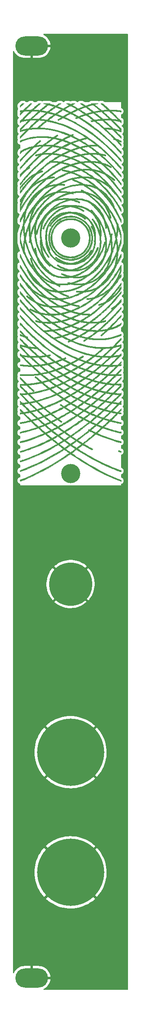
<source format=gbl>
G04 #@! TF.GenerationSoftware,KiCad,Pcbnew,6.0.7-f9a2dced07~116~ubuntu22.04.1*
G04 #@! TF.CreationDate,2022-09-02T22:13:24-04:00*
G04 #@! TF.ProjectId,mikrokosmos-ii-panel,6d696b72-6f6b-46f7-936d-6f732d69692d,rev?*
G04 #@! TF.SameCoordinates,Original*
G04 #@! TF.FileFunction,Copper,L2,Bot*
G04 #@! TF.FilePolarity,Positive*
%FSLAX46Y46*%
G04 Gerber Fmt 4.6, Leading zero omitted, Abs format (unit mm)*
G04 Created by KiCad (PCBNEW 6.0.7-f9a2dced07~116~ubuntu22.04.1) date 2022-09-02 22:13:24*
%MOMM*%
%LPD*%
G01*
G04 APERTURE LIST*
G04 #@! TA.AperFunction,EtchedComponent*
%ADD10C,0.010000*%
G04 #@! TD*
G04 #@! TA.AperFunction,ComponentPad*
%ADD11C,4.000000*%
G04 #@! TD*
G04 #@! TA.AperFunction,ComponentPad*
%ADD12C,9.000000*%
G04 #@! TD*
G04 #@! TA.AperFunction,ComponentPad*
%ADD13C,14.000000*%
G04 #@! TD*
G04 #@! TA.AperFunction,ComponentPad*
%ADD14O,6.800000X4.000000*%
G04 #@! TD*
G04 APERTURE END LIST*
G04 #@! TO.C,GRAF3*
G36*
X39068952Y-24068389D02*
G01*
X39098564Y-24086783D01*
X39110891Y-24126318D01*
X39113351Y-24201820D01*
X39112933Y-24228772D01*
X39103465Y-24302287D01*
X39081569Y-24326744D01*
X39072820Y-24326177D01*
X39019885Y-24320482D01*
X38930383Y-24309647D01*
X38814175Y-24294885D01*
X38681119Y-24277413D01*
X38590420Y-24265936D01*
X38425459Y-24247405D01*
X38245493Y-24229533D01*
X38057081Y-24212751D01*
X37866786Y-24197488D01*
X37681169Y-24184176D01*
X37506792Y-24173244D01*
X37350215Y-24165122D01*
X37218001Y-24160242D01*
X37116711Y-24159032D01*
X37052906Y-24161924D01*
X37033147Y-24169348D01*
X37033205Y-24169461D01*
X37053576Y-24191402D01*
X37106370Y-24244468D01*
X37187470Y-24324623D01*
X37292762Y-24427833D01*
X37418127Y-24550062D01*
X37559449Y-24687274D01*
X37712613Y-24835435D01*
X37827992Y-24947210D01*
X37998184Y-25113293D01*
X38165098Y-25277482D01*
X38322039Y-25433130D01*
X38462312Y-25573585D01*
X38579219Y-25692200D01*
X38666067Y-25782323D01*
X38780032Y-25899747D01*
X38856052Y-25972372D01*
X38889957Y-26004764D01*
X38974532Y-26075245D01*
X39030718Y-26108469D01*
X39113351Y-26136075D01*
X39113351Y-26626336D01*
X38963693Y-26478239D01*
X38949238Y-26463956D01*
X38881058Y-26399139D01*
X38825377Y-26356435D01*
X38766589Y-26327901D01*
X38689087Y-26305597D01*
X38577265Y-26281578D01*
X38538339Y-26273908D01*
X38430594Y-26254386D01*
X38296830Y-26231715D01*
X38146568Y-26207345D01*
X37989326Y-26182731D01*
X37834627Y-26159323D01*
X37691988Y-26138575D01*
X37570930Y-26121939D01*
X37480973Y-26110866D01*
X37431637Y-26106810D01*
X37431082Y-26106916D01*
X37442689Y-26126896D01*
X37486818Y-26179025D01*
X37560202Y-26259849D01*
X37659575Y-26365915D01*
X37781669Y-26493770D01*
X37923217Y-26639961D01*
X38080952Y-26801033D01*
X38251607Y-26973535D01*
X39113351Y-27840363D01*
X39113351Y-28171250D01*
X39113306Y-28189888D01*
X39113095Y-28277306D01*
X39111417Y-28378803D01*
X39107226Y-28442687D01*
X39099451Y-28476502D01*
X39087019Y-28487791D01*
X39068857Y-28484098D01*
X39018693Y-28466092D01*
X38924183Y-28435608D01*
X38801378Y-28397955D01*
X38661453Y-28356401D01*
X38515584Y-28314216D01*
X38374947Y-28274667D01*
X38250719Y-28241024D01*
X38154074Y-28216554D01*
X38111033Y-28206278D01*
X38009139Y-28181513D01*
X37927525Y-28161083D01*
X37880805Y-28148621D01*
X37880593Y-28148562D01*
X37886690Y-28163098D01*
X37924899Y-28209811D01*
X37991629Y-28284807D01*
X38083289Y-28384193D01*
X38196289Y-28504074D01*
X38327039Y-28640555D01*
X38471946Y-28789742D01*
X39113351Y-29445834D01*
X39113351Y-29855019D01*
X38816253Y-29538170D01*
X38795893Y-29516531D01*
X38692978Y-29408554D01*
X38563531Y-29274408D01*
X38415166Y-29121903D01*
X38255500Y-28958845D01*
X38092146Y-28793043D01*
X37932720Y-28632304D01*
X37346284Y-28043287D01*
X37066604Y-28003919D01*
X36980365Y-27992262D01*
X36794998Y-27970002D01*
X36580856Y-27947761D01*
X36330595Y-27924800D01*
X36036875Y-27900383D01*
X35897035Y-27889213D01*
X36012887Y-27995907D01*
X36153269Y-28125302D01*
X36364049Y-28320178D01*
X36551156Y-28494131D01*
X36723376Y-28655442D01*
X36889497Y-28812391D01*
X37058305Y-28973257D01*
X37238588Y-29146321D01*
X37439132Y-29339863D01*
X38065913Y-29945920D01*
X38316309Y-30033216D01*
X38380474Y-30056074D01*
X38531404Y-30112275D01*
X38690926Y-30174190D01*
X38833671Y-30232068D01*
X39100638Y-30343624D01*
X39108360Y-30491272D01*
X39109084Y-30505980D01*
X39109788Y-30584263D01*
X39101578Y-30621318D01*
X39082935Y-30625140D01*
X39050527Y-30611523D01*
X38980589Y-30582025D01*
X38884464Y-30541427D01*
X38772779Y-30494216D01*
X38665364Y-30449545D01*
X38575560Y-30413644D01*
X38513730Y-30390576D01*
X38489239Y-30383982D01*
X38502075Y-30401859D01*
X38544629Y-30451102D01*
X38611712Y-30525686D01*
X38697965Y-30619660D01*
X38798030Y-30727068D01*
X39113351Y-31063246D01*
X39112606Y-31261002D01*
X39111860Y-31458758D01*
X39032470Y-31369769D01*
X39026526Y-31363164D01*
X38981438Y-31314097D01*
X38907885Y-31234905D01*
X38811055Y-31131144D01*
X38696140Y-31008367D01*
X38568330Y-30872131D01*
X38432815Y-30727989D01*
X37912549Y-30175198D01*
X37741090Y-30124135D01*
X37738439Y-30123347D01*
X37649178Y-30097991D01*
X37578175Y-30079946D01*
X37540590Y-30073073D01*
X37517845Y-30056701D01*
X37514221Y-29998738D01*
X37535025Y-29901891D01*
X37536831Y-29895538D01*
X37541911Y-29871825D01*
X37540535Y-29848213D01*
X37528926Y-29820284D01*
X37503308Y-29783623D01*
X37459902Y-29733813D01*
X37394933Y-29666440D01*
X37304623Y-29577087D01*
X37185195Y-29461338D01*
X37032873Y-29314777D01*
X36982586Y-29266484D01*
X36537245Y-28843292D01*
X36113851Y-28449783D01*
X35702824Y-28077510D01*
X35294587Y-27718025D01*
X34879560Y-27362881D01*
X34448166Y-27003629D01*
X33990826Y-26631822D01*
X33848621Y-26518876D01*
X33711562Y-26414269D01*
X33608307Y-26341319D01*
X33536810Y-26298594D01*
X33495030Y-26284664D01*
X33460314Y-26287505D01*
X33380660Y-26298849D01*
X33274813Y-26316846D01*
X33156178Y-26339333D01*
X33074880Y-26354519D01*
X32968246Y-26370530D01*
X32893757Y-26376377D01*
X32860046Y-26371135D01*
X32855007Y-26363742D01*
X32837036Y-26314548D01*
X32821481Y-26243388D01*
X32819808Y-26233083D01*
X33927571Y-26233083D01*
X33951263Y-26260517D01*
X34005840Y-26306263D01*
X34095987Y-26376698D01*
X34159743Y-26427146D01*
X34261760Y-26509616D01*
X34388218Y-26613056D01*
X34531475Y-26731183D01*
X34683886Y-26857715D01*
X34837807Y-26986370D01*
X34984709Y-27109570D01*
X35125561Y-27227626D01*
X35252937Y-27334317D01*
X35360469Y-27424313D01*
X35441790Y-27492282D01*
X35490529Y-27532889D01*
X35600678Y-27624238D01*
X36003111Y-27640142D01*
X36053459Y-27642261D01*
X36217442Y-27650660D01*
X36379873Y-27660939D01*
X36524325Y-27671990D01*
X36634372Y-27682706D01*
X36675757Y-27687589D01*
X36785920Y-27701145D01*
X36878992Y-27713350D01*
X36938252Y-27722041D01*
X37013303Y-27734715D01*
X36938252Y-27655289D01*
X36908667Y-27625256D01*
X36836483Y-27555210D01*
X36735904Y-27459758D01*
X36612549Y-27344088D01*
X36472038Y-27213390D01*
X36319990Y-27072851D01*
X36162024Y-26927661D01*
X36003759Y-26783009D01*
X35850814Y-26644083D01*
X35708809Y-26516073D01*
X35583362Y-26404166D01*
X35218839Y-26081281D01*
X35087566Y-26081296D01*
X35063606Y-26081847D01*
X34977015Y-26087175D01*
X34857197Y-26097236D01*
X34714635Y-26110880D01*
X34559817Y-26126962D01*
X34403227Y-26144332D01*
X34255350Y-26161844D01*
X34126674Y-26178349D01*
X34027682Y-26192700D01*
X33968860Y-26203749D01*
X33954089Y-26207646D01*
X33930075Y-26217585D01*
X33927571Y-26233083D01*
X32819808Y-26233083D01*
X32804457Y-26138529D01*
X32977773Y-26106259D01*
X33069270Y-26088209D01*
X33148761Y-26070630D01*
X33178003Y-26062740D01*
X35611467Y-26062740D01*
X35843240Y-26268331D01*
X35928492Y-26344267D01*
X36187096Y-26577765D01*
X36471824Y-26839003D01*
X36775771Y-27121617D01*
X37092030Y-27419242D01*
X37425312Y-27734715D01*
X37498837Y-27804312D01*
X37714953Y-27847290D01*
X37834443Y-27872634D01*
X37987371Y-27907708D01*
X38157652Y-27948699D01*
X38334121Y-27992769D01*
X38505619Y-28037081D01*
X38660980Y-28078797D01*
X38789044Y-28115080D01*
X38878648Y-28143093D01*
X38940987Y-28163650D01*
X39009461Y-28183798D01*
X39046909Y-28191591D01*
X39048452Y-28189888D01*
X39031892Y-28163100D01*
X38986783Y-28108804D01*
X38918725Y-28033502D01*
X38833320Y-27943693D01*
X38626545Y-27731458D01*
X38397272Y-27497396D01*
X38174568Y-27271316D01*
X37962524Y-27057319D01*
X37765232Y-26859506D01*
X37586783Y-26681978D01*
X37431268Y-26528836D01*
X37302781Y-26404181D01*
X37205412Y-26312113D01*
X36937413Y-26064234D01*
X36466742Y-26047232D01*
X36339336Y-26043411D01*
X36174169Y-26040559D01*
X36021297Y-26040112D01*
X35893553Y-26042082D01*
X35803769Y-26046485D01*
X35611467Y-26062740D01*
X33178003Y-26062740D01*
X33195670Y-26057973D01*
X33200601Y-26055808D01*
X33207660Y-26046940D01*
X33202516Y-26031814D01*
X33181908Y-26007867D01*
X33142576Y-25972537D01*
X33081261Y-25923259D01*
X32994703Y-25857471D01*
X32879641Y-25772609D01*
X32732817Y-25666110D01*
X32550970Y-25535411D01*
X32330840Y-25377948D01*
X31790271Y-24991795D01*
X31428237Y-25113161D01*
X31422177Y-25115193D01*
X31221500Y-25183415D01*
X31037041Y-25247851D01*
X30874153Y-25306499D01*
X30738188Y-25357358D01*
X30634500Y-25398428D01*
X30568442Y-25427707D01*
X30545368Y-25443195D01*
X30548653Y-25447352D01*
X30584180Y-25474128D01*
X30652540Y-25520016D01*
X30746001Y-25579913D01*
X30856829Y-25648717D01*
X31147019Y-25829690D01*
X31605609Y-26127707D01*
X32085770Y-26452917D01*
X32579427Y-26799527D01*
X33078510Y-27161739D01*
X33574945Y-27533759D01*
X34060660Y-27909792D01*
X34527583Y-28284041D01*
X34792325Y-28502825D01*
X35280545Y-28918590D01*
X35782513Y-29360688D01*
X36290115Y-29821492D01*
X36795236Y-30293372D01*
X37289762Y-30768703D01*
X37765579Y-31239855D01*
X38214572Y-31699203D01*
X38628627Y-32139116D01*
X38653142Y-32165668D01*
X38779131Y-32299703D01*
X38883645Y-32406631D01*
X38963745Y-32483604D01*
X39016492Y-32527779D01*
X39038947Y-32536309D01*
X39055048Y-32516220D01*
X39079884Y-32517277D01*
X39098073Y-32566275D01*
X39109153Y-32661553D01*
X39112663Y-32801450D01*
X39111975Y-33060560D01*
X39019667Y-32958858D01*
X38802154Y-32720628D01*
X37921411Y-31785258D01*
X37041294Y-30897967D01*
X36159322Y-30056641D01*
X35273017Y-29259165D01*
X34379899Y-28503424D01*
X33477488Y-27787305D01*
X32563305Y-27108692D01*
X31634869Y-26465471D01*
X30689702Y-25855528D01*
X30548814Y-25767518D01*
X30427517Y-25692514D01*
X30335607Y-25639245D01*
X30265472Y-25605617D01*
X30209497Y-25589533D01*
X30160070Y-25588896D01*
X30109578Y-25601610D01*
X30050409Y-25625578D01*
X29974949Y-25658705D01*
X29927028Y-25679251D01*
X29833060Y-25719294D01*
X29760320Y-25749964D01*
X29721538Y-25765875D01*
X29706960Y-25766907D01*
X29672405Y-25737052D01*
X29631713Y-25660464D01*
X29624939Y-25645141D01*
X29594558Y-25574774D01*
X29582072Y-25538096D01*
X29585054Y-25524136D01*
X29601078Y-25521921D01*
X29628996Y-25514199D01*
X29691074Y-25490518D01*
X29771398Y-25456443D01*
X29919456Y-25390965D01*
X29549034Y-25183120D01*
X29501835Y-25156725D01*
X29342247Y-25068480D01*
X29175320Y-24977431D01*
X29018229Y-24892903D01*
X28888147Y-24824222D01*
X28597682Y-24673170D01*
X28186997Y-24893132D01*
X28121437Y-24928291D01*
X27874598Y-25061657D01*
X27673035Y-25172347D01*
X27516600Y-25260447D01*
X27405142Y-25326042D01*
X27338512Y-25369217D01*
X27316560Y-25390058D01*
X27318833Y-25393022D01*
X27353970Y-25413839D01*
X27425006Y-25448681D01*
X27523431Y-25493500D01*
X27640734Y-25544248D01*
X27769427Y-25600317D01*
X27955788Y-25685071D01*
X28170872Y-25785746D01*
X28405910Y-25898042D01*
X28652133Y-26017662D01*
X28900771Y-26140306D01*
X29143054Y-26261678D01*
X29370213Y-26377478D01*
X29573479Y-26483408D01*
X29744082Y-26575171D01*
X29946413Y-26687550D01*
X30945139Y-27274375D01*
X31936335Y-27910155D01*
X32918347Y-28593563D01*
X33889523Y-29323275D01*
X34848212Y-30097963D01*
X35792760Y-30916303D01*
X36721515Y-31776969D01*
X37632825Y-32678636D01*
X38525038Y-33619976D01*
X38664386Y-33771599D01*
X38795094Y-33914142D01*
X38897900Y-34027834D01*
X38976073Y-34117453D01*
X39032882Y-34187774D01*
X39071595Y-34243573D01*
X39095483Y-34289627D01*
X39107814Y-34330711D01*
X39111858Y-34371603D01*
X39110882Y-34417077D01*
X39108158Y-34471910D01*
X39100638Y-34654990D01*
X38580072Y-34073891D01*
X38546341Y-34036396D01*
X38373249Y-33847691D01*
X38171350Y-33632592D01*
X37946395Y-33396898D01*
X37704137Y-33146406D01*
X37450329Y-32886914D01*
X37190723Y-32624221D01*
X36931071Y-32364125D01*
X36677127Y-32112423D01*
X36434642Y-31874915D01*
X36209370Y-31657397D01*
X36007062Y-31465668D01*
X35833471Y-31305527D01*
X35265733Y-30801209D01*
X34316589Y-30000986D01*
X33363591Y-29251031D01*
X32406302Y-28551042D01*
X31444284Y-27900717D01*
X30477100Y-27299753D01*
X29504314Y-26747848D01*
X28525489Y-26244698D01*
X28370409Y-26169739D01*
X28150497Y-26065588D01*
X27935104Y-25965898D01*
X27729380Y-25872893D01*
X27538476Y-25788800D01*
X27367541Y-25715841D01*
X27221726Y-25656243D01*
X27106180Y-25612230D01*
X27026054Y-25586027D01*
X26986499Y-25579858D01*
X26956043Y-25594895D01*
X26889812Y-25632182D01*
X26795725Y-25687023D01*
X26681532Y-25754765D01*
X26554982Y-25830755D01*
X26423822Y-25910339D01*
X26295801Y-25988864D01*
X26178668Y-26061678D01*
X26080171Y-26124126D01*
X26061596Y-26135118D01*
X26031670Y-26140578D01*
X26001976Y-26116938D01*
X25959400Y-26056896D01*
X25937510Y-26023185D01*
X25904943Y-25969810D01*
X25892130Y-25943678D01*
X25911714Y-25927865D01*
X25967939Y-25889550D01*
X26054057Y-25833236D01*
X26163306Y-25763340D01*
X26288928Y-25684283D01*
X26685726Y-25436454D01*
X26498688Y-25363863D01*
X26472491Y-25353896D01*
X26390877Y-25323894D01*
X26281698Y-25284621D01*
X26153339Y-25239005D01*
X26014186Y-25189973D01*
X25872621Y-25140453D01*
X25737032Y-25093372D01*
X25615801Y-25051657D01*
X25517314Y-25018237D01*
X25449955Y-24996038D01*
X25422110Y-24987988D01*
X25420798Y-24988597D01*
X25391234Y-25008260D01*
X25327710Y-25052444D01*
X25236284Y-25116820D01*
X25123018Y-25197061D01*
X24993972Y-25288839D01*
X24855206Y-25387826D01*
X24712781Y-25489694D01*
X24572758Y-25590116D01*
X24441197Y-25684763D01*
X24324158Y-25769308D01*
X24227702Y-25839423D01*
X24157889Y-25890780D01*
X24129665Y-25911989D01*
X24056780Y-25968944D01*
X24005763Y-26012116D01*
X23986268Y-26033478D01*
X24002658Y-26043143D01*
X24005522Y-26044832D01*
X24062490Y-26061674D01*
X24144132Y-26079526D01*
X24145206Y-26079732D01*
X24269304Y-26105442D01*
X24431278Y-26141978D01*
X24620117Y-26186612D01*
X24754527Y-26219446D01*
X24824810Y-26236615D01*
X25034347Y-26289259D01*
X25237718Y-26341817D01*
X25423912Y-26391561D01*
X25581918Y-26435761D01*
X26128723Y-26602929D01*
X26997322Y-26905244D01*
X27872254Y-27253954D01*
X28749683Y-27647304D01*
X29625774Y-28083540D01*
X30496690Y-28560908D01*
X31358596Y-29077654D01*
X31434171Y-29125124D01*
X32293491Y-29691387D01*
X32405053Y-29764903D01*
X33364703Y-30452917D01*
X34282507Y-31165235D01*
X34311212Y-31187514D01*
X34463965Y-31315351D01*
X35242671Y-31967042D01*
X36157171Y-32789847D01*
X37052801Y-33654277D01*
X37927653Y-34558679D01*
X38779818Y-35501401D01*
X39113138Y-35882782D01*
X39112441Y-36086186D01*
X39111744Y-36289589D01*
X39046000Y-36213313D01*
X38932085Y-36081340D01*
X38660160Y-35768239D01*
X38411689Y-35485457D01*
X38180548Y-35226363D01*
X37960609Y-34984325D01*
X37745746Y-34752713D01*
X37529833Y-34524896D01*
X37306744Y-34294241D01*
X37070353Y-34054119D01*
X36814534Y-33797897D01*
X36755566Y-33739279D01*
X36148975Y-33149396D01*
X35558392Y-32599693D01*
X34978211Y-32085063D01*
X34402827Y-31600399D01*
X34205317Y-31438438D01*
X33525650Y-31452748D01*
X33350971Y-31457132D01*
X33180615Y-31462856D01*
X33031609Y-31469351D01*
X32911328Y-31476246D01*
X32827145Y-31483172D01*
X32786434Y-31489761D01*
X32757313Y-31502484D01*
X32749321Y-31517873D01*
X32774352Y-31542426D01*
X32837285Y-31585308D01*
X32853386Y-31596012D01*
X32974365Y-31679775D01*
X33126134Y-31789229D01*
X33301326Y-31918751D01*
X33492576Y-32062719D01*
X33692518Y-32215510D01*
X33893785Y-32371502D01*
X34089011Y-32525071D01*
X34270830Y-32670597D01*
X34431876Y-32802455D01*
X34564012Y-32912253D01*
X34587353Y-32931648D01*
X34644795Y-32979380D01*
X34990169Y-33039781D01*
X35055187Y-33051589D01*
X35186428Y-33077280D01*
X35330055Y-33107228D01*
X35477179Y-33139386D01*
X35618909Y-33171708D01*
X35746356Y-33202147D01*
X35850629Y-33228656D01*
X35922839Y-33249188D01*
X35954094Y-33261697D01*
X35955285Y-33271692D01*
X35948590Y-33319097D01*
X35932726Y-33390275D01*
X35927610Y-33410094D01*
X35906710Y-33472627D01*
X35883326Y-33498276D01*
X35848948Y-33497978D01*
X35842874Y-33496594D01*
X35789230Y-33484119D01*
X35699528Y-33463073D01*
X35584686Y-33436023D01*
X35455623Y-33405534D01*
X35419635Y-33397093D01*
X35297966Y-33369685D01*
X35196493Y-33348530D01*
X35124945Y-33335581D01*
X35093055Y-33332791D01*
X35093699Y-33338403D01*
X35121099Y-33371335D01*
X35178047Y-33428376D01*
X35258519Y-33503617D01*
X35356489Y-33591148D01*
X35823053Y-34011198D01*
X36315262Y-34476738D01*
X36817224Y-34972765D01*
X37321850Y-35491985D01*
X37822054Y-36027102D01*
X38310748Y-36570820D01*
X38780843Y-37115845D01*
X39113351Y-37509868D01*
X39113351Y-37932808D01*
X38867059Y-37632420D01*
X38705003Y-37436353D01*
X37997661Y-36614761D01*
X37258266Y-35808548D01*
X36495394Y-35026569D01*
X35717620Y-34277681D01*
X34933521Y-33570738D01*
X34883499Y-33527219D01*
X34764960Y-33424948D01*
X34675128Y-33350017D01*
X34607038Y-33297768D01*
X34553728Y-33263540D01*
X34508231Y-33242675D01*
X34463586Y-33230514D01*
X34412827Y-33222399D01*
X34403288Y-33221128D01*
X34283880Y-33208097D01*
X34130156Y-33195063D01*
X33954252Y-33182690D01*
X33768304Y-33171644D01*
X33584448Y-33162592D01*
X33414821Y-33156198D01*
X33271559Y-33153130D01*
X33166798Y-33154051D01*
X32953678Y-33162262D01*
X33344374Y-33453375D01*
X33615801Y-33658781D01*
X34017658Y-33973115D01*
X34418903Y-34298213D01*
X34799419Y-34617973D01*
X34942431Y-34740633D01*
X34996199Y-34786749D01*
X35125627Y-34897759D01*
X35422342Y-34992230D01*
X35514297Y-35022170D01*
X35678926Y-35078038D01*
X35844426Y-35136468D01*
X35986024Y-35188820D01*
X35998634Y-35193683D01*
X36112942Y-35240347D01*
X36246956Y-35298668D01*
X36393321Y-35365061D01*
X36544683Y-35435938D01*
X36693688Y-35507713D01*
X36832982Y-35576799D01*
X36955211Y-35639610D01*
X37053020Y-35692559D01*
X37119056Y-35732059D01*
X37145965Y-35754524D01*
X37143531Y-35782643D01*
X37122884Y-35838187D01*
X37091650Y-35900312D01*
X37059122Y-35950884D01*
X37034597Y-35971771D01*
X37019358Y-35965910D01*
X36966697Y-35940389D01*
X36886623Y-35899274D01*
X36789210Y-35847661D01*
X36650478Y-35776570D01*
X36477879Y-35693489D01*
X36288846Y-35606462D01*
X36098728Y-35522411D01*
X35922876Y-35448261D01*
X35776638Y-35390934D01*
X35630817Y-35337130D01*
X36388229Y-36093039D01*
X36687525Y-36395398D01*
X37186230Y-36915721D01*
X37667714Y-37438818D01*
X38125433Y-37957368D01*
X38552844Y-38464050D01*
X38943404Y-38951545D01*
X39115451Y-39172659D01*
X39108045Y-39379328D01*
X39100638Y-39585996D01*
X38796423Y-39196351D01*
X38107227Y-38346433D01*
X37315619Y-37442136D01*
X36481820Y-36560368D01*
X36413196Y-36490815D01*
X36265711Y-36343059D01*
X36108316Y-36187329D01*
X35945607Y-36028010D01*
X35782179Y-35869488D01*
X35622627Y-35716145D01*
X35471546Y-35572367D01*
X35333532Y-35442538D01*
X35213180Y-35331042D01*
X35115084Y-35242264D01*
X35043841Y-35180588D01*
X35004046Y-35150399D01*
X35002309Y-35149426D01*
X34942352Y-35126731D01*
X34840020Y-35099048D01*
X34702998Y-35067763D01*
X34538972Y-35034263D01*
X34355625Y-34999932D01*
X34160643Y-34966158D01*
X33961710Y-34934327D01*
X33766511Y-34905823D01*
X33582732Y-34882035D01*
X33418056Y-34864346D01*
X33227365Y-34846627D01*
X33586941Y-35123163D01*
X33676873Y-35192718D01*
X34073037Y-35507734D01*
X34475138Y-35840556D01*
X34870639Y-36180454D01*
X35246999Y-36516699D01*
X35507506Y-36759960D01*
X35591681Y-36838563D01*
X35596833Y-36843490D01*
X35753732Y-36984756D01*
X35899216Y-37099100D01*
X36024162Y-37179333D01*
X36072233Y-37205705D01*
X36605114Y-37525462D01*
X37111976Y-37880283D01*
X37582655Y-38263101D01*
X37846409Y-38494714D01*
X37762980Y-38580790D01*
X37736126Y-38607340D01*
X37686544Y-38650024D01*
X37656656Y-38666866D01*
X37647758Y-38663214D01*
X37606166Y-38633428D01*
X37541881Y-38580158D01*
X37464597Y-38511257D01*
X37441369Y-38490086D01*
X37288000Y-38357117D01*
X37110601Y-38212507D01*
X36925440Y-38069233D01*
X36748787Y-37940273D01*
X36723221Y-37922328D01*
X36678580Y-37892038D01*
X36657335Y-37881273D01*
X36661695Y-37893611D01*
X36693868Y-37932629D01*
X36756063Y-38001905D01*
X36850488Y-38105017D01*
X36939493Y-38202505D01*
X37217325Y-38513031D01*
X37501650Y-38839458D01*
X37786382Y-39174399D01*
X38065438Y-39510467D01*
X38332730Y-39840275D01*
X38582175Y-40156435D01*
X38807686Y-40451561D01*
X39003179Y-40718264D01*
X39115381Y-40875467D01*
X39108009Y-41089018D01*
X39100638Y-41302569D01*
X38764168Y-40842826D01*
X38407820Y-40366861D01*
X37686858Y-39464228D01*
X36918020Y-38577083D01*
X36100867Y-37704908D01*
X36088757Y-37692475D01*
X35948702Y-37551292D01*
X35835444Y-37443097D01*
X35743077Y-37362726D01*
X35665692Y-37305017D01*
X35597384Y-37264804D01*
X35545403Y-37239371D01*
X35395923Y-37171580D01*
X35218608Y-37096659D01*
X35027883Y-37020440D01*
X34838172Y-36948754D01*
X34663902Y-36887433D01*
X34632494Y-36877106D01*
X34514731Y-36840683D01*
X34377466Y-36800841D01*
X34230453Y-36760132D01*
X34083442Y-36721105D01*
X33946185Y-36686311D01*
X33828432Y-36658301D01*
X33739936Y-36639625D01*
X33690448Y-36632832D01*
X33686481Y-36637066D01*
X33707526Y-36666717D01*
X33762420Y-36721293D01*
X33846976Y-36796765D01*
X33957003Y-36889106D01*
X34457945Y-37311067D01*
X35272968Y-38049156D01*
X36059544Y-38827135D01*
X36579119Y-39387615D01*
X36814826Y-39641880D01*
X37535969Y-40490269D01*
X38220126Y-41369176D01*
X38864451Y-42275478D01*
X39113351Y-42642348D01*
X39113351Y-43120885D01*
X38775546Y-42616448D01*
X38756643Y-42588273D01*
X38637857Y-42413084D01*
X38509863Y-42227000D01*
X38381947Y-42043366D01*
X38263396Y-41875529D01*
X38163495Y-41736834D01*
X38158947Y-41730613D01*
X38062867Y-41599808D01*
X37991495Y-41505082D01*
X37940028Y-41441450D01*
X37903660Y-41403928D01*
X37877590Y-41387530D01*
X37857012Y-41387272D01*
X37837122Y-41398168D01*
X37818967Y-41408530D01*
X37798309Y-41409689D01*
X37772485Y-41394977D01*
X37736502Y-41359375D01*
X37685370Y-41297865D01*
X37614094Y-41205428D01*
X37517682Y-41077045D01*
X37482198Y-41030242D01*
X37310262Y-40817316D01*
X37112590Y-40590760D01*
X36899875Y-40361825D01*
X36682812Y-40141760D01*
X36472095Y-39941818D01*
X36278416Y-39773248D01*
X36016761Y-39567686D01*
X35510230Y-39218234D01*
X34979943Y-38912664D01*
X34429177Y-38652962D01*
X34218957Y-38564315D01*
X34334101Y-38672798D01*
X34350701Y-38688366D01*
X34416155Y-38749248D01*
X34508942Y-38835124D01*
X34621769Y-38939259D01*
X34747344Y-39054921D01*
X34878375Y-39175375D01*
X35015459Y-39302752D01*
X35538611Y-39815458D01*
X36062987Y-40370438D01*
X36583198Y-40961411D01*
X37093850Y-41582098D01*
X37589553Y-42226217D01*
X38064915Y-42887487D01*
X38139891Y-42997045D01*
X38252422Y-43165461D01*
X38375392Y-43353085D01*
X38503237Y-43551159D01*
X38630391Y-43750923D01*
X38751288Y-43943621D01*
X38860363Y-44120492D01*
X38952050Y-44272780D01*
X39020784Y-44391725D01*
X39036944Y-44420802D01*
X39074621Y-44492795D01*
X39097233Y-44551754D01*
X39108107Y-44613643D01*
X39110568Y-44694424D01*
X39107942Y-44810063D01*
X39100638Y-45058998D01*
X38911972Y-44729649D01*
X38513112Y-44059151D01*
X37940760Y-43176279D01*
X37332413Y-42323105D01*
X36690233Y-41502236D01*
X36016379Y-40716279D01*
X35313010Y-39967838D01*
X34582287Y-39259520D01*
X33826370Y-38593930D01*
X33744508Y-38525486D01*
X33649035Y-38448178D01*
X33569240Y-38390585D01*
X33494224Y-38347641D01*
X33413087Y-38314283D01*
X33314931Y-38285445D01*
X33188856Y-38256063D01*
X33023962Y-38221072D01*
X32890489Y-38194666D01*
X32546632Y-38138883D01*
X32185149Y-38095583D01*
X31828967Y-38067709D01*
X31523862Y-38050790D01*
X31898713Y-38288908D01*
X32323969Y-38567925D01*
X32921594Y-38992049D01*
X33511836Y-39449980D01*
X33952176Y-39820789D01*
X34104893Y-39949392D01*
X34218066Y-40046274D01*
X34343864Y-40149580D01*
X34459961Y-40240620D01*
X34557030Y-40312100D01*
X34625746Y-40356726D01*
X34626327Y-40357052D01*
X34707727Y-40405725D01*
X34816196Y-40474845D01*
X34937647Y-40555252D01*
X35057996Y-40637788D01*
X35159477Y-40710097D01*
X35626658Y-41079387D01*
X36061710Y-41486367D01*
X36465825Y-41932329D01*
X36840196Y-42418567D01*
X37158968Y-42905093D01*
X37186015Y-42946374D01*
X37224223Y-43011789D01*
X37283801Y-43119000D01*
X37351522Y-43245048D01*
X37423352Y-43381984D01*
X37495252Y-43521860D01*
X37563187Y-43656727D01*
X37623120Y-43778637D01*
X37671015Y-43879641D01*
X37702834Y-43951790D01*
X37714543Y-43987137D01*
X37710451Y-43995887D01*
X37676815Y-44006206D01*
X37659286Y-44008948D01*
X37638676Y-44030562D01*
X37639334Y-44033671D01*
X37657664Y-44071320D01*
X37697383Y-44141065D01*
X37753405Y-44234201D01*
X37820645Y-44342024D01*
X37920077Y-44501561D01*
X38104556Y-44809331D01*
X38296188Y-45142364D01*
X38487219Y-45486820D01*
X38669895Y-45828863D01*
X38836460Y-46154654D01*
X39115065Y-46714014D01*
X39107852Y-47027593D01*
X39100638Y-47341172D01*
X38950035Y-47002167D01*
X38945464Y-46991911D01*
X38884189Y-46858283D01*
X38806559Y-46694261D01*
X38719087Y-46513326D01*
X38628286Y-46328963D01*
X38540668Y-46154654D01*
X38319098Y-45730514D01*
X37817773Y-44846178D01*
X37281010Y-43997403D01*
X36707463Y-43182330D01*
X36095786Y-42399098D01*
X35444633Y-41645848D01*
X35296520Y-41490639D01*
X35684554Y-41490639D01*
X35685258Y-41496607D01*
X35708948Y-41527880D01*
X35757634Y-41587130D01*
X35833324Y-41677029D01*
X35938027Y-41800248D01*
X36073751Y-41959459D01*
X36082702Y-41969968D01*
X36202495Y-42112796D01*
X36336092Y-42275275D01*
X36467822Y-42438205D01*
X36582020Y-42582382D01*
X36657654Y-42679060D01*
X36748789Y-42794420D01*
X36810241Y-42870188D01*
X36842674Y-42906901D01*
X36846752Y-42905093D01*
X36823140Y-42865302D01*
X36772502Y-42788063D01*
X36695504Y-42673912D01*
X36581899Y-42513846D01*
X36432551Y-42317703D01*
X36270322Y-42116587D01*
X36105193Y-41922508D01*
X35947142Y-41747477D01*
X35806148Y-41603503D01*
X35800283Y-41597852D01*
X35744076Y-41543933D01*
X35704830Y-41507305D01*
X35684554Y-41490639D01*
X35296520Y-41490639D01*
X34752657Y-40920720D01*
X34623662Y-40792386D01*
X34508926Y-40680110D01*
X34416893Y-40593506D01*
X34340786Y-40526993D01*
X34273830Y-40474989D01*
X34209250Y-40431914D01*
X34140270Y-40392184D01*
X34060113Y-40350219D01*
X33939612Y-40290744D01*
X33608596Y-40144501D01*
X33258145Y-40011391D01*
X32910770Y-39900228D01*
X32907281Y-39899227D01*
X32769581Y-39861614D01*
X32618302Y-39823385D01*
X32462412Y-39786466D01*
X32310879Y-39752784D01*
X32172671Y-39724267D01*
X32056754Y-39702841D01*
X31972096Y-39690434D01*
X31927666Y-39688972D01*
X31925541Y-39691087D01*
X31944114Y-39714111D01*
X31996903Y-39757764D01*
X32077292Y-39816847D01*
X32178662Y-39886160D01*
X32773593Y-40303923D01*
X33416914Y-40809673D01*
X34042653Y-41358471D01*
X34648030Y-41947013D01*
X35212529Y-42552957D01*
X35230263Y-42571994D01*
X35786571Y-43230109D01*
X36314173Y-43918052D01*
X36419524Y-44069769D01*
X36810289Y-44632519D01*
X37272137Y-45370205D01*
X37696936Y-46127804D01*
X38081906Y-46902011D01*
X38083217Y-46904824D01*
X38150316Y-47049415D01*
X38211851Y-47183094D01*
X38263818Y-47297079D01*
X38302212Y-47382586D01*
X38323029Y-47430833D01*
X38363533Y-47495087D01*
X38422993Y-47519822D01*
X38444195Y-47522909D01*
X38470730Y-47534572D01*
X38486511Y-47563606D01*
X38496078Y-47621143D01*
X38503974Y-47718318D01*
X38505649Y-47739365D01*
X38519654Y-47842271D01*
X38545724Y-47953786D01*
X38587083Y-48085964D01*
X38587191Y-48086312D01*
X38647385Y-48252252D01*
X38663791Y-48295986D01*
X38727462Y-48471368D01*
X38795692Y-48666714D01*
X38864764Y-48870755D01*
X38930958Y-49072221D01*
X38990556Y-49259843D01*
X39039840Y-49422352D01*
X39075091Y-49548478D01*
X39084785Y-49591396D01*
X39093359Y-49645960D01*
X39099996Y-49713842D01*
X39104849Y-49800403D01*
X39108069Y-49911003D01*
X39109808Y-50051003D01*
X39110217Y-50225765D01*
X39109447Y-50440648D01*
X39108021Y-50647214D01*
X39107650Y-50701014D01*
X39099746Y-51697397D01*
X38938764Y-52180480D01*
X38896301Y-52306553D01*
X38828203Y-52504731D01*
X38757092Y-52707813D01*
X38689203Y-52898041D01*
X38630772Y-53057657D01*
X38521699Y-53350050D01*
X38483762Y-53451751D01*
X38455107Y-53909501D01*
X38444133Y-54062633D01*
X38430998Y-54203418D01*
X38417223Y-54351063D01*
X38382472Y-54648565D01*
X38341870Y-54940158D01*
X38297405Y-55210861D01*
X38251068Y-55445695D01*
X38237496Y-55509300D01*
X38219460Y-55601979D01*
X38208982Y-55667601D01*
X38208005Y-55694920D01*
X38212296Y-55693732D01*
X38236956Y-55660789D01*
X38279421Y-55589502D01*
X38336912Y-55485305D01*
X38406649Y-55353629D01*
X38485850Y-55199908D01*
X38571736Y-55029576D01*
X38661527Y-54848065D01*
X38752443Y-54660808D01*
X38841702Y-54473239D01*
X38926526Y-54290790D01*
X39113117Y-53883984D01*
X39113234Y-54205892D01*
X39113351Y-54527801D01*
X38869202Y-55019506D01*
X38767337Y-55223119D01*
X38634196Y-55483064D01*
X38506893Y-55722834D01*
X38376967Y-55957957D01*
X38235957Y-56203962D01*
X38075403Y-56476377D01*
X38013363Y-56582747D01*
X37929280Y-56733346D01*
X37852447Y-56877889D01*
X37789397Y-57003999D01*
X37746661Y-57099300D01*
X37516374Y-57620642D01*
X37222570Y-58172805D01*
X36978271Y-58556837D01*
X36911710Y-58661469D01*
X36890127Y-58695398D01*
X36520802Y-59186285D01*
X36116352Y-59643331D01*
X35678537Y-60064399D01*
X35209112Y-60447354D01*
X34709835Y-60790059D01*
X34671641Y-60815104D01*
X34564429Y-60892249D01*
X34438443Y-60989836D01*
X34306351Y-61097895D01*
X34180819Y-61206454D01*
X34180205Y-61207002D01*
X34001012Y-61359242D01*
X33526544Y-61762346D01*
X32849135Y-62282077D01*
X32152081Y-62763655D01*
X31439484Y-63204543D01*
X30715446Y-63602202D01*
X29984070Y-63954094D01*
X29249458Y-64257681D01*
X29059940Y-64329528D01*
X29092733Y-64340881D01*
X29157368Y-64363258D01*
X29177779Y-64369768D01*
X29260532Y-64392301D01*
X29378499Y-64421337D01*
X29521105Y-64454536D01*
X29677771Y-64489560D01*
X29837923Y-64524072D01*
X29990982Y-64555734D01*
X30126374Y-64582207D01*
X30233521Y-64601154D01*
X30238282Y-64601928D01*
X30330908Y-64620930D01*
X30394216Y-64641527D01*
X30417576Y-64660305D01*
X30417383Y-64665345D01*
X30411976Y-64715067D01*
X30401536Y-64785135D01*
X30389072Y-64840362D01*
X30365210Y-64872832D01*
X30320383Y-64880480D01*
X30313996Y-64880343D01*
X30244717Y-64872647D01*
X30136079Y-64854501D01*
X29996712Y-64827785D01*
X29835242Y-64794376D01*
X29660298Y-64756153D01*
X29480509Y-64714994D01*
X29304501Y-64672777D01*
X29140905Y-64631381D01*
X28998347Y-64592683D01*
X28608568Y-64481865D01*
X28324573Y-64566512D01*
X28245249Y-64589462D01*
X28061115Y-64639165D01*
X27854393Y-64691294D01*
X27665923Y-64736172D01*
X27639357Y-64742498D01*
X27430283Y-64789425D01*
X27241447Y-64828723D01*
X27087125Y-64857041D01*
X27073385Y-64859325D01*
X26978430Y-64876724D01*
X26903312Y-64893131D01*
X26863257Y-64905266D01*
X26861577Y-64906716D01*
X26877454Y-64925886D01*
X26933696Y-64961086D01*
X27024504Y-65009694D01*
X27144074Y-65069089D01*
X27286607Y-65136647D01*
X27446299Y-65209747D01*
X27617350Y-65285767D01*
X27793958Y-65362084D01*
X27970321Y-65436076D01*
X28140639Y-65505122D01*
X28299109Y-65566598D01*
X28439929Y-65617883D01*
X28610451Y-65677296D01*
X28872161Y-65580298D01*
X29336134Y-65397755D01*
X29981543Y-65110515D01*
X30634646Y-64782687D01*
X31288608Y-64417945D01*
X31936595Y-64019960D01*
X32571773Y-63592403D01*
X32604860Y-63569073D01*
X32765133Y-63454741D01*
X32884359Y-63367013D01*
X32963814Y-63304842D01*
X33004779Y-63267181D01*
X33008531Y-63252984D01*
X32976348Y-63261205D01*
X32965101Y-63264618D01*
X32904452Y-63277252D01*
X32808253Y-63293655D01*
X32687422Y-63312290D01*
X32552878Y-63331620D01*
X32415538Y-63350108D01*
X32286322Y-63366216D01*
X32176148Y-63378408D01*
X32095934Y-63385147D01*
X31956094Y-63393093D01*
X31948601Y-63265142D01*
X31941107Y-63137191D01*
X32253706Y-63104567D01*
X32440167Y-63082559D01*
X32862419Y-63014579D01*
X33311584Y-62917832D01*
X33548355Y-62861098D01*
X33841583Y-62615961D01*
X34272584Y-62615961D01*
X34284184Y-62613432D01*
X34340291Y-62592637D01*
X34429061Y-62554461D01*
X34541650Y-62503121D01*
X34669213Y-62442833D01*
X34802908Y-62377814D01*
X34933890Y-62312279D01*
X35053315Y-62250445D01*
X35152340Y-62196529D01*
X35495265Y-61990564D01*
X36001646Y-61638168D01*
X36477107Y-61246301D01*
X36920625Y-60816261D01*
X37331173Y-60349347D01*
X37707727Y-59846857D01*
X38049263Y-59310090D01*
X38354754Y-58740343D01*
X38623178Y-58138916D01*
X38853508Y-57507107D01*
X38878699Y-57429419D01*
X38923414Y-57289220D01*
X38962740Y-57163081D01*
X38993144Y-57062406D01*
X39011091Y-56998598D01*
X39018858Y-56968094D01*
X39039272Y-56888992D01*
X39054007Y-56833333D01*
X39054381Y-56831155D01*
X39041965Y-56842756D01*
X39007474Y-56891228D01*
X38954622Y-56970983D01*
X38887128Y-57076437D01*
X38808708Y-57202002D01*
X38286442Y-58014202D01*
X37688150Y-58868967D01*
X37061261Y-59688118D01*
X36401584Y-60477357D01*
X36294832Y-60597941D01*
X36080528Y-60832285D01*
X35842815Y-61084031D01*
X35589717Y-61345137D01*
X35329258Y-61607558D01*
X35069460Y-61863254D01*
X34818348Y-62104181D01*
X34583943Y-62322297D01*
X34374270Y-62509559D01*
X34314953Y-62563562D01*
X34278261Y-62601930D01*
X34272584Y-62615961D01*
X33841583Y-62615961D01*
X33873622Y-62589177D01*
X33949255Y-62525569D01*
X34497935Y-62042113D01*
X35049859Y-61518228D01*
X35597253Y-60961784D01*
X36132340Y-60380646D01*
X36647346Y-59782682D01*
X36857556Y-59524357D01*
X37172012Y-59119045D01*
X37493359Y-58684416D01*
X37814362Y-58230976D01*
X38127783Y-57769233D01*
X38426387Y-57309691D01*
X38702937Y-56862858D01*
X38950197Y-56439239D01*
X39100638Y-56172272D01*
X39107035Y-56831155D01*
X39107412Y-56870089D01*
X39108335Y-56968715D01*
X39109672Y-57157216D01*
X39109665Y-57305078D01*
X39107922Y-57419368D01*
X39104051Y-57507151D01*
X39097659Y-57575495D01*
X39088355Y-57631465D01*
X39075746Y-57682129D01*
X39059440Y-57734553D01*
X39039608Y-57793403D01*
X38967262Y-57992228D01*
X38880939Y-58211542D01*
X38788005Y-58433036D01*
X38695825Y-58638401D01*
X38660096Y-58716211D01*
X38622957Y-58800942D01*
X38599836Y-58858718D01*
X38594692Y-58880080D01*
X38610019Y-58862181D01*
X38648937Y-58808054D01*
X38706641Y-58724331D01*
X38778510Y-58617719D01*
X38859924Y-58494929D01*
X39113351Y-58109779D01*
X39113351Y-58592056D01*
X38855932Y-58971253D01*
X38830289Y-59008872D01*
X38663627Y-59247571D01*
X38473056Y-59512244D01*
X38266576Y-59792247D01*
X38052188Y-60076938D01*
X37837893Y-60355674D01*
X37631691Y-60617811D01*
X37441582Y-60852708D01*
X36970975Y-61407875D01*
X36618124Y-61795662D01*
X36238112Y-62213301D01*
X35478025Y-62980320D01*
X34693776Y-63705886D01*
X33888426Y-64386954D01*
X33706779Y-64531672D01*
X33251955Y-64879164D01*
X32778694Y-65221425D01*
X32299493Y-65549794D01*
X31826849Y-65855608D01*
X31373261Y-66130206D01*
X31281719Y-66185725D01*
X31206425Y-66236419D01*
X31162722Y-66272380D01*
X31157144Y-66288814D01*
X31174369Y-66293299D01*
X31251023Y-66305699D01*
X31367330Y-66318699D01*
X31515220Y-66331693D01*
X31686623Y-66344077D01*
X31873467Y-66355247D01*
X32067683Y-66364597D01*
X32261199Y-66371524D01*
X32769707Y-66386242D01*
X33210737Y-66052342D01*
X33359622Y-65938790D01*
X33527725Y-65809040D01*
X33694612Y-65678866D01*
X33847106Y-65558549D01*
X33972029Y-65458370D01*
X33972487Y-65457998D01*
X34072806Y-65375459D01*
X34191235Y-65276298D01*
X34322081Y-65165459D01*
X34459646Y-65047884D01*
X34598234Y-64928516D01*
X34732149Y-64812300D01*
X34855695Y-64704177D01*
X34963176Y-64609092D01*
X35048896Y-64531987D01*
X35107158Y-64477806D01*
X35132267Y-64451492D01*
X35131808Y-64449765D01*
X35102128Y-64453852D01*
X35035126Y-64471812D01*
X34939063Y-64501287D01*
X34822198Y-64539924D01*
X34792918Y-64549878D01*
X34675554Y-64589263D01*
X34577771Y-64621279D01*
X34509067Y-64642855D01*
X34478938Y-64650919D01*
X34456984Y-64631733D01*
X34429172Y-64568676D01*
X34400434Y-64468357D01*
X34396232Y-64449277D01*
X34397283Y-64413461D01*
X34425448Y-64391333D01*
X34492057Y-64370834D01*
X34499507Y-64368828D01*
X34601963Y-64337140D01*
X34737904Y-64289915D01*
X34895415Y-64231743D01*
X35062587Y-64167212D01*
X35227507Y-64100912D01*
X35378262Y-64037432D01*
X35502941Y-63981363D01*
X35503138Y-63981270D01*
X35587367Y-63940239D01*
X35661684Y-63899955D01*
X35731656Y-63855667D01*
X35802849Y-63802628D01*
X35880829Y-63736087D01*
X35971163Y-63651296D01*
X36079417Y-63543506D01*
X36211157Y-63407966D01*
X36371950Y-63239929D01*
X36534023Y-63068378D01*
X37153032Y-62385566D01*
X37762362Y-61670527D01*
X38349914Y-60937783D01*
X38903591Y-60201851D01*
X39113351Y-59913347D01*
X39113351Y-60367912D01*
X38817158Y-60761783D01*
X38706160Y-60908262D01*
X38427994Y-61266754D01*
X38137039Y-61630748D01*
X37841315Y-61990563D01*
X37548842Y-62336521D01*
X37267639Y-62658943D01*
X37005725Y-62948148D01*
X36947853Y-63010808D01*
X36847511Y-63121100D01*
X36780424Y-63198025D01*
X36745079Y-63243687D01*
X36739961Y-63260188D01*
X36763558Y-63249633D01*
X36814355Y-63214126D01*
X37023137Y-63053010D01*
X37313491Y-62809510D01*
X37603651Y-62545720D01*
X37882309Y-62272422D01*
X38138154Y-62000401D01*
X38359877Y-61740440D01*
X38406279Y-61681480D01*
X38510080Y-61544212D01*
X38624677Y-61387182D01*
X38739125Y-61225499D01*
X38842478Y-61074274D01*
X39100638Y-60687787D01*
X39115398Y-61153429D01*
X38976331Y-61357946D01*
X38972406Y-61363710D01*
X38766249Y-61648007D01*
X38528459Y-61945188D01*
X38269658Y-62243458D01*
X38000468Y-62531022D01*
X37731512Y-62796084D01*
X37473411Y-63026849D01*
X37041053Y-63368250D01*
X36573593Y-63692473D01*
X36100438Y-63976964D01*
X36049689Y-64007597D01*
X35919710Y-64101391D01*
X35762065Y-64232350D01*
X35579217Y-64398481D01*
X35336407Y-64624358D01*
X34822275Y-65085391D01*
X34302480Y-65527117D01*
X33762854Y-65961405D01*
X33189227Y-66400121D01*
X33169234Y-66415394D01*
X33146452Y-66432798D01*
X33074837Y-66494389D01*
X33038154Y-66540804D01*
X33030018Y-66579226D01*
X33030084Y-66607563D01*
X33009617Y-66629631D01*
X32952339Y-66634834D01*
X32951636Y-66634836D01*
X32898563Y-66644497D01*
X32891549Y-66647547D01*
X32827510Y-66675397D01*
X32731370Y-66731216D01*
X32603039Y-66815630D01*
X32440060Y-66925198D01*
X32235450Y-67059908D01*
X32018646Y-67200176D01*
X31800462Y-67339123D01*
X31591714Y-67469868D01*
X31403215Y-67585529D01*
X31245780Y-67679225D01*
X30967698Y-67840930D01*
X31058546Y-67859805D01*
X31071272Y-67862386D01*
X31180258Y-67881723D01*
X31326010Y-67904320D01*
X31496545Y-67928580D01*
X31657649Y-67949954D01*
X31679876Y-67952903D01*
X31864020Y-67975692D01*
X32036992Y-67995348D01*
X32186805Y-68010273D01*
X32519218Y-68040054D01*
X32898717Y-67766592D01*
X32999193Y-67693808D01*
X33865703Y-67034011D01*
X34718247Y-66327141D01*
X35554521Y-65575425D01*
X36372222Y-64781090D01*
X37169048Y-63946363D01*
X37942695Y-63073473D01*
X38690860Y-62164645D01*
X39100638Y-61648109D01*
X39108056Y-61855219D01*
X39115473Y-62062328D01*
X38826534Y-62422605D01*
X38640516Y-62652500D01*
X37832104Y-63605754D01*
X36999525Y-64514629D01*
X36142940Y-65378970D01*
X35262511Y-66198616D01*
X34358400Y-66973411D01*
X33430768Y-67703196D01*
X32947685Y-68066908D01*
X33430768Y-68050654D01*
X33469645Y-68049296D01*
X33690143Y-68039800D01*
X33903963Y-68027752D01*
X34102270Y-68013827D01*
X34276234Y-67998704D01*
X34417019Y-67983057D01*
X34515793Y-67967563D01*
X34542464Y-67957169D01*
X34615704Y-67910981D01*
X34723137Y-67829556D01*
X34863929Y-67713621D01*
X35037244Y-67563902D01*
X35242246Y-67381127D01*
X35478100Y-67166023D01*
X35743971Y-66919318D01*
X36039022Y-66641737D01*
X36044143Y-66636889D01*
X36190766Y-66496811D01*
X36341192Y-66350882D01*
X36491764Y-66202859D01*
X36638826Y-66056503D01*
X36778721Y-65915571D01*
X36907795Y-65783822D01*
X37022390Y-65665014D01*
X37118850Y-65562906D01*
X37193519Y-65481257D01*
X37242742Y-65423824D01*
X37262861Y-65394366D01*
X37250221Y-65396643D01*
X37203584Y-65422103D01*
X37161110Y-65424699D01*
X37123836Y-65390718D01*
X37080291Y-65314621D01*
X37031140Y-65218278D01*
X37264988Y-65073455D01*
X37265785Y-65072961D01*
X37542775Y-64894290D01*
X37787764Y-64721678D01*
X37995525Y-64558994D01*
X38160832Y-64410110D01*
X38215920Y-64353169D01*
X38309111Y-64251350D01*
X38421928Y-64123937D01*
X38547592Y-63978845D01*
X38679324Y-63823989D01*
X38810347Y-63667281D01*
X38933881Y-63516637D01*
X39043149Y-63379970D01*
X39112787Y-63291391D01*
X39113069Y-63596950D01*
X39113351Y-63902510D01*
X38852740Y-64158468D01*
X38835300Y-64175563D01*
X38727584Y-64279822D01*
X38621828Y-64380216D01*
X38529378Y-64466064D01*
X38461583Y-64526683D01*
X38452962Y-64534270D01*
X38390337Y-64594239D01*
X38303030Y-64683155D01*
X38198454Y-64793234D01*
X38084025Y-64916692D01*
X37967156Y-65045745D01*
X37928031Y-65089152D01*
X37785478Y-65243481D01*
X37614459Y-65424100D01*
X37420728Y-65625250D01*
X37210040Y-65841174D01*
X36988150Y-66066115D01*
X36760812Y-66294315D01*
X36533781Y-66520016D01*
X36312811Y-66737459D01*
X36103658Y-66940889D01*
X35912076Y-67124546D01*
X35743819Y-67282674D01*
X35604642Y-67409514D01*
X35580443Y-67431073D01*
X35458846Y-67539682D01*
X35347842Y-67639276D01*
X35254290Y-67723670D01*
X35185051Y-67786680D01*
X35146985Y-67822120D01*
X35083421Y-67883797D01*
X35146985Y-67870473D01*
X35151114Y-67869593D01*
X35205371Y-67857380D01*
X35295858Y-67836468D01*
X35410993Y-67809548D01*
X35539198Y-67779311D01*
X35648780Y-67754008D01*
X35756539Y-67731748D01*
X35827696Y-67721584D01*
X35869306Y-67722597D01*
X35888424Y-67733869D01*
X35889907Y-67736298D01*
X35910148Y-67787596D01*
X35925414Y-67854289D01*
X35931985Y-67915171D01*
X35926145Y-67949035D01*
X35925671Y-67949465D01*
X35890963Y-67963509D01*
X35815467Y-67985181D01*
X35707907Y-68012476D01*
X35577004Y-68043391D01*
X35431483Y-68075920D01*
X35280065Y-68108058D01*
X35131474Y-68137802D01*
X34994432Y-68163147D01*
X34676614Y-68218801D01*
X34607680Y-68275659D01*
X34575890Y-68301880D01*
X34409647Y-68439001D01*
X34340110Y-68495935D01*
X34146187Y-68651540D01*
X33927859Y-68823113D01*
X33697342Y-69001258D01*
X33466850Y-69176579D01*
X33248600Y-69339679D01*
X33054807Y-69481162D01*
X33015182Y-69509734D01*
X32908879Y-69588175D01*
X32838751Y-69644034D01*
X32800107Y-69681680D01*
X32788255Y-69705480D01*
X32798502Y-69719805D01*
X32798823Y-69719975D01*
X32835966Y-69726738D01*
X32916710Y-69733702D01*
X33033993Y-69740516D01*
X33180752Y-69746826D01*
X33349924Y-69752281D01*
X33534446Y-69756528D01*
X34227776Y-69769403D01*
X34617461Y-69443410D01*
X35182306Y-68959043D01*
X35928044Y-68284225D01*
X36670801Y-67572762D01*
X37403038Y-66832122D01*
X38117218Y-66069775D01*
X38805803Y-65293190D01*
X38886717Y-65199707D01*
X38971521Y-65102710D01*
X39039763Y-65025755D01*
X39085940Y-64975039D01*
X39104552Y-64956756D01*
X39105585Y-64958131D01*
X39109419Y-64991679D01*
X39111951Y-65060979D01*
X39112679Y-65153803D01*
X39112007Y-65350850D01*
X38753453Y-65757657D01*
X38615332Y-65913393D01*
X38124317Y-66452611D01*
X37613646Y-66992456D01*
X37090842Y-67525489D01*
X36563429Y-68044271D01*
X36038928Y-68541363D01*
X35524864Y-69009327D01*
X35028757Y-69440724D01*
X34937657Y-69519008D01*
X34844101Y-69602145D01*
X34772392Y-69669062D01*
X34728297Y-69714348D01*
X34717584Y-69732595D01*
X34731299Y-69734483D01*
X34792347Y-69732793D01*
X34891051Y-69724583D01*
X35019012Y-69710854D01*
X35167834Y-69692608D01*
X35329120Y-69670845D01*
X35494472Y-69646567D01*
X35655493Y-69620775D01*
X35794731Y-69597896D01*
X35937119Y-69574545D01*
X36051440Y-69553221D01*
X36145000Y-69529907D01*
X36225105Y-69500583D01*
X36299060Y-69461229D01*
X36374170Y-69407827D01*
X36457740Y-69336357D01*
X36557077Y-69242800D01*
X36679485Y-69123137D01*
X36832271Y-68973349D01*
X36939524Y-68868109D01*
X37230737Y-68576905D01*
X37540294Y-68260388D01*
X37858431Y-67928792D01*
X38175384Y-67592350D01*
X38481389Y-67261296D01*
X38766684Y-66945862D01*
X39113351Y-66557690D01*
X39113351Y-66947170D01*
X38992580Y-67088986D01*
X38927973Y-67163499D01*
X38807275Y-67298696D01*
X38660414Y-67459775D01*
X38493110Y-67640663D01*
X38311081Y-67835284D01*
X38120045Y-68037565D01*
X37925719Y-68241430D01*
X37733824Y-68440806D01*
X37550077Y-68629617D01*
X37380196Y-68801790D01*
X37318404Y-68863933D01*
X37187438Y-68995993D01*
X37071094Y-69113781D01*
X36973633Y-69212954D01*
X36899316Y-69289170D01*
X36852403Y-69338085D01*
X36837156Y-69355355D01*
X36838500Y-69355095D01*
X36871933Y-69344990D01*
X36942695Y-69322377D01*
X37041535Y-69290237D01*
X37159200Y-69251553D01*
X37556714Y-69110198D01*
X37966808Y-68941237D01*
X38388726Y-68743082D01*
X38406473Y-68734273D01*
X38542004Y-68665772D01*
X38643573Y-68610423D01*
X38722070Y-68560690D01*
X38788383Y-68509036D01*
X38853399Y-68447925D01*
X38928008Y-68369820D01*
X39111334Y-68173073D01*
X39112342Y-68356278D01*
X39111734Y-68424165D01*
X39104353Y-68508608D01*
X39085474Y-68571573D01*
X39051026Y-68631324D01*
X39002835Y-68693430D01*
X38942955Y-68756358D01*
X38887552Y-68803111D01*
X38849622Y-68821421D01*
X38832875Y-68827735D01*
X38776487Y-68852884D01*
X38688155Y-68893839D01*
X38575670Y-68946977D01*
X38446826Y-69008675D01*
X38443940Y-69010065D01*
X38084007Y-69177238D01*
X37746982Y-69319829D01*
X37415668Y-69444302D01*
X37072867Y-69557122D01*
X36701383Y-69664752D01*
X36599041Y-69693191D01*
X36501636Y-69723285D01*
X36430138Y-69752432D01*
X36371467Y-69787341D01*
X36312541Y-69834725D01*
X36240278Y-69901292D01*
X36161292Y-69975063D01*
X35971873Y-70148622D01*
X35757192Y-70341552D01*
X35526845Y-70545267D01*
X35290432Y-70751177D01*
X34988935Y-71011707D01*
X34925785Y-70952650D01*
X34894611Y-70923327D01*
X34864100Y-70889909D01*
X34849053Y-70858218D01*
X34852691Y-70823183D01*
X34878237Y-70779731D01*
X34928911Y-70722792D01*
X35007935Y-70647293D01*
X35118531Y-70548164D01*
X35263920Y-70420332D01*
X35327671Y-70364331D01*
X35457882Y-70249788D01*
X35577443Y-70144410D01*
X35679456Y-70054287D01*
X35757024Y-69985507D01*
X35803251Y-69944160D01*
X35897035Y-69859191D01*
X35795333Y-69874431D01*
X35621070Y-69899405D01*
X35594893Y-69902843D01*
X35399033Y-69928567D01*
X35175237Y-69955444D01*
X34962667Y-69978562D01*
X34774310Y-69996444D01*
X34623154Y-70007615D01*
X34328511Y-70024443D01*
X34299862Y-70047505D01*
X34133894Y-70181107D01*
X34035879Y-70258729D01*
X33892718Y-70369645D01*
X33725215Y-70497565D01*
X33542403Y-70635698D01*
X33353314Y-70777255D01*
X33166981Y-70915446D01*
X32992438Y-71043484D01*
X32838717Y-71154577D01*
X32802297Y-71180846D01*
X32706019Y-71252650D01*
X32630932Y-71312190D01*
X32583890Y-71353881D01*
X32571750Y-71372137D01*
X32572943Y-71372676D01*
X32609028Y-71380019D01*
X32686577Y-71391940D01*
X32797541Y-71407319D01*
X32933873Y-71425036D01*
X33087525Y-71443969D01*
X33087703Y-71443990D01*
X33225203Y-71459900D01*
X33350561Y-71472738D01*
X33471651Y-71482824D01*
X33596346Y-71490479D01*
X33732520Y-71496025D01*
X33888048Y-71499780D01*
X34070802Y-71502068D01*
X34288657Y-71503207D01*
X34549487Y-71503519D01*
X34781030Y-71503198D01*
X35018000Y-71501818D01*
X35216903Y-71499126D01*
X35384707Y-71494883D01*
X35528382Y-71488848D01*
X35654897Y-71480783D01*
X35771220Y-71470447D01*
X35884322Y-71457601D01*
X36077751Y-71432011D01*
X36792108Y-71310512D01*
X37477680Y-71150312D01*
X38132496Y-70951921D01*
X38754584Y-70715848D01*
X38799319Y-70697068D01*
X38914316Y-70649325D01*
X39008886Y-70610830D01*
X39074240Y-70585130D01*
X39101586Y-70575775D01*
X39106886Y-70588994D01*
X39110095Y-70640537D01*
X39108264Y-70717693D01*
X39100638Y-70859611D01*
X38795533Y-70985919D01*
X38332734Y-71163862D01*
X37700859Y-71365342D01*
X37042031Y-71529548D01*
X36352888Y-71657291D01*
X35630068Y-71749382D01*
X35619495Y-71750419D01*
X35467568Y-71761499D01*
X35275552Y-71770120D01*
X35053327Y-71776276D01*
X34810769Y-71779965D01*
X34557758Y-71781184D01*
X34304170Y-71779930D01*
X34059885Y-71776198D01*
X33834779Y-71769986D01*
X33638731Y-71761290D01*
X33481619Y-71750107D01*
X33414464Y-71743569D01*
X33244020Y-71725137D01*
X33051209Y-71702386D01*
X32854996Y-71677597D01*
X32674347Y-71653049D01*
X32223030Y-71588917D01*
X31805957Y-71857822D01*
X31791422Y-71867183D01*
X31662495Y-71949321D01*
X31548222Y-72020581D01*
X31455580Y-72076726D01*
X31391548Y-72113520D01*
X31363101Y-72126726D01*
X31351037Y-72121018D01*
X31316531Y-72084598D01*
X31277184Y-72029435D01*
X31244905Y-71973068D01*
X31231600Y-71933035D01*
X31233359Y-71929477D01*
X31264632Y-71901686D01*
X31329000Y-71854252D01*
X31418625Y-71792778D01*
X31525667Y-71722866D01*
X31560406Y-71700462D01*
X31659967Y-71633569D01*
X31737657Y-71577274D01*
X31786335Y-71536937D01*
X31798860Y-71517914D01*
X31790537Y-71513981D01*
X31740282Y-71498396D01*
X31653825Y-71475363D01*
X31540452Y-71447296D01*
X31409447Y-71416612D01*
X31404379Y-71415455D01*
X31237226Y-71376149D01*
X31054442Y-71331384D01*
X30877798Y-71286583D01*
X30729070Y-71247168D01*
X30417362Y-71161819D01*
X30156998Y-71304718D01*
X30052421Y-71360770D01*
X29912697Y-71433614D01*
X29752076Y-71515891D01*
X29583113Y-71601169D01*
X29418366Y-71683017D01*
X29369282Y-71707317D01*
X29234229Y-71775775D01*
X29119931Y-71836068D01*
X29032660Y-71884737D01*
X28978690Y-71918324D01*
X28964294Y-71933370D01*
X28967622Y-71935100D01*
X29008265Y-71952698D01*
X29086967Y-71985068D01*
X29196280Y-72029196D01*
X29328756Y-72082073D01*
X29476948Y-72140686D01*
X30271619Y-72433465D01*
X31115170Y-72700291D01*
X31954694Y-72920678D01*
X32786963Y-73093784D01*
X33608746Y-73218766D01*
X33981758Y-73260391D01*
X34365201Y-73292209D01*
X34745338Y-73311172D01*
X35139871Y-73318142D01*
X35566504Y-73313980D01*
X35713719Y-73310683D01*
X35936778Y-73304426D01*
X36128573Y-73296720D01*
X36301541Y-73286649D01*
X36468120Y-73273295D01*
X36640746Y-73255742D01*
X36831858Y-73233075D01*
X37053892Y-73204375D01*
X37371709Y-73162260D01*
X37780253Y-72752551D01*
X37826988Y-72705569D01*
X37977917Y-72552736D01*
X38147682Y-72379526D01*
X38324374Y-72198151D01*
X38496082Y-72020825D01*
X38650896Y-71859759D01*
X39112996Y-71376676D01*
X39113173Y-71575860D01*
X39113351Y-71775043D01*
X38815530Y-72084368D01*
X38772104Y-72129411D01*
X38635091Y-72270988D01*
X38483589Y-72426915D01*
X38333152Y-72581204D01*
X38199330Y-72717867D01*
X38105148Y-72815351D01*
X38020775Y-72906058D01*
X37957567Y-72977840D01*
X37920483Y-73025050D01*
X37914487Y-73042042D01*
X37917053Y-73041958D01*
X37965873Y-73033631D01*
X38053450Y-73013424D01*
X38170803Y-72983819D01*
X38308955Y-72947299D01*
X38458926Y-72906348D01*
X38611736Y-72863448D01*
X38758407Y-72821081D01*
X38889960Y-72781732D01*
X38997416Y-72747883D01*
X39071795Y-72722017D01*
X39082965Y-72719349D01*
X39096461Y-72726975D01*
X39105289Y-72755775D01*
X39110407Y-72813168D01*
X39112775Y-72906571D01*
X39113152Y-72995963D01*
X39113351Y-73043401D01*
X39113351Y-73380732D01*
X38256416Y-74241116D01*
X38249678Y-74247882D01*
X38079069Y-74419540D01*
X37920639Y-74579597D01*
X37777785Y-74724573D01*
X37653905Y-74850991D01*
X37552396Y-74955371D01*
X37476657Y-75034235D01*
X37430084Y-75084105D01*
X37416075Y-75101501D01*
X37468795Y-75097606D01*
X37563132Y-75086374D01*
X37688435Y-75069268D01*
X37834993Y-75047753D01*
X37993097Y-75023297D01*
X38153036Y-74997365D01*
X38305100Y-74971425D01*
X38439577Y-74946941D01*
X38846384Y-74869646D01*
X38979868Y-74738544D01*
X39113351Y-74607442D01*
X39113351Y-74836851D01*
X39112653Y-74943141D01*
X39108749Y-75013350D01*
X39098982Y-75054043D01*
X39080696Y-75076059D01*
X39051232Y-75090237D01*
X39025719Y-75109964D01*
X38968660Y-75161137D01*
X38908139Y-75217529D01*
X38884290Y-75239752D01*
X38776605Y-75341887D01*
X38649599Y-75463622D01*
X38507269Y-75601036D01*
X38353609Y-75750209D01*
X38192614Y-75907221D01*
X38028281Y-76068150D01*
X37864604Y-76229077D01*
X37705578Y-76386080D01*
X37555199Y-76535239D01*
X37417463Y-76672634D01*
X37296364Y-76794344D01*
X37195898Y-76896448D01*
X37120060Y-76975027D01*
X37072846Y-77026159D01*
X37058250Y-77045923D01*
X37060475Y-77046531D01*
X37098580Y-77047285D01*
X37176869Y-77045502D01*
X37286823Y-77041581D01*
X37419923Y-77035922D01*
X37567651Y-77028923D01*
X37721489Y-77020983D01*
X37872917Y-77012502D01*
X38013418Y-77003878D01*
X38134472Y-76995511D01*
X38363301Y-76978414D01*
X39113351Y-76219966D01*
X39113351Y-76582092D01*
X38972171Y-76734583D01*
X38950242Y-76758562D01*
X38891517Y-76826258D01*
X38853101Y-76876043D01*
X38842432Y-76898517D01*
X38856015Y-76901071D01*
X38908221Y-76897695D01*
X38983613Y-76886378D01*
X39113351Y-76862797D01*
X39113351Y-77130315D01*
X38954442Y-77156531D01*
X38885393Y-77167544D01*
X38840297Y-77174280D01*
X38762987Y-77185828D01*
X38656063Y-77200488D01*
X38516593Y-77218230D01*
X38474679Y-77258706D01*
X37841968Y-77869725D01*
X37710095Y-77997004D01*
X37546549Y-78154662D01*
X37389762Y-78305604D01*
X37245695Y-78444105D01*
X37120304Y-78564436D01*
X37019548Y-78660870D01*
X36949386Y-78727681D01*
X36742777Y-78923390D01*
X36731429Y-78934140D01*
X36899016Y-78949972D01*
X36961870Y-78954250D01*
X37075309Y-78958886D01*
X37217681Y-78962588D01*
X37376932Y-78965055D01*
X37541008Y-78965985D01*
X38015412Y-78966166D01*
X38564381Y-78402751D01*
X39113351Y-77839335D01*
X39113351Y-78216797D01*
X38757395Y-78572072D01*
X38740279Y-78589179D01*
X38632882Y-78697652D01*
X38539830Y-78793537D01*
X38466593Y-78871057D01*
X38418639Y-78924440D01*
X38401439Y-78947908D01*
X38401776Y-78949713D01*
X38428250Y-78958917D01*
X38484072Y-78955776D01*
X38520323Y-78951370D01*
X38606287Y-78943557D01*
X38717848Y-78935203D01*
X38840028Y-78927498D01*
X39113351Y-78911914D01*
X39113351Y-79037415D01*
X39112332Y-79103149D01*
X39102793Y-79146845D01*
X39088899Y-79156856D01*
X39074699Y-79167088D01*
X39018006Y-79178766D01*
X38993163Y-79182015D01*
X38912840Y-79189210D01*
X38799032Y-79197059D01*
X38663125Y-79204815D01*
X38516505Y-79211729D01*
X38110349Y-79228841D01*
X38081216Y-79257110D01*
X37626615Y-79698233D01*
X37549600Y-79772768D01*
X37390067Y-79926151D01*
X37225852Y-80082885D01*
X37067207Y-80233236D01*
X36924384Y-80367471D01*
X36807633Y-80475854D01*
X36744785Y-80533931D01*
X36638502Y-80634441D01*
X36565852Y-80707516D01*
X36523416Y-80756950D01*
X36507773Y-80786539D01*
X36515505Y-80800079D01*
X36523554Y-80802423D01*
X36580354Y-80812425D01*
X36674904Y-80824818D01*
X36797178Y-80838650D01*
X36937147Y-80852968D01*
X37084784Y-80866818D01*
X37230061Y-80879249D01*
X37362951Y-80889308D01*
X37473425Y-80896042D01*
X37551456Y-80898498D01*
X37705043Y-80898498D01*
X39113351Y-79481910D01*
X39113351Y-79856429D01*
X38585773Y-80388252D01*
X38058196Y-80920075D01*
X38306359Y-80937474D01*
X38365610Y-80940759D01*
X38519093Y-80944292D01*
X38684124Y-80942898D01*
X38833936Y-80936619D01*
X39113351Y-80918366D01*
X39113351Y-81495649D01*
X37761005Y-82848691D01*
X37896888Y-82864239D01*
X37945255Y-82869064D01*
X38046186Y-82877647D01*
X38177666Y-82887817D01*
X38328103Y-82898686D01*
X38485909Y-82909366D01*
X38939048Y-82938946D01*
X39026199Y-82854475D01*
X39113351Y-82770004D01*
X39113351Y-82989244D01*
X39112558Y-83064700D01*
X39112501Y-83065635D01*
X39107368Y-83150895D01*
X39096297Y-83198969D01*
X39095754Y-83199499D01*
X39078142Y-83216704D01*
X39067575Y-83223794D01*
X39023191Y-83262176D01*
X38948930Y-83330493D01*
X38848699Y-83425023D01*
X38726402Y-83542043D01*
X38585945Y-83677829D01*
X38431232Y-83828660D01*
X38266168Y-83990812D01*
X37489402Y-84756700D01*
X37608534Y-84773870D01*
X37635461Y-84777743D01*
X37857527Y-84808985D01*
X38059874Y-84836241D01*
X38236394Y-84858754D01*
X38380980Y-84875771D01*
X38487525Y-84886534D01*
X38549923Y-84890290D01*
X38570374Y-84889617D01*
X38610456Y-84881685D01*
X38653115Y-84860127D01*
X38706465Y-84819134D01*
X38778619Y-84752897D01*
X38877688Y-84655607D01*
X39113351Y-84420924D01*
X39113351Y-84609721D01*
X39113328Y-84625834D01*
X39110841Y-84720951D01*
X39101357Y-84782937D01*
X39080784Y-84827371D01*
X39045031Y-84869830D01*
X38994233Y-84922851D01*
X38976710Y-84941141D01*
X39045031Y-84941141D01*
X39078851Y-84943013D01*
X39102351Y-84957455D01*
X39111684Y-84997241D01*
X39113351Y-85075118D01*
X39113351Y-85209096D01*
X38921240Y-85199395D01*
X38729128Y-85189693D01*
X38012281Y-85898100D01*
X37963744Y-85946084D01*
X37809346Y-86098995D01*
X37667725Y-86239653D01*
X37542789Y-86364151D01*
X37438443Y-86468581D01*
X37358594Y-86549038D01*
X37307150Y-86601614D01*
X37288016Y-86622402D01*
X37309282Y-86631652D01*
X37373191Y-86648344D01*
X37472321Y-86670922D01*
X37599239Y-86697852D01*
X37746514Y-86727597D01*
X37906716Y-86758621D01*
X38052843Y-86785755D01*
X38072413Y-86789389D01*
X38236174Y-86818364D01*
X38363301Y-86840225D01*
X39113351Y-86098633D01*
X39113351Y-86478317D01*
X38907385Y-86685358D01*
X38701420Y-86892399D01*
X38850178Y-86910246D01*
X38935460Y-86920633D01*
X39023531Y-86934219D01*
X39076344Y-86951111D01*
X39102911Y-86977111D01*
X39112243Y-87018019D01*
X39113351Y-87079633D01*
X39113350Y-87080457D01*
X39113342Y-87132165D01*
X39108428Y-87169876D01*
X39091025Y-87192314D01*
X39053545Y-87201218D01*
X38988402Y-87198330D01*
X38888008Y-87185386D01*
X38744778Y-87164127D01*
X38476366Y-87124251D01*
X37777294Y-87804301D01*
X37745844Y-87834932D01*
X37593031Y-87984876D01*
X37453921Y-88123176D01*
X37332339Y-88245900D01*
X37232112Y-88349115D01*
X37157069Y-88428890D01*
X37111035Y-88481293D01*
X37097838Y-88502391D01*
X37097919Y-88502465D01*
X37132916Y-88517062D01*
X37211835Y-88540132D01*
X37328757Y-88570314D01*
X37477760Y-88606243D01*
X37593553Y-88632893D01*
X37652921Y-88646557D01*
X37848321Y-88689893D01*
X38058039Y-88734888D01*
X38276151Y-88780178D01*
X38496739Y-88824402D01*
X39113260Y-88945645D01*
X39113306Y-89078493D01*
X39113351Y-89211341D01*
X39030718Y-89196862D01*
X39029505Y-89196650D01*
X38857337Y-89165064D01*
X38649401Y-89124701D01*
X38417952Y-89078128D01*
X38175243Y-89027913D01*
X37933530Y-88976623D01*
X37705066Y-88926825D01*
X37502106Y-88881087D01*
X37336905Y-88841976D01*
X37333279Y-88841086D01*
X37185228Y-88805524D01*
X37053429Y-88775324D01*
X36946145Y-88752262D01*
X36871636Y-88738117D01*
X36838164Y-88734666D01*
X36823065Y-88744974D01*
X36773479Y-88786275D01*
X36694643Y-88855278D01*
X36591108Y-88947901D01*
X36467428Y-89060063D01*
X36328155Y-89187682D01*
X36177841Y-89326677D01*
X35548574Y-89911112D01*
X35621103Y-89942583D01*
X35675148Y-89963763D01*
X35776787Y-90000030D01*
X35811413Y-90011850D01*
X35913087Y-90046558D01*
X36076530Y-90100929D01*
X36259598Y-90160727D01*
X36454773Y-90223535D01*
X36654536Y-90286935D01*
X36851370Y-90348511D01*
X37037756Y-90405845D01*
X37206177Y-90456521D01*
X37349113Y-90498121D01*
X37484963Y-90536055D01*
X37725397Y-90600871D01*
X37984289Y-90668320D01*
X38248185Y-90735021D01*
X38503633Y-90797592D01*
X38737180Y-90852653D01*
X38935373Y-90896821D01*
X39100638Y-90932117D01*
X39108323Y-91063956D01*
X39109710Y-91106997D01*
X39104433Y-91172177D01*
X39089067Y-91195795D01*
X39059859Y-91192184D01*
X38984123Y-91177807D01*
X38872421Y-91154092D01*
X38732263Y-91122775D01*
X38571161Y-91085596D01*
X38396623Y-91044292D01*
X38216161Y-91000604D01*
X38037285Y-90956268D01*
X37867505Y-90913024D01*
X37582910Y-90837207D01*
X37140690Y-90712221D01*
X36685297Y-90575826D01*
X36236317Y-90433939D01*
X35813334Y-90292475D01*
X35689503Y-90249979D01*
X35551016Y-90203687D01*
X35449111Y-90171936D01*
X35377226Y-90153074D01*
X35328797Y-90145451D01*
X35297260Y-90147416D01*
X35276053Y-90157317D01*
X35248044Y-90180334D01*
X35186495Y-90233183D01*
X35097717Y-90310468D01*
X34987261Y-90407337D01*
X34860676Y-90518937D01*
X34723512Y-90640417D01*
X34596787Y-90752754D01*
X34467389Y-90867146D01*
X34353008Y-90967937D01*
X34259388Y-91050078D01*
X34192271Y-91108517D01*
X34157402Y-91138205D01*
X34097060Y-91187067D01*
X34289712Y-91271760D01*
X34374124Y-91308869D01*
X34936224Y-91547683D01*
X35636486Y-91824988D01*
X36360508Y-92091480D01*
X37093610Y-92341982D01*
X37821115Y-92571316D01*
X38528345Y-92774304D01*
X39113351Y-92933265D01*
X39113351Y-93199049D01*
X39030718Y-93179849D01*
X38668119Y-93090093D01*
X38245674Y-92974548D01*
X37793360Y-92841054D01*
X37319091Y-92692353D01*
X36830781Y-92531181D01*
X36336345Y-92360280D01*
X35843697Y-92182389D01*
X35360752Y-92000246D01*
X34895423Y-91816590D01*
X34455626Y-91634162D01*
X34049274Y-91455700D01*
X33879591Y-91378721D01*
X33744169Y-91495195D01*
X33626508Y-91595490D01*
X33466118Y-91730534D01*
X33280233Y-91885761D01*
X33076259Y-92055072D01*
X32861601Y-92232364D01*
X32643665Y-92411537D01*
X32429857Y-92586490D01*
X32227582Y-92751121D01*
X32044246Y-92899329D01*
X31887255Y-93025014D01*
X31361404Y-93443122D01*
X31424814Y-93481556D01*
X31429920Y-93484651D01*
X31450595Y-93497015D01*
X31535692Y-93546457D01*
X31654590Y-93614241D01*
X31799310Y-93695922D01*
X31961873Y-93787059D01*
X32134297Y-93883209D01*
X32308603Y-93979929D01*
X32476812Y-94072776D01*
X32630943Y-94157308D01*
X32763017Y-94229082D01*
X32865053Y-94283654D01*
X32912148Y-94308810D01*
X33021239Y-94369771D01*
X33108987Y-94422635D01*
X33167387Y-94462440D01*
X33188433Y-94484220D01*
X33186741Y-94493454D01*
X33166503Y-94541932D01*
X33130914Y-94606010D01*
X33074188Y-94698208D01*
X32629555Y-94458075D01*
X32621461Y-94453701D01*
X32454901Y-94362973D01*
X32260713Y-94256090D01*
X32054518Y-94141714D01*
X31851935Y-94028508D01*
X31668585Y-93925135D01*
X31579976Y-93875333D01*
X31439593Y-93798361D01*
X31316837Y-93733433D01*
X31218296Y-93683920D01*
X31150559Y-93653192D01*
X31120214Y-93644618D01*
X31094902Y-93660184D01*
X31035292Y-93702031D01*
X30949162Y-93764740D01*
X30843251Y-93843197D01*
X30724297Y-93932291D01*
X30599039Y-94026909D01*
X30474215Y-94121939D01*
X30356565Y-94212268D01*
X30252826Y-94292785D01*
X30169738Y-94358376D01*
X30114038Y-94403930D01*
X30092465Y-94424335D01*
X30092446Y-94424391D01*
X30111452Y-94443623D01*
X30126182Y-94454436D01*
X30169381Y-94486149D01*
X30261644Y-94549038D01*
X30383652Y-94629356D01*
X30530816Y-94724173D01*
X30698549Y-94830556D01*
X30882260Y-94945572D01*
X31077363Y-95066290D01*
X31279266Y-95189778D01*
X31483383Y-95313103D01*
X32113141Y-95684096D01*
X32954372Y-96158877D01*
X33805719Y-96616615D01*
X34660937Y-97054294D01*
X35513778Y-97468897D01*
X36357998Y-97857405D01*
X37187349Y-98216802D01*
X37995587Y-98544071D01*
X38776464Y-98836193D01*
X39113351Y-98956637D01*
X39113351Y-99093433D01*
X39112343Y-99148109D01*
X39107976Y-99207254D01*
X39101325Y-99230230D01*
X39100987Y-99230221D01*
X39066549Y-99220837D01*
X38991228Y-99195380D01*
X38881316Y-99156212D01*
X38743103Y-99105698D01*
X38582878Y-99046200D01*
X38406932Y-98980083D01*
X38221555Y-98909709D01*
X38033039Y-98837442D01*
X37847672Y-98765645D01*
X37671745Y-98696682D01*
X37511549Y-98632916D01*
X37323010Y-98556555D01*
X36201689Y-98078174D01*
X35077168Y-97556835D01*
X33947199Y-96991377D01*
X32809534Y-96380641D01*
X31661923Y-95723468D01*
X30502117Y-95018698D01*
X29836328Y-94602696D01*
X29357972Y-94947782D01*
X29281404Y-95003130D01*
X29149389Y-95099104D01*
X29033436Y-95184091D01*
X28939861Y-95253429D01*
X28874977Y-95302454D01*
X28845100Y-95326503D01*
X28840031Y-95333852D01*
X28840609Y-95348540D01*
X28853858Y-95369366D01*
X28882766Y-95398500D01*
X28930322Y-95438109D01*
X28999517Y-95490362D01*
X29093338Y-95557429D01*
X29214776Y-95641478D01*
X29366819Y-95744677D01*
X29552457Y-95869195D01*
X29774679Y-96017202D01*
X30036474Y-96190865D01*
X30273070Y-96346814D01*
X31452722Y-97100064D01*
X32622596Y-97806084D01*
X33785596Y-98466427D01*
X34944621Y-99082646D01*
X36102574Y-99656293D01*
X37262354Y-100188922D01*
X38426865Y-100682086D01*
X39100638Y-100955525D01*
X39108271Y-101097444D01*
X39115904Y-101239362D01*
X38955719Y-101178940D01*
X38495713Y-101001178D01*
X37580168Y-100623376D01*
X36642816Y-100205907D01*
X35687429Y-99750817D01*
X34717783Y-99260149D01*
X33737652Y-98735950D01*
X32750811Y-98180263D01*
X31761035Y-97595134D01*
X30772097Y-96982607D01*
X29787774Y-96344728D01*
X28811839Y-95683542D01*
X28566082Y-95513330D01*
X28163491Y-95791325D01*
X27291724Y-96381010D01*
X26199541Y-97086175D01*
X25099160Y-97760176D01*
X23995244Y-98400399D01*
X22892455Y-99004230D01*
X21795455Y-99569056D01*
X20708908Y-100092261D01*
X19637475Y-100571233D01*
X19487149Y-100635171D01*
X19319122Y-100705621D01*
X19140883Y-100779531D01*
X18958779Y-100854341D01*
X18779160Y-100927488D01*
X18608374Y-100996411D01*
X18452769Y-101058547D01*
X18318693Y-101111334D01*
X18212496Y-101152212D01*
X18140525Y-101178617D01*
X18109129Y-101187988D01*
X18100262Y-101177117D01*
X18090371Y-101128162D01*
X18086524Y-101053149D01*
X18086524Y-100918310D01*
X18525113Y-100744567D01*
X19296554Y-100428926D01*
X20434881Y-99927300D01*
X21585278Y-99378297D01*
X22746227Y-98782703D01*
X23916213Y-98141305D01*
X25093717Y-97454890D01*
X26277225Y-96724243D01*
X26412343Y-96637900D01*
X26590951Y-96522283D01*
X26780539Y-96398187D01*
X26976648Y-96268641D01*
X27174818Y-96136674D01*
X27370590Y-96005315D01*
X27559504Y-95877594D01*
X27737102Y-95756540D01*
X27898923Y-95645182D01*
X28040508Y-95546548D01*
X28157399Y-95463668D01*
X28245135Y-95399572D01*
X28299256Y-95357287D01*
X28315305Y-95339845D01*
X28307060Y-95333346D01*
X28263242Y-95300682D01*
X28188862Y-95246048D01*
X28091036Y-95174602D01*
X27976880Y-95091504D01*
X27853509Y-95001914D01*
X27728039Y-94910989D01*
X27607586Y-94823891D01*
X27499266Y-94745778D01*
X27410194Y-94681808D01*
X27347486Y-94637143D01*
X27318259Y-94616940D01*
X27317986Y-94616780D01*
X27284145Y-94621798D01*
X27222038Y-94649792D01*
X27144904Y-94694814D01*
X26787011Y-94922560D01*
X25735751Y-95566546D01*
X24673342Y-96180934D01*
X23604467Y-96763377D01*
X22533807Y-97311529D01*
X21466044Y-97823043D01*
X20405860Y-98295573D01*
X19357937Y-98726773D01*
X18326957Y-99114294D01*
X18084097Y-99201096D01*
X18099237Y-98916902D01*
X18340778Y-98829038D01*
X19181155Y-98511892D01*
X20376223Y-98021395D01*
X21572873Y-97483794D01*
X22772373Y-96898466D01*
X23975989Y-96264783D01*
X25184988Y-95582121D01*
X26400638Y-94849855D01*
X26544432Y-94760448D01*
X26688252Y-94670798D01*
X26813806Y-94592296D01*
X26914853Y-94528853D01*
X26985156Y-94484377D01*
X27018473Y-94462778D01*
X27028289Y-94451938D01*
X27027431Y-94438943D01*
X27548821Y-94438943D01*
X27549715Y-94441760D01*
X27579591Y-94469128D01*
X27648956Y-94523891D01*
X27756133Y-94604795D01*
X27899447Y-94710587D01*
X28077222Y-94840010D01*
X28287779Y-94991812D01*
X28310393Y-95008033D01*
X28409013Y-95078323D01*
X28489963Y-95135301D01*
X28545396Y-95173479D01*
X28567459Y-95187367D01*
X28587033Y-95175926D01*
X28641576Y-95138818D01*
X28723879Y-95080900D01*
X28827029Y-95007209D01*
X28944112Y-94922784D01*
X29068216Y-94832662D01*
X29192428Y-94741882D01*
X29309836Y-94655482D01*
X29413525Y-94578499D01*
X29496583Y-94515971D01*
X29552098Y-94472938D01*
X29573155Y-94454436D01*
X29564902Y-94443959D01*
X29520802Y-94407942D01*
X29443783Y-94351008D01*
X29339568Y-94277259D01*
X29213884Y-94190796D01*
X29072456Y-94095722D01*
X28564705Y-93758078D01*
X28061100Y-94094776D01*
X27966431Y-94158099D01*
X27833939Y-94246830D01*
X27719998Y-94323266D01*
X27630542Y-94383422D01*
X27571504Y-94423309D01*
X27548821Y-94438943D01*
X27027431Y-94438943D01*
X27027165Y-94434911D01*
X27009437Y-94409176D01*
X26971085Y-94371105D01*
X26908092Y-94317074D01*
X26816440Y-94243455D01*
X26692110Y-94146623D01*
X26531083Y-94022951D01*
X25997931Y-93614928D01*
X25512362Y-93892588D01*
X24536825Y-94433379D01*
X23523886Y-94960119D01*
X22505059Y-95455488D01*
X21486309Y-95916788D01*
X20473600Y-96341320D01*
X19472900Y-96726386D01*
X18490173Y-97069287D01*
X18406828Y-97096735D01*
X18286076Y-97136205D01*
X18188475Y-97167736D01*
X18122396Y-97188631D01*
X18096206Y-97196196D01*
X18092264Y-97184102D01*
X18088129Y-97133701D01*
X18086524Y-97057433D01*
X18086524Y-96918669D01*
X18270859Y-96863823D01*
X18384963Y-96827906D01*
X18543172Y-96774904D01*
X18733624Y-96708856D01*
X18948601Y-96632572D01*
X19180387Y-96548862D01*
X19421263Y-96460535D01*
X19663513Y-96370402D01*
X19899417Y-96281272D01*
X20121259Y-96195956D01*
X20321321Y-96117264D01*
X20652748Y-95983093D01*
X21751301Y-95511053D01*
X22858602Y-94993880D01*
X23969418Y-94434085D01*
X25078516Y-93834180D01*
X25159929Y-93788574D01*
X25308398Y-93705131D01*
X25442587Y-93629372D01*
X25554962Y-93565567D01*
X25637991Y-93517987D01*
X25684140Y-93490900D01*
X25723966Y-93466534D01*
X26257160Y-93466534D01*
X26267950Y-93478806D01*
X26313868Y-93518180D01*
X26390804Y-93580416D01*
X26493459Y-93661300D01*
X26616531Y-93756617D01*
X26754720Y-93862153D01*
X26865920Y-93946180D01*
X26997423Y-94044605D01*
X27112013Y-94129321D01*
X27203822Y-94196031D01*
X27266981Y-94240436D01*
X27295622Y-94258241D01*
X27310257Y-94254468D01*
X27363521Y-94227336D01*
X27448430Y-94177684D01*
X27558736Y-94109327D01*
X27688190Y-94026078D01*
X27830544Y-93931750D01*
X28332422Y-93594492D01*
X28319255Y-93585126D01*
X28816054Y-93585126D01*
X28822135Y-93592235D01*
X28824977Y-93594492D01*
X28862920Y-93624635D01*
X28936999Y-93678478D01*
X29038409Y-93749551D01*
X29161188Y-93833641D01*
X29299372Y-93926537D01*
X29373241Y-93975654D01*
X29507297Y-94064203D01*
X29624859Y-94141102D01*
X29719491Y-94202180D01*
X29784762Y-94243270D01*
X29814237Y-94260201D01*
X29816188Y-94260191D01*
X29849027Y-94243172D01*
X29914138Y-94201000D01*
X30004730Y-94138665D01*
X30114010Y-94061156D01*
X30235184Y-93973463D01*
X30361460Y-93880576D01*
X30486045Y-93787484D01*
X30602145Y-93699178D01*
X30702969Y-93620647D01*
X30781723Y-93556882D01*
X30831615Y-93512871D01*
X30843792Y-93497927D01*
X30845533Y-93481556D01*
X30831877Y-93460432D01*
X30798139Y-93430960D01*
X30739632Y-93389547D01*
X30651672Y-93332598D01*
X30529573Y-93256518D01*
X30368649Y-93157713D01*
X29860594Y-92846660D01*
X29370105Y-93193790D01*
X29283103Y-93255207D01*
X29150411Y-93348236D01*
X29034339Y-93428833D01*
X28941086Y-93492732D01*
X28876852Y-93535664D01*
X28847836Y-93553360D01*
X28835845Y-93559490D01*
X28816054Y-93585126D01*
X28319255Y-93585126D01*
X27870582Y-93265964D01*
X27814911Y-93226391D01*
X27679652Y-93130473D01*
X27557424Y-93044112D01*
X27455320Y-92972301D01*
X27380431Y-92920032D01*
X27339850Y-92892299D01*
X27270957Y-92847161D01*
X26769208Y-93151698D01*
X26686427Y-93201998D01*
X26550948Y-93284573D01*
X26434051Y-93356145D01*
X26341967Y-93412884D01*
X26280926Y-93450957D01*
X26257160Y-93466534D01*
X25723966Y-93466534D01*
X25768542Y-93439262D01*
X25265658Y-93035797D01*
X25154764Y-92947020D01*
X25022715Y-92841835D01*
X24906164Y-92749577D01*
X24811135Y-92674992D01*
X24743652Y-92622825D01*
X24709738Y-92597822D01*
X24702710Y-92593676D01*
X24680218Y-92586790D01*
X24649013Y-92588874D01*
X24603011Y-92602309D01*
X24536127Y-92629477D01*
X24442277Y-92672761D01*
X24315376Y-92734541D01*
X24149341Y-92817199D01*
X23984740Y-92899058D01*
X23082307Y-93330491D01*
X22168521Y-93738899D01*
X21257184Y-94118284D01*
X20362100Y-94462650D01*
X20196933Y-94522466D01*
X20001800Y-94591251D01*
X19791535Y-94663797D01*
X19571881Y-94738248D01*
X19348581Y-94812745D01*
X19127379Y-94885433D01*
X18914018Y-94954454D01*
X18714239Y-95017952D01*
X18533788Y-95074069D01*
X18378407Y-95120947D01*
X18253838Y-95156731D01*
X18165825Y-95179564D01*
X18120112Y-95187587D01*
X18100567Y-95178153D01*
X18090383Y-95138099D01*
X18091552Y-95057629D01*
X18099237Y-94927672D01*
X18546430Y-94791967D01*
X18678741Y-94751511D01*
X19484315Y-94491607D01*
X20284474Y-94209453D01*
X21089180Y-93901257D01*
X21908398Y-93563228D01*
X22752090Y-93191574D01*
X22824126Y-93158748D01*
X23013958Y-93070981D01*
X23210565Y-92978486D01*
X23408662Y-92883890D01*
X23602965Y-92789817D01*
X23788190Y-92698893D01*
X23959052Y-92613743D01*
X24110266Y-92536992D01*
X24236548Y-92471266D01*
X24292573Y-92440895D01*
X24942603Y-92440895D01*
X24962916Y-92457601D01*
X25018569Y-92502438D01*
X25103602Y-92570568D01*
X25212483Y-92657566D01*
X25339682Y-92759009D01*
X25479666Y-92870472D01*
X25605159Y-92969526D01*
X25734841Y-93070091D01*
X25847411Y-93155480D01*
X25937255Y-93221502D01*
X25998760Y-93263964D01*
X26026313Y-93278675D01*
X26036342Y-93276747D01*
X26061735Y-93266722D01*
X26102713Y-93245805D01*
X26163862Y-93211318D01*
X26249771Y-93160581D01*
X26365028Y-93090914D01*
X26514219Y-92999637D01*
X26701933Y-92884072D01*
X27024669Y-92685014D01*
X27523414Y-92685014D01*
X27526132Y-92688644D01*
X27559650Y-92716016D01*
X27626452Y-92766426D01*
X27720717Y-92835585D01*
X27836626Y-92919203D01*
X27968359Y-93012989D01*
X28014915Y-93045902D01*
X28150474Y-93141392D01*
X28273934Y-93227871D01*
X28377956Y-93300227D01*
X28455202Y-93353351D01*
X28498335Y-93382131D01*
X28574710Y-93430302D01*
X29088692Y-93069455D01*
X29198322Y-92992199D01*
X29328902Y-92899347D01*
X29440279Y-92819200D01*
X29526822Y-92755849D01*
X29582901Y-92713384D01*
X29602886Y-92695895D01*
X29592222Y-92686347D01*
X29576510Y-92675014D01*
X30114090Y-92675014D01*
X30119334Y-92680888D01*
X30139883Y-92695895D01*
X30159443Y-92710180D01*
X30233925Y-92759650D01*
X30336637Y-92825338D01*
X30461439Y-92903289D01*
X30602190Y-92989543D01*
X30674110Y-93033220D01*
X30809071Y-93115151D01*
X30925989Y-93186087D01*
X31018511Y-93242178D01*
X31080282Y-93279569D01*
X31104950Y-93294409D01*
X31108014Y-93293634D01*
X31142194Y-93271102D01*
X31210230Y-93220477D01*
X31308044Y-93145071D01*
X31431558Y-93048199D01*
X31576693Y-92933171D01*
X31739370Y-92803302D01*
X31915512Y-92661904D01*
X32101041Y-92512290D01*
X32291877Y-92357773D01*
X32483943Y-92201666D01*
X32673160Y-92047281D01*
X32855451Y-91897932D01*
X33026736Y-91756931D01*
X33182937Y-91627591D01*
X33319976Y-91513225D01*
X33433775Y-91417146D01*
X33520255Y-91342667D01*
X33575339Y-91293101D01*
X33594947Y-91271760D01*
X33590027Y-91267476D01*
X33548936Y-91243913D01*
X33471542Y-91203352D01*
X33364346Y-91149106D01*
X33233852Y-91084487D01*
X33086561Y-91012807D01*
X32577089Y-90766880D01*
X32012337Y-91213175D01*
X31842660Y-91346324D01*
X31640092Y-91503668D01*
X31420579Y-91672875D01*
X31196233Y-91844639D01*
X30979171Y-92009654D01*
X30781507Y-92158613D01*
X30677942Y-92236420D01*
X30525899Y-92351410D01*
X30390694Y-92454588D01*
X30277118Y-92542245D01*
X30189963Y-92610674D01*
X30134023Y-92656166D01*
X30114090Y-92675014D01*
X29576510Y-92675014D01*
X29544740Y-92652099D01*
X29464531Y-92597006D01*
X29357401Y-92524998D01*
X29229153Y-92440000D01*
X29085593Y-92345939D01*
X28568088Y-92008695D01*
X28050079Y-92343352D01*
X27946266Y-92410448D01*
X27811874Y-92497400D01*
X27696456Y-92572185D01*
X27605947Y-92630950D01*
X27546288Y-92669844D01*
X27538943Y-92674715D01*
X27523414Y-92685014D01*
X27024669Y-92685014D01*
X27041367Y-92674715D01*
X25951479Y-91856953D01*
X25661194Y-92017758D01*
X25550011Y-92079165D01*
X25403224Y-92159827D01*
X25262094Y-92236995D01*
X25146007Y-92300045D01*
X25079731Y-92337268D01*
X25002779Y-92385188D01*
X24954259Y-92421677D01*
X24942603Y-92440895D01*
X24292573Y-92440895D01*
X24332613Y-92419189D01*
X24393178Y-92383387D01*
X24412956Y-92366486D01*
X24392389Y-92345057D01*
X24337843Y-92295487D01*
X24254511Y-92222330D01*
X24147565Y-92130083D01*
X24022178Y-92023239D01*
X23883521Y-91906297D01*
X23748562Y-91792991D01*
X23618876Y-91684038D01*
X23505895Y-91589044D01*
X23415182Y-91512689D01*
X23352303Y-91459653D01*
X23322819Y-91434617D01*
X23305530Y-91425091D01*
X23275096Y-91423676D01*
X23226860Y-91434818D01*
X23153745Y-91460734D01*
X23048674Y-91503646D01*
X22904567Y-91565771D01*
X22568747Y-91709886D01*
X21582429Y-92105743D01*
X20575162Y-92470810D01*
X19561270Y-92800070D01*
X18555077Y-93088510D01*
X18432134Y-93121149D01*
X18305221Y-93154401D01*
X18202700Y-93180770D01*
X18132806Y-93198143D01*
X18103776Y-93204404D01*
X18097077Y-93193840D01*
X18089481Y-93145245D01*
X18086524Y-93070530D01*
X18086524Y-92936656D01*
X18321709Y-92876700D01*
X18813981Y-92744498D01*
X19388305Y-92575729D01*
X19985774Y-92386312D01*
X20596095Y-92179845D01*
X21208977Y-91959924D01*
X21814130Y-91730147D01*
X22401263Y-91494110D01*
X22870880Y-91293515D01*
X23586627Y-91293515D01*
X23587091Y-91308458D01*
X23600199Y-91322194D01*
X23630117Y-91346766D01*
X23694085Y-91399956D01*
X23785874Y-91476585D01*
X23899808Y-91571906D01*
X24030210Y-91681176D01*
X24171405Y-91799649D01*
X24173184Y-91801143D01*
X24311515Y-91917012D01*
X24436588Y-92021257D01*
X24543278Y-92109648D01*
X24626461Y-92177955D01*
X24681011Y-92221950D01*
X24701805Y-92237401D01*
X24706301Y-92235366D01*
X24745964Y-92214606D01*
X24821005Y-92174292D01*
X24924878Y-92117969D01*
X25051035Y-92049182D01*
X25192931Y-91971474D01*
X25248461Y-91941021D01*
X25386995Y-91865217D01*
X25508422Y-91799013D01*
X25605879Y-91746135D01*
X25634658Y-91730661D01*
X26235949Y-91730661D01*
X26248611Y-91742736D01*
X26297526Y-91782728D01*
X26377471Y-91845406D01*
X26482656Y-91926291D01*
X26607292Y-92020907D01*
X26745588Y-92124776D01*
X26842793Y-92197170D01*
X26973848Y-92293959D01*
X27088249Y-92377497D01*
X27180003Y-92443448D01*
X27243118Y-92487480D01*
X27271603Y-92505259D01*
X27279839Y-92504047D01*
X27326018Y-92482678D01*
X27405031Y-92438601D01*
X27510332Y-92375684D01*
X27635374Y-92297793D01*
X27773611Y-92208792D01*
X27831669Y-92170840D01*
X27966834Y-92082524D01*
X28086648Y-92004295D01*
X28184310Y-91940591D01*
X28253019Y-91895850D01*
X28285974Y-91874508D01*
X28295099Y-91863805D01*
X28292900Y-91856170D01*
X28845618Y-91856170D01*
X28846527Y-91863805D01*
X28847451Y-91871582D01*
X28855922Y-91878279D01*
X28902871Y-91911171D01*
X28983049Y-91965165D01*
X29089829Y-92035862D01*
X29216586Y-92118860D01*
X29356695Y-92209761D01*
X29423980Y-92253096D01*
X29556813Y-92337860D01*
X29672424Y-92410594D01*
X29764471Y-92467362D01*
X29826608Y-92504229D01*
X29852491Y-92517260D01*
X29859174Y-92513797D01*
X29900710Y-92485505D01*
X29975392Y-92431793D01*
X30078290Y-92356366D01*
X30204474Y-92262929D01*
X30349016Y-92155187D01*
X30506986Y-92036844D01*
X30673455Y-91911605D01*
X30843494Y-91783176D01*
X31012173Y-91655261D01*
X31174564Y-91531564D01*
X31325737Y-91415791D01*
X31460763Y-91311646D01*
X31574712Y-91222835D01*
X31588260Y-91212197D01*
X31774544Y-91065780D01*
X31924702Y-90947220D01*
X32042422Y-90853263D01*
X32131392Y-90780655D01*
X32195302Y-90726140D01*
X32237839Y-90686464D01*
X32262693Y-90658371D01*
X32273551Y-90638608D01*
X32274103Y-90623920D01*
X32268036Y-90611051D01*
X32260638Y-90594138D01*
X32261233Y-90583787D01*
X32820558Y-90583787D01*
X32824011Y-90587007D01*
X32862132Y-90608851D01*
X32937073Y-90647607D01*
X33042187Y-90699948D01*
X33170830Y-90762545D01*
X33316354Y-90832070D01*
X33373976Y-90859329D01*
X33514939Y-90925702D01*
X33637358Y-90982907D01*
X33734392Y-91027771D01*
X33799198Y-91057123D01*
X33824932Y-91067791D01*
X33824956Y-91067792D01*
X33847310Y-91051855D01*
X33901721Y-91007284D01*
X33982296Y-90939224D01*
X34083139Y-90852818D01*
X34198358Y-90753214D01*
X34322058Y-90645555D01*
X34448345Y-90534987D01*
X34571325Y-90426655D01*
X34685104Y-90325704D01*
X34783788Y-90237280D01*
X34861484Y-90166526D01*
X34912296Y-90118589D01*
X35020851Y-90011850D01*
X34501194Y-89806962D01*
X33981536Y-89602074D01*
X33401047Y-90086211D01*
X33352013Y-90127154D01*
X33209676Y-90246572D01*
X33082428Y-90354165D01*
X32975079Y-90445808D01*
X32892442Y-90517376D01*
X32839331Y-90564744D01*
X32820558Y-90583787D01*
X32261233Y-90583787D01*
X32263625Y-90542186D01*
X32296922Y-90463192D01*
X32351426Y-90356355D01*
X32447712Y-90405476D01*
X32543997Y-90454597D01*
X33104772Y-89989202D01*
X33133885Y-89965025D01*
X33276376Y-89846247D01*
X33405035Y-89738278D01*
X33514783Y-89645431D01*
X33600544Y-89572017D01*
X33657243Y-89522350D01*
X33679801Y-89500740D01*
X33676088Y-89494694D01*
X33636820Y-89469187D01*
X33560492Y-89428317D01*
X33483073Y-89389957D01*
X34224368Y-89389957D01*
X34224981Y-89392863D01*
X34256178Y-89412393D01*
X34326078Y-89446058D01*
X34428096Y-89490929D01*
X34451643Y-89500740D01*
X34555646Y-89544075D01*
X34702145Y-89602567D01*
X34745870Y-89619611D01*
X34893565Y-89676138D01*
X35024872Y-89724834D01*
X35132082Y-89762939D01*
X35207487Y-89787693D01*
X35243381Y-89796337D01*
X35270213Y-89781993D01*
X35333348Y-89733337D01*
X35430052Y-89651485D01*
X35558890Y-89537721D01*
X35718427Y-89393333D01*
X35907230Y-89219604D01*
X36123864Y-89017821D01*
X36366896Y-88789269D01*
X36532496Y-88632893D01*
X36380031Y-88589252D01*
X36352636Y-88581301D01*
X36257388Y-88552932D01*
X36132126Y-88514973D01*
X35989964Y-88471411D01*
X35844017Y-88426235D01*
X35460469Y-88306858D01*
X35372181Y-88384710D01*
X35333069Y-88419085D01*
X35260005Y-88483164D01*
X35160487Y-88570369D01*
X35040608Y-88675364D01*
X34906460Y-88792810D01*
X34764138Y-88917370D01*
X34759942Y-88921042D01*
X34622404Y-89041403D01*
X34497282Y-89150917D01*
X34389746Y-89245057D01*
X34304968Y-89319295D01*
X34248118Y-89369105D01*
X34224368Y-89389957D01*
X33483073Y-89389957D01*
X33453474Y-89375291D01*
X33322139Y-89313315D01*
X33172855Y-89245595D01*
X32651654Y-89013516D01*
X32062332Y-89473253D01*
X31284989Y-90070287D01*
X30311434Y-90790702D01*
X29343247Y-91476193D01*
X29237183Y-91549886D01*
X29093099Y-91651548D01*
X28985602Y-91730055D01*
X28910991Y-91788360D01*
X28865564Y-91829414D01*
X28845618Y-91856170D01*
X28292900Y-91856170D01*
X28289258Y-91843523D01*
X28259614Y-91811901D01*
X28201468Y-91764831D01*
X28110119Y-91698208D01*
X27980869Y-91607925D01*
X27923749Y-91568428D01*
X27786108Y-91473031D01*
X27651392Y-91379396D01*
X27532584Y-91296553D01*
X27442666Y-91233533D01*
X27251560Y-91098965D01*
X26781605Y-91375083D01*
X26735132Y-91402391D01*
X26596745Y-91483748D01*
X26473471Y-91556275D01*
X26372494Y-91615744D01*
X26300999Y-91657924D01*
X26271176Y-91675614D01*
X26266168Y-91678585D01*
X26242013Y-91699904D01*
X26235949Y-91730661D01*
X25634658Y-91730661D01*
X25672506Y-91710311D01*
X25701439Y-91695268D01*
X25703099Y-91675614D01*
X25670587Y-91642586D01*
X25644958Y-91622904D01*
X25582231Y-91573763D01*
X25490736Y-91501588D01*
X25376523Y-91411165D01*
X25245646Y-91307278D01*
X25104156Y-91194715D01*
X24594003Y-90788409D01*
X24072677Y-91035869D01*
X23948263Y-91095068D01*
X23810809Y-91161314D01*
X23710899Y-91211264D01*
X23643551Y-91247935D01*
X23603787Y-91274346D01*
X23586627Y-91293515D01*
X22870880Y-91293515D01*
X22960084Y-91255412D01*
X23066377Y-91208508D01*
X22871095Y-91039864D01*
X22862042Y-91032036D01*
X22777394Y-90958340D01*
X22665506Y-90860303D01*
X22535825Y-90746229D01*
X22397793Y-90624426D01*
X22260855Y-90503199D01*
X21845896Y-90135179D01*
X21574368Y-90233771D01*
X21534617Y-90248130D01*
X21182381Y-90369919D01*
X20792095Y-90496329D01*
X20374596Y-90624271D01*
X19940719Y-90750656D01*
X19501300Y-90872398D01*
X19067174Y-90986407D01*
X18649177Y-91089596D01*
X18258146Y-91178876D01*
X18086524Y-91216188D01*
X18086524Y-90945715D01*
X18334422Y-90890349D01*
X18547058Y-90841586D01*
X18915116Y-90752073D01*
X19299773Y-90652881D01*
X19691517Y-90546730D01*
X20080837Y-90436340D01*
X20458222Y-90324432D01*
X20814159Y-90213726D01*
X21139138Y-90106943D01*
X21345048Y-90034467D01*
X22134086Y-90034467D01*
X22265110Y-90153813D01*
X22280820Y-90168038D01*
X22350330Y-90230163D01*
X22447762Y-90316492D01*
X22565313Y-90420138D01*
X22695179Y-90534218D01*
X22829557Y-90651844D01*
X22891166Y-90705646D01*
X23013387Y-90812214D01*
X23121384Y-90906165D01*
X23209148Y-90982280D01*
X23270666Y-91035344D01*
X23299927Y-91060137D01*
X23317146Y-91066355D01*
X23353619Y-91062461D01*
X23412615Y-91044076D01*
X23499841Y-91009076D01*
X23621006Y-90955334D01*
X23781820Y-90880726D01*
X23784134Y-90879638D01*
X23927439Y-90812078D01*
X24058994Y-90749620D01*
X24170221Y-90696372D01*
X24234963Y-90664967D01*
X24875463Y-90664967D01*
X24875472Y-90665081D01*
X24895495Y-90685007D01*
X24950372Y-90731812D01*
X25034922Y-90801282D01*
X25143963Y-90889205D01*
X25272316Y-90991367D01*
X25414798Y-91103556D01*
X25416776Y-91105105D01*
X25560313Y-91216795D01*
X25691303Y-91317324D01*
X25804281Y-91402611D01*
X25893784Y-91468575D01*
X25954350Y-91511133D01*
X25980514Y-91526203D01*
X25990294Y-91523158D01*
X26038196Y-91499717D01*
X26117306Y-91456847D01*
X26220081Y-91399002D01*
X26338975Y-91330630D01*
X26466445Y-91256185D01*
X26594947Y-91180117D01*
X26716936Y-91106877D01*
X26824868Y-91040918D01*
X26911200Y-90986689D01*
X26968387Y-90948643D01*
X26971467Y-90946027D01*
X27519944Y-90946027D01*
X27536251Y-90963534D01*
X27591316Y-91007463D01*
X27681701Y-91074557D01*
X27803712Y-91162166D01*
X27953655Y-91267642D01*
X28127835Y-91388335D01*
X28322557Y-91521595D01*
X28402360Y-91575380D01*
X28483785Y-91628981D01*
X28541459Y-91665429D01*
X28566321Y-91678878D01*
X28571792Y-91677255D01*
X28614128Y-91653472D01*
X28692005Y-91603600D01*
X28801274Y-91530571D01*
X28937785Y-91437319D01*
X29097387Y-91326776D01*
X29275932Y-91201877D01*
X29469269Y-91065553D01*
X29673248Y-90920738D01*
X29883720Y-90770366D01*
X30096535Y-90617368D01*
X30307543Y-90464678D01*
X30512594Y-90315229D01*
X30707538Y-90171955D01*
X30888226Y-90037787D01*
X30970958Y-89975752D01*
X31105710Y-89874042D01*
X31255397Y-89760441D01*
X31414476Y-89639213D01*
X31577402Y-89514619D01*
X31738630Y-89390923D01*
X31892616Y-89272389D01*
X32033815Y-89163277D01*
X32156683Y-89067853D01*
X32255676Y-88990378D01*
X32325248Y-88935115D01*
X32359856Y-88906327D01*
X32355140Y-88898202D01*
X32314069Y-88869241D01*
X32245275Y-88828389D01*
X32883076Y-88828389D01*
X33004370Y-88882994D01*
X33042278Y-88899925D01*
X33056740Y-88906327D01*
X33131505Y-88939426D01*
X33249323Y-88991333D01*
X33384873Y-89050866D01*
X33527297Y-89113244D01*
X33635888Y-89160645D01*
X33753615Y-89211806D01*
X33847699Y-89252431D01*
X33910500Y-89279225D01*
X33934375Y-89288888D01*
X33935470Y-89288202D01*
X33962264Y-89266070D01*
X34020445Y-89216414D01*
X34104306Y-89144197D01*
X34208137Y-89054382D01*
X34326229Y-88951932D01*
X34452875Y-88841809D01*
X34582363Y-88728977D01*
X34708987Y-88618400D01*
X34827037Y-88515038D01*
X34930803Y-88423857D01*
X35014578Y-88349818D01*
X35170206Y-88211649D01*
X34875814Y-88104747D01*
X35708723Y-88104747D01*
X35709836Y-88105479D01*
X35743478Y-88117945D01*
X35817220Y-88141862D01*
X35923458Y-88174863D01*
X36044911Y-88211649D01*
X36054587Y-88214580D01*
X36203005Y-88258646D01*
X36221660Y-88264134D01*
X36370735Y-88308000D01*
X36503582Y-88347121D01*
X36612062Y-88379098D01*
X36688035Y-88401530D01*
X36723361Y-88412019D01*
X36747849Y-88398157D01*
X36803250Y-88353377D01*
X36884537Y-88282297D01*
X36986847Y-88189596D01*
X37105314Y-88079950D01*
X37235074Y-87958036D01*
X37371261Y-87828531D01*
X37509012Y-87696112D01*
X37643461Y-87565456D01*
X37769743Y-87441240D01*
X37882994Y-87328141D01*
X37978349Y-87230837D01*
X38050943Y-87154003D01*
X38095912Y-87102317D01*
X38108390Y-87080457D01*
X38103542Y-87078154D01*
X38058996Y-87065903D01*
X37974692Y-87046375D01*
X37858141Y-87021206D01*
X37716853Y-86992035D01*
X37558338Y-86960499D01*
X37023778Y-86856033D01*
X36752799Y-87113198D01*
X36673494Y-87188137D01*
X36521356Y-87330750D01*
X36343753Y-87496126D01*
X36148198Y-87677295D01*
X35942204Y-87867286D01*
X35733283Y-88059130D01*
X35714510Y-88080516D01*
X35708723Y-88104747D01*
X34875814Y-88104747D01*
X34720007Y-88048169D01*
X34581545Y-87998187D01*
X34442290Y-87948532D01*
X34322285Y-87906369D01*
X34231028Y-87875034D01*
X34178019Y-87857861D01*
X34086230Y-87831032D01*
X33631372Y-88208701D01*
X33575680Y-88254936D01*
X33436443Y-88370482D01*
X33304207Y-88480155D01*
X33187002Y-88577298D01*
X33092855Y-88655258D01*
X33029795Y-88707379D01*
X32883076Y-88828389D01*
X32245275Y-88828389D01*
X32237059Y-88823510D01*
X32130102Y-88764383D01*
X31999191Y-88695234D01*
X31850318Y-88619438D01*
X31318399Y-88353248D01*
X30899909Y-88657640D01*
X30794677Y-88733960D01*
X30382948Y-89028674D01*
X29958232Y-89326946D01*
X29529270Y-89622839D01*
X29104806Y-89910417D01*
X28693581Y-90183742D01*
X28304338Y-90436876D01*
X27945820Y-90663883D01*
X27925879Y-90676324D01*
X27797383Y-90757419D01*
X27685983Y-90829282D01*
X27598238Y-90887568D01*
X27540705Y-90927931D01*
X27536920Y-90931230D01*
X27519944Y-90946027D01*
X26971467Y-90946027D01*
X26988886Y-90931230D01*
X26969877Y-90912702D01*
X26915037Y-90868085D01*
X26829718Y-90801619D01*
X26719280Y-90717426D01*
X26589083Y-90619631D01*
X26444486Y-90512357D01*
X25901257Y-90111704D01*
X25388535Y-90380427D01*
X25308238Y-90422704D01*
X25169458Y-90496755D01*
X25050440Y-90561529D01*
X24988535Y-90596160D01*
X24957534Y-90613503D01*
X24897091Y-90649157D01*
X24875463Y-90664967D01*
X24234963Y-90664967D01*
X24252539Y-90656441D01*
X24297369Y-90633934D01*
X24367973Y-90596160D01*
X24290946Y-90539212D01*
X24263680Y-90517802D01*
X24200771Y-90466877D01*
X24111005Y-90393470D01*
X24001008Y-90303057D01*
X23877401Y-90201117D01*
X23746808Y-90093127D01*
X23615851Y-89984565D01*
X23491156Y-89880910D01*
X23379343Y-89787640D01*
X23287038Y-89710231D01*
X23220862Y-89654163D01*
X23205831Y-89646170D01*
X23177158Y-89644382D01*
X23131362Y-89652941D01*
X23062475Y-89673678D01*
X22964531Y-89708429D01*
X22831563Y-89759028D01*
X22657606Y-89827308D01*
X22134086Y-90034467D01*
X21345048Y-90034467D01*
X21423646Y-90006802D01*
X21620728Y-89934407D01*
X20976180Y-89334840D01*
X20331631Y-88735273D01*
X19876495Y-88847042D01*
X19811118Y-88862843D01*
X19646297Y-88901187D01*
X19455849Y-88943928D01*
X19249172Y-88989094D01*
X19035663Y-89034709D01*
X18824721Y-89078799D01*
X18625744Y-89119390D01*
X18448130Y-89154506D01*
X18301277Y-89182173D01*
X18194582Y-89200418D01*
X18086524Y-89217082D01*
X18086524Y-89086922D01*
X18087235Y-89053471D01*
X18097368Y-88978932D01*
X18118306Y-88947655D01*
X18141899Y-88942415D01*
X18209664Y-88928826D01*
X18311561Y-88909053D01*
X18438732Y-88884812D01*
X18582320Y-88857817D01*
X18608709Y-88852854D01*
X18781408Y-88819048D01*
X18974159Y-88779450D01*
X19176968Y-88736281D01*
X19379840Y-88691761D01*
X19493862Y-88665966D01*
X20663346Y-88665966D01*
X20671517Y-88676323D01*
X20712285Y-88718379D01*
X20783214Y-88787984D01*
X20879843Y-88880863D01*
X20997713Y-88992740D01*
X21132361Y-89119340D01*
X21279328Y-89256385D01*
X21371383Y-89341467D01*
X21513313Y-89470937D01*
X21641681Y-89585971D01*
X21751800Y-89682480D01*
X21838979Y-89756377D01*
X21898530Y-89803573D01*
X21925763Y-89819982D01*
X21926152Y-89819962D01*
X21963035Y-89810206D01*
X22036152Y-89785175D01*
X22137118Y-89748180D01*
X22257548Y-89702534D01*
X22389057Y-89651547D01*
X22523259Y-89598531D01*
X22651769Y-89546799D01*
X22718749Y-89519209D01*
X23470536Y-89519209D01*
X23479291Y-89526651D01*
X23524423Y-89564407D01*
X23599172Y-89626609D01*
X23696880Y-89707744D01*
X23810885Y-89802297D01*
X23934530Y-89904752D01*
X24061154Y-90009594D01*
X24184097Y-90111310D01*
X24296702Y-90204383D01*
X24392306Y-90283299D01*
X24464253Y-90342544D01*
X24505881Y-90376602D01*
X24543337Y-90405505D01*
X24599715Y-90443275D01*
X24633008Y-90457764D01*
X24635653Y-90457128D01*
X24672604Y-90441196D01*
X24744837Y-90406879D01*
X24844304Y-90358243D01*
X24962958Y-90299355D01*
X25092749Y-90234280D01*
X25225630Y-90167084D01*
X25353553Y-90101833D01*
X25468469Y-90042594D01*
X25562331Y-89993431D01*
X25595721Y-89975375D01*
X26172779Y-89975375D01*
X26187055Y-89988799D01*
X26237367Y-90028771D01*
X26318718Y-90090956D01*
X26425638Y-90171223D01*
X26552658Y-90265438D01*
X26694309Y-90369469D01*
X26812994Y-90455547D01*
X26947829Y-90551590D01*
X27065936Y-90633811D01*
X27161290Y-90698088D01*
X27227866Y-90740297D01*
X27259639Y-90756316D01*
X27277332Y-90752709D01*
X27338459Y-90724710D01*
X27435524Y-90671206D01*
X27564965Y-90594563D01*
X27723219Y-90497150D01*
X27906722Y-90381331D01*
X28111911Y-90249474D01*
X28335223Y-90103945D01*
X28573095Y-89947112D01*
X28821963Y-89781339D01*
X29078264Y-89608995D01*
X29338436Y-89432446D01*
X29598914Y-89254058D01*
X29856136Y-89076198D01*
X30106539Y-88901232D01*
X30346558Y-88731528D01*
X30572632Y-88569452D01*
X30781197Y-88417370D01*
X31055549Y-88215294D01*
X30987129Y-88178041D01*
X31552874Y-88178041D01*
X31627182Y-88215294D01*
X32008738Y-88406581D01*
X32076710Y-88440673D01*
X32242350Y-88523673D01*
X32370081Y-88586919D01*
X32465595Y-88632462D01*
X32534581Y-88662352D01*
X32582730Y-88678641D01*
X32615733Y-88683380D01*
X32639281Y-88678620D01*
X32659065Y-88666413D01*
X32680774Y-88648808D01*
X32756823Y-88587692D01*
X32880140Y-88487389D01*
X33013994Y-88377386D01*
X33152846Y-88262344D01*
X33291155Y-88146923D01*
X33423383Y-88035786D01*
X33543992Y-87933593D01*
X33647440Y-87845005D01*
X33728190Y-87774684D01*
X33780702Y-87727290D01*
X33799437Y-87707484D01*
X33797241Y-87700025D01*
X33767655Y-87686681D01*
X33761777Y-87685530D01*
X33715779Y-87669801D01*
X33633631Y-87638231D01*
X34364785Y-87638231D01*
X34395254Y-87650785D01*
X34466405Y-87677663D01*
X34547534Y-87707484D01*
X34569510Y-87715562D01*
X34696347Y-87761461D01*
X34838692Y-87812338D01*
X34971094Y-87858907D01*
X35105275Y-87905075D01*
X35218703Y-87943024D01*
X35302354Y-87969739D01*
X35347200Y-87982205D01*
X35369700Y-87983163D01*
X35401070Y-87973817D01*
X35442963Y-87949388D01*
X35500629Y-87905867D01*
X35579317Y-87839247D01*
X35684277Y-87745519D01*
X35820758Y-87620676D01*
X35963636Y-87488996D01*
X36169120Y-87298804D01*
X36338793Y-87140567D01*
X36473939Y-87013058D01*
X36575845Y-86915050D01*
X36645796Y-86845315D01*
X36685075Y-86802626D01*
X36694969Y-86785755D01*
X36694566Y-86785441D01*
X36664362Y-86774902D01*
X36595310Y-86755006D01*
X36497229Y-86728485D01*
X36379932Y-86698071D01*
X36274303Y-86670939D01*
X36118836Y-86630298D01*
X35969809Y-86590641D01*
X35848670Y-86557637D01*
X35622326Y-86494771D01*
X35541422Y-86563351D01*
X35538068Y-86566194D01*
X35363120Y-86715713D01*
X35190087Y-86865775D01*
X35023053Y-87012651D01*
X34866101Y-87152611D01*
X34723316Y-87281923D01*
X34598779Y-87396859D01*
X34496574Y-87493688D01*
X34420785Y-87568679D01*
X34375494Y-87618104D01*
X34364785Y-87638231D01*
X33633631Y-87638231D01*
X33632863Y-87637936D01*
X33520380Y-87592865D01*
X33385677Y-87537517D01*
X33236106Y-87474821D01*
X32736339Y-87263367D01*
X32406816Y-87519721D01*
X32370930Y-87547623D01*
X32227533Y-87658864D01*
X32076484Y-87775716D01*
X31933696Y-87885880D01*
X31815084Y-87977058D01*
X31552874Y-88178041D01*
X30987129Y-88178041D01*
X30615931Y-87975932D01*
X30613466Y-87974590D01*
X30470005Y-87896662D01*
X30334863Y-87823579D01*
X30217117Y-87760226D01*
X30125843Y-87711485D01*
X30070118Y-87682241D01*
X29963922Y-87627912D01*
X29306105Y-88062410D01*
X29115093Y-88187898D01*
X28522271Y-88569105D01*
X27928540Y-88938858D01*
X27346553Y-89289364D01*
X26788961Y-89612830D01*
X26768014Y-89624733D01*
X26609625Y-89715227D01*
X26467408Y-89797313D01*
X26346988Y-89867682D01*
X26253992Y-89923022D01*
X26223895Y-89941599D01*
X26194047Y-89960023D01*
X26172779Y-89975375D01*
X25595721Y-89975375D01*
X25627091Y-89958411D01*
X25654701Y-89941599D01*
X25654259Y-89939070D01*
X25628895Y-89912658D01*
X25571944Y-89863291D01*
X25490404Y-89796875D01*
X25391276Y-89719318D01*
X25386068Y-89715313D01*
X25255876Y-89614615D01*
X25105088Y-89497101D01*
X24951980Y-89377054D01*
X24814827Y-89268760D01*
X24512999Y-89029286D01*
X24179191Y-89181687D01*
X24163285Y-89188943D01*
X24021173Y-89253320D01*
X23877368Y-89317778D01*
X23747829Y-89375195D01*
X23648514Y-89418453D01*
X23647410Y-89418939D01*
X23612218Y-89434436D01*
X23533765Y-89472601D01*
X23483345Y-89502667D01*
X23470536Y-89519209D01*
X22718749Y-89519209D01*
X22766203Y-89499662D01*
X22858174Y-89460432D01*
X22919298Y-89432420D01*
X22941188Y-89418939D01*
X22940925Y-89418232D01*
X22918372Y-89394410D01*
X22863697Y-89343447D01*
X22782823Y-89270680D01*
X22681672Y-89181442D01*
X22566163Y-89081069D01*
X22466917Y-88995234D01*
X22322653Y-88869908D01*
X22180253Y-88745641D01*
X22051956Y-88633122D01*
X21950003Y-88543038D01*
X21707276Y-88327241D01*
X21181469Y-88483890D01*
X21118546Y-88502836D01*
X20971246Y-88548861D01*
X20845157Y-88590618D01*
X20747198Y-88625675D01*
X20684288Y-88651601D01*
X20663346Y-88665966D01*
X19493862Y-88665966D01*
X19572783Y-88648112D01*
X19745800Y-88607553D01*
X19888899Y-88572304D01*
X19992086Y-88544588D01*
X20099400Y-88513413D01*
X19396389Y-87829385D01*
X18693379Y-87145358D01*
X18434446Y-87176737D01*
X18359673Y-87186083D01*
X18254806Y-87200205D01*
X18174214Y-87212304D01*
X18131019Y-87220486D01*
X18116516Y-87223138D01*
X18097381Y-87212962D01*
X18088620Y-87173226D01*
X18086524Y-87093326D01*
X18086524Y-87091186D01*
X19020194Y-87091186D01*
X19703599Y-87757805D01*
X19714966Y-87768889D01*
X19921056Y-87968346D01*
X20093198Y-88131845D01*
X20231183Y-88259198D01*
X20334802Y-88350216D01*
X20403849Y-88404711D01*
X20438115Y-88422495D01*
X20462743Y-88419075D01*
X20532508Y-88402935D01*
X20631684Y-88376083D01*
X20751572Y-88341271D01*
X20883476Y-88301248D01*
X21018695Y-88258764D01*
X21103495Y-88231206D01*
X22008805Y-88231206D01*
X22010913Y-88234338D01*
X22041107Y-88263858D01*
X22103333Y-88320977D01*
X22192979Y-88401565D01*
X22305435Y-88501498D01*
X22436091Y-88616646D01*
X22580337Y-88742882D01*
X22631108Y-88787155D01*
X22774581Y-88912123D01*
X22905170Y-89025666D01*
X23017793Y-89123379D01*
X23107366Y-89200856D01*
X23168807Y-89253690D01*
X23197035Y-89277477D01*
X23198276Y-89278461D01*
X23210693Y-89288324D01*
X23223916Y-89294279D01*
X23243670Y-89294271D01*
X23275681Y-89286248D01*
X23325674Y-89268156D01*
X23399372Y-89237940D01*
X23502503Y-89193547D01*
X23640789Y-89132923D01*
X23819958Y-89054015D01*
X23931359Y-89004614D01*
X24052348Y-88950085D01*
X24150661Y-88904790D01*
X24161498Y-88899604D01*
X24799216Y-88899604D01*
X24805802Y-88919158D01*
X24841705Y-88953740D01*
X24861500Y-88969177D01*
X24920144Y-89014907D01*
X25008371Y-89083704D01*
X25119924Y-89170689D01*
X25248543Y-89270982D01*
X25387972Y-89379702D01*
X25487839Y-89457461D01*
X25616884Y-89557585D01*
X25729206Y-89644325D01*
X25818974Y-89713194D01*
X25880354Y-89759707D01*
X25907514Y-89779376D01*
X25925386Y-89778048D01*
X25985295Y-89754623D01*
X26081863Y-89707583D01*
X26211384Y-89639151D01*
X26370152Y-89551550D01*
X26554461Y-89447001D01*
X26760605Y-89327728D01*
X26984878Y-89195952D01*
X27223573Y-89053896D01*
X27472986Y-88903783D01*
X27729409Y-88747834D01*
X27989137Y-88588272D01*
X28248463Y-88427319D01*
X28503682Y-88267198D01*
X28751087Y-88110131D01*
X28986973Y-87958341D01*
X29207633Y-87814049D01*
X29409361Y-87679479D01*
X29710275Y-87476320D01*
X29670927Y-87452689D01*
X30212513Y-87452689D01*
X30253759Y-87476320D01*
X30410530Y-87566140D01*
X30429978Y-87577215D01*
X30535656Y-87636100D01*
X30667964Y-87708350D01*
X30811928Y-87785836D01*
X30952574Y-87860428D01*
X31296603Y-88041266D01*
X31842422Y-87621769D01*
X31842724Y-87621537D01*
X31988469Y-87509257D01*
X32121891Y-87405967D01*
X32237378Y-87316051D01*
X32329321Y-87243893D01*
X32392107Y-87193877D01*
X32420126Y-87170387D01*
X32423723Y-87163855D01*
X32415322Y-87146388D01*
X32382539Y-87120871D01*
X32320945Y-87084815D01*
X32288914Y-87068235D01*
X32985824Y-87068235D01*
X32994461Y-87076045D01*
X33045251Y-87102719D01*
X33139145Y-87145522D01*
X33181774Y-87163855D01*
X33273384Y-87203253D01*
X33445210Y-87274708D01*
X33651864Y-87358684D01*
X33730643Y-87390188D01*
X33850349Y-87437177D01*
X33948468Y-87474590D01*
X34016503Y-87499213D01*
X34045958Y-87507830D01*
X34059363Y-87500739D01*
X34105543Y-87466401D01*
X34174508Y-87410130D01*
X34257095Y-87339244D01*
X34390457Y-87222211D01*
X34605084Y-87033717D01*
X34785286Y-86875223D01*
X34933568Y-86744503D01*
X35052433Y-86639333D01*
X35144385Y-86557489D01*
X35211930Y-86496746D01*
X35257572Y-86454878D01*
X35283814Y-86429662D01*
X35293162Y-86418873D01*
X35288076Y-86414589D01*
X35244909Y-86395831D01*
X35163405Y-86365421D01*
X35050319Y-86325757D01*
X34949490Y-86291748D01*
X35891474Y-86291748D01*
X35891849Y-86291944D01*
X35926858Y-86303559D01*
X36002713Y-86325023D01*
X36111162Y-86354118D01*
X36243952Y-86388631D01*
X36363338Y-86418873D01*
X36392831Y-86426344D01*
X36395491Y-86427010D01*
X36545501Y-86464475D01*
X36680625Y-86498097D01*
X36792253Y-86525743D01*
X36871777Y-86545281D01*
X36910588Y-86554579D01*
X36916022Y-86554484D01*
X36946513Y-86539166D01*
X36998890Y-86499444D01*
X37075383Y-86433281D01*
X37178224Y-86338637D01*
X37309644Y-86213477D01*
X37471872Y-86055761D01*
X37667140Y-85863453D01*
X37711516Y-85819519D01*
X37864436Y-85667675D01*
X38004070Y-85528348D01*
X38126594Y-85405398D01*
X38228185Y-85302687D01*
X38305019Y-85224077D01*
X38353271Y-85173427D01*
X38369119Y-85154599D01*
X38363351Y-85152959D01*
X38317307Y-85144623D01*
X38231452Y-85130797D01*
X38113099Y-85112615D01*
X37969558Y-85091208D01*
X37808140Y-85067709D01*
X37254348Y-84988004D01*
X37105006Y-85123481D01*
X37046983Y-85176179D01*
X36823651Y-85380234D01*
X36618175Y-85569924D01*
X36433074Y-85742823D01*
X36270868Y-85896505D01*
X36134078Y-86028544D01*
X36025224Y-86136513D01*
X35946825Y-86217988D01*
X35901402Y-86270541D01*
X35891474Y-86291748D01*
X34949490Y-86291748D01*
X34912407Y-86279240D01*
X34756423Y-86228267D01*
X34213346Y-86053432D01*
X33758494Y-86431809D01*
X33704070Y-86477029D01*
X33563605Y-86593277D01*
X33429200Y-86703904D01*
X33309095Y-86802160D01*
X33211526Y-86881298D01*
X33144732Y-86934569D01*
X33123932Y-86950930D01*
X33053608Y-87007584D01*
X33004370Y-87049379D01*
X32985824Y-87068235D01*
X32288914Y-87068235D01*
X32226109Y-87035725D01*
X32093601Y-86971110D01*
X31918991Y-86888479D01*
X31831244Y-86847723D01*
X31685114Y-86781730D01*
X31557089Y-86726268D01*
X31454096Y-86684220D01*
X31383062Y-86658472D01*
X31350914Y-86651908D01*
X31326486Y-86666239D01*
X31265987Y-86706528D01*
X31178077Y-86767325D01*
X31070122Y-86843527D01*
X30949490Y-86930029D01*
X30866435Y-86989915D01*
X30728696Y-87088799D01*
X30596842Y-87182983D01*
X30482630Y-87264077D01*
X30397817Y-87323694D01*
X30212513Y-87452689D01*
X29670927Y-87452689D01*
X29638190Y-87433028D01*
X29506219Y-87353863D01*
X29290582Y-87224946D01*
X29097972Y-87110364D01*
X28931800Y-87012121D01*
X28795475Y-86932221D01*
X28692406Y-86872669D01*
X28626004Y-86835468D01*
X28599677Y-86822622D01*
X28597472Y-86823269D01*
X28562993Y-86841159D01*
X28493326Y-86880647D01*
X28395237Y-86937802D01*
X28275489Y-87008691D01*
X28140847Y-87089380D01*
X27830797Y-87274065D01*
X27482127Y-87477405D01*
X27129038Y-87679268D01*
X26787111Y-87870750D01*
X26471928Y-88042949D01*
X26400917Y-88081689D01*
X26292597Y-88143132D01*
X26207343Y-88194532D01*
X26200898Y-88198863D01*
X26152493Y-88231392D01*
X26135383Y-88249215D01*
X26144553Y-88257978D01*
X26188844Y-88293325D01*
X26262887Y-88349539D01*
X26359349Y-88421087D01*
X26470901Y-88502435D01*
X26538122Y-88551096D01*
X26641064Y-88625703D01*
X26724444Y-88686248D01*
X26781047Y-88727489D01*
X26803656Y-88744181D01*
X26802606Y-88752027D01*
X26781167Y-88790557D01*
X26741121Y-88848630D01*
X26718178Y-88879829D01*
X26680902Y-88930787D01*
X26663422Y-88955095D01*
X26662581Y-88955194D01*
X26635196Y-88939422D01*
X26574180Y-88898539D01*
X26485817Y-88836919D01*
X26376391Y-88758935D01*
X26252189Y-88668960D01*
X25847196Y-88373376D01*
X25329373Y-88630800D01*
X25249731Y-88670454D01*
X25108105Y-88741298D01*
X24985637Y-88802984D01*
X24888929Y-88852163D01*
X24880271Y-88856647D01*
X24824587Y-88885486D01*
X24799216Y-88899604D01*
X24161498Y-88899604D01*
X24218316Y-88872415D01*
X24247329Y-88856647D01*
X24245735Y-88851282D01*
X24215714Y-88817928D01*
X24152943Y-88758271D01*
X24061969Y-88676365D01*
X23947340Y-88576266D01*
X23813603Y-88462027D01*
X23665305Y-88337703D01*
X23062716Y-87836995D01*
X22958254Y-87879036D01*
X22919868Y-87893963D01*
X22833007Y-87926660D01*
X22716265Y-87969906D01*
X22580061Y-88019846D01*
X22434812Y-88072627D01*
X22343778Y-88105694D01*
X22317710Y-88115163D01*
X22196097Y-88159769D01*
X22098857Y-88195921D01*
X22033817Y-88220704D01*
X22008805Y-88231206D01*
X21103495Y-88231206D01*
X21148532Y-88216570D01*
X21264289Y-88177416D01*
X21357266Y-88144051D01*
X21418767Y-88119228D01*
X21440091Y-88105694D01*
X21424662Y-88087588D01*
X21376620Y-88038984D01*
X21301120Y-87965212D01*
X21203395Y-87871205D01*
X21088675Y-87761898D01*
X20962192Y-87642222D01*
X20829177Y-87517112D01*
X20694861Y-87391500D01*
X20564477Y-87270319D01*
X20443254Y-87158504D01*
X20336426Y-87060986D01*
X20249222Y-86982699D01*
X20128584Y-86875809D01*
X19574389Y-86983498D01*
X19020194Y-87091186D01*
X18086524Y-87091186D01*
X18086524Y-86953797D01*
X18252143Y-86936060D01*
X18334400Y-86925101D01*
X18399734Y-86912050D01*
X18428877Y-86900339D01*
X18425097Y-86888609D01*
X18393618Y-86846534D01*
X18337245Y-86783156D01*
X18263259Y-86706974D01*
X18086524Y-86531594D01*
X18086524Y-86149530D01*
X18441107Y-86503433D01*
X18795689Y-86857337D01*
X19114920Y-86801087D01*
X20443920Y-86801087D01*
X20695402Y-87036212D01*
X20697228Y-87037919D01*
X20797485Y-87131308D01*
X20924091Y-87248744D01*
X21066143Y-87380141D01*
X21212740Y-87515413D01*
X21352978Y-87644477D01*
X21401075Y-87688497D01*
X21517516Y-87793565D01*
X21619943Y-87883899D01*
X21702563Y-87954511D01*
X21759583Y-88000414D01*
X21785210Y-88016619D01*
X21813904Y-88008987D01*
X21882090Y-87986759D01*
X21980551Y-87953057D01*
X22100586Y-87911012D01*
X22233496Y-87863757D01*
X22370580Y-87814423D01*
X22503139Y-87766143D01*
X22596113Y-87731788D01*
X23346410Y-87731788D01*
X23773874Y-88085531D01*
X23800187Y-88107297D01*
X23938359Y-88221376D01*
X24072933Y-88332146D01*
X24195027Y-88432315D01*
X24295756Y-88514593D01*
X24366236Y-88571688D01*
X24390924Y-88591162D01*
X24469449Y-88648500D01*
X24532984Y-88688250D01*
X24569640Y-88702751D01*
X24569767Y-88702744D01*
X24600771Y-88691306D01*
X24668774Y-88660945D01*
X24765540Y-88615706D01*
X24882835Y-88559630D01*
X25012424Y-88496761D01*
X25146074Y-88431141D01*
X25275550Y-88366812D01*
X25392617Y-88307817D01*
X25489042Y-88258199D01*
X25556589Y-88222001D01*
X25587025Y-88203265D01*
X25588363Y-88202133D01*
X25592239Y-88198863D01*
X25592145Y-88193853D01*
X25584051Y-88183842D01*
X25563926Y-88165569D01*
X25527741Y-88135772D01*
X25471467Y-88091191D01*
X25391072Y-88028564D01*
X25282528Y-87944631D01*
X25141804Y-87836130D01*
X24964871Y-87699799D01*
X24832110Y-87598334D01*
X24700859Y-87499810D01*
X24587226Y-87416380D01*
X24496822Y-87352100D01*
X24435256Y-87311027D01*
X24408140Y-87297219D01*
X24400415Y-87299458D01*
X24351861Y-87317512D01*
X24266637Y-87351149D01*
X24151934Y-87397475D01*
X24014945Y-87453595D01*
X23862863Y-87516617D01*
X23562747Y-87641655D01*
X23346410Y-87731788D01*
X22596113Y-87731788D01*
X22622472Y-87722048D01*
X22719880Y-87685272D01*
X22786662Y-87658946D01*
X22814119Y-87646201D01*
X22815398Y-87641655D01*
X22796954Y-87611317D01*
X22752090Y-87567525D01*
X22729978Y-87548607D01*
X22668294Y-87495226D01*
X22578838Y-87417436D01*
X22467964Y-87320771D01*
X22342025Y-87210767D01*
X22207375Y-87092961D01*
X22123174Y-87019241D01*
X21990482Y-86903104D01*
X21869125Y-86796931D01*
X21765832Y-86706608D01*
X21687331Y-86638019D01*
X21640353Y-86597050D01*
X21541769Y-86511318D01*
X21307890Y-86576746D01*
X21282393Y-86583842D01*
X21139888Y-86622554D01*
X20988818Y-86662374D01*
X20857896Y-86695711D01*
X20829270Y-86702814D01*
X20716301Y-86731042D01*
X20614451Y-86756768D01*
X20542850Y-86775167D01*
X20443920Y-86801087D01*
X19114920Y-86801087D01*
X19121237Y-86799974D01*
X19291288Y-86769609D01*
X19501960Y-86730401D01*
X19663870Y-86697967D01*
X19777969Y-86672104D01*
X19845206Y-86652608D01*
X19866528Y-86639272D01*
X19864372Y-86635969D01*
X19835195Y-86603695D01*
X19774954Y-86540916D01*
X19687504Y-86451537D01*
X19576700Y-86339462D01*
X19446396Y-86208595D01*
X19300447Y-86062842D01*
X19142708Y-85906106D01*
X18421181Y-85190906D01*
X18253852Y-85208825D01*
X18086524Y-85226744D01*
X18086524Y-85168390D01*
X18798436Y-85168390D01*
X18799209Y-85170000D01*
X18823674Y-85198192D01*
X18879623Y-85257296D01*
X18963149Y-85343335D01*
X19070345Y-85452333D01*
X19197304Y-85580313D01*
X19340121Y-85723299D01*
X19494889Y-85877315D01*
X19632597Y-86013569D01*
X19798445Y-86176162D01*
X19933767Y-86306594D01*
X20041388Y-86407437D01*
X20124129Y-86481260D01*
X20184813Y-86530635D01*
X20226261Y-86558132D01*
X20251296Y-86566322D01*
X20270178Y-86563899D01*
X20334807Y-86550907D01*
X20431914Y-86528769D01*
X20552394Y-86499814D01*
X20687143Y-86466371D01*
X20827057Y-86430767D01*
X20848845Y-86425089D01*
X21884607Y-86425089D01*
X21892868Y-86444035D01*
X21916432Y-86474004D01*
X21958217Y-86517750D01*
X22021141Y-86578026D01*
X22108123Y-86657584D01*
X22222080Y-86759178D01*
X22365931Y-86885561D01*
X22542592Y-87039486D01*
X22754984Y-87223706D01*
X22756468Y-87224992D01*
X22869676Y-87322567D01*
X22969146Y-87407404D01*
X23048730Y-87474333D01*
X23102281Y-87518183D01*
X23123652Y-87533784D01*
X23148990Y-87524882D01*
X23213313Y-87499630D01*
X23307992Y-87461516D01*
X23424585Y-87414026D01*
X23554648Y-87360646D01*
X23689737Y-87304865D01*
X23821409Y-87250168D01*
X23941220Y-87200044D01*
X24040501Y-87158074D01*
X24709848Y-87158074D01*
X24798837Y-87233668D01*
X24818748Y-87250086D01*
X24883148Y-87301419D01*
X24977189Y-87375165D01*
X25093844Y-87465851D01*
X25226089Y-87568004D01*
X25366897Y-87676153D01*
X25453602Y-87742000D01*
X25583754Y-87838677D01*
X25698426Y-87921248D01*
X25791474Y-87985411D01*
X25856753Y-88026859D01*
X25888119Y-88041289D01*
X25919182Y-88031740D01*
X25987105Y-88001632D01*
X26079138Y-87955974D01*
X26184522Y-87899899D01*
X26447458Y-87755246D01*
X26686873Y-87622878D01*
X26896983Y-87505833D01*
X27085710Y-87399627D01*
X27260978Y-87299773D01*
X27430707Y-87201785D01*
X27602820Y-87101178D01*
X27785240Y-86993464D01*
X27808645Y-86979586D01*
X27973947Y-86881191D01*
X28100367Y-86804771D01*
X28192395Y-86747084D01*
X28254519Y-86704886D01*
X28291228Y-86674936D01*
X28307010Y-86653991D01*
X28306711Y-86647075D01*
X28890354Y-86647075D01*
X28893173Y-86653991D01*
X28897833Y-86665430D01*
X28925379Y-86691544D01*
X28977763Y-86728990D01*
X29059756Y-86781341D01*
X29176129Y-86852171D01*
X29331653Y-86945054D01*
X29379308Y-86973371D01*
X29521249Y-87057372D01*
X29650170Y-87133179D01*
X29758415Y-87196318D01*
X29838326Y-87242317D01*
X29882246Y-87266701D01*
X29888483Y-87269908D01*
X29939994Y-87294899D01*
X29965292Y-87304472D01*
X29971421Y-87301512D01*
X30012123Y-87275178D01*
X30084136Y-87225566D01*
X30180842Y-87157469D01*
X30295626Y-87075679D01*
X30421874Y-86984989D01*
X30552969Y-86890192D01*
X30682295Y-86796080D01*
X30803238Y-86707446D01*
X30909182Y-86629082D01*
X30993511Y-86565781D01*
X31049610Y-86522336D01*
X31070863Y-86503540D01*
X31055357Y-86484842D01*
X31005642Y-86450689D01*
X31608593Y-86450689D01*
X31720365Y-86503540D01*
X31845907Y-86562903D01*
X31941670Y-86607906D01*
X32086685Y-86675452D01*
X32240972Y-86746805D01*
X32383976Y-86812433D01*
X32405081Y-86822060D01*
X32515275Y-86871997D01*
X32605952Y-86912559D01*
X32668214Y-86939793D01*
X32693165Y-86949749D01*
X32701089Y-86944697D01*
X32742489Y-86913330D01*
X32813666Y-86857519D01*
X32908502Y-86782192D01*
X33020876Y-86692274D01*
X33144670Y-86592695D01*
X33273763Y-86488382D01*
X33402036Y-86384262D01*
X33523369Y-86285263D01*
X33631643Y-86196312D01*
X33720739Y-86122337D01*
X33928681Y-85948274D01*
X33844990Y-85916120D01*
X33843491Y-85915544D01*
X33791664Y-85895677D01*
X33701787Y-85861265D01*
X33640105Y-85837659D01*
X34485785Y-85837659D01*
X34508719Y-85855520D01*
X34559828Y-85879209D01*
X34644258Y-85910883D01*
X34754157Y-85948274D01*
X34767153Y-85952696D01*
X34933658Y-86006804D01*
X34947197Y-86011143D01*
X35099218Y-86059284D01*
X35238411Y-86102348D01*
X35355896Y-86137662D01*
X35442795Y-86162554D01*
X35490228Y-86174350D01*
X35502003Y-86175969D01*
X35529984Y-86174556D01*
X35562716Y-86162548D01*
X35605581Y-86135906D01*
X35663963Y-86090589D01*
X35743242Y-86022558D01*
X35848802Y-85927771D01*
X35986024Y-85802190D01*
X35999807Y-85789517D01*
X36143556Y-85656962D01*
X36292828Y-85518697D01*
X36436861Y-85384731D01*
X36564895Y-85265071D01*
X36666166Y-85169723D01*
X36926789Y-84922851D01*
X36640741Y-84866415D01*
X36567486Y-84851699D01*
X36403504Y-84817464D01*
X36236041Y-84781127D01*
X36091827Y-84748433D01*
X36007650Y-84728993D01*
X35910077Y-84707232D01*
X35839289Y-84692381D01*
X35806624Y-84686886D01*
X35786251Y-84699315D01*
X35733147Y-84740744D01*
X35654481Y-84806013D01*
X35556780Y-84889694D01*
X35446566Y-84986362D01*
X35392810Y-85033939D01*
X35245959Y-85163226D01*
X35090641Y-85299173D01*
X34942318Y-85428265D01*
X34816454Y-85536992D01*
X34767141Y-85579378D01*
X34666762Y-85665825D01*
X34581730Y-85739284D01*
X34519797Y-85793050D01*
X34488714Y-85820420D01*
X34485883Y-85823473D01*
X34485785Y-85837659D01*
X33640105Y-85837659D01*
X33582839Y-85815743D01*
X33443797Y-85762547D01*
X33293636Y-85705112D01*
X32825974Y-85526259D01*
X32607150Y-85694816D01*
X32538632Y-85747375D01*
X32421444Y-85836753D01*
X32284451Y-85940821D01*
X32139505Y-86050581D01*
X31998459Y-86157031D01*
X31608593Y-86450689D01*
X31005642Y-86450689D01*
X31002483Y-86448519D01*
X30920617Y-86400639D01*
X30818466Y-86346616D01*
X30729912Y-86301502D01*
X30577108Y-86222613D01*
X30418030Y-86139509D01*
X30275569Y-86064101D01*
X29993442Y-85913390D01*
X29474668Y-86251862D01*
X29374893Y-86317026D01*
X29235178Y-86408507D01*
X29111907Y-86489493D01*
X29011622Y-86555673D01*
X28940869Y-86602737D01*
X28906190Y-86626372D01*
X28898173Y-86632905D01*
X28890354Y-86647075D01*
X28306711Y-86647075D01*
X28306354Y-86638809D01*
X28293748Y-86626147D01*
X28274828Y-86613089D01*
X28215203Y-86573298D01*
X28123845Y-86513042D01*
X28007312Y-86436627D01*
X27872157Y-86348359D01*
X27724938Y-86252544D01*
X27205894Y-85915301D01*
X26974888Y-86039648D01*
X26948094Y-86053972D01*
X26828254Y-86116679D01*
X26672979Y-86196445D01*
X26490276Y-86289274D01*
X26288153Y-86391177D01*
X26074619Y-86498158D01*
X25857682Y-86606227D01*
X25645350Y-86711390D01*
X25445632Y-86809655D01*
X25266535Y-86897029D01*
X25116068Y-86969520D01*
X25002240Y-87023134D01*
X24836839Y-87099467D01*
X24709848Y-87158074D01*
X24040501Y-87158074D01*
X24040726Y-87157979D01*
X24111484Y-87127459D01*
X24145050Y-87111973D01*
X24159470Y-87099467D01*
X24157682Y-87078742D01*
X24130592Y-87045838D01*
X24073020Y-86994720D01*
X23979785Y-86919347D01*
X23977190Y-86917287D01*
X23889071Y-86846630D01*
X23772477Y-86752180D01*
X23637683Y-86642307D01*
X23494960Y-86525386D01*
X23354581Y-86409787D01*
X22940056Y-86067421D01*
X22439266Y-86230921D01*
X22402286Y-86243002D01*
X22266560Y-86287471D01*
X22251800Y-86292307D01*
X22117762Y-86336450D01*
X22008148Y-86372786D01*
X21930937Y-86398675D01*
X21894104Y-86411475D01*
X21888732Y-86414413D01*
X21884607Y-86425089D01*
X20848845Y-86425089D01*
X20963032Y-86395331D01*
X21085964Y-86362392D01*
X21186747Y-86334278D01*
X21256279Y-86313316D01*
X21285454Y-86301837D01*
X21287023Y-86287471D01*
X21263189Y-86253803D01*
X21235542Y-86228242D01*
X21175818Y-86172926D01*
X21089332Y-86092782D01*
X20981359Y-85992698D01*
X20857169Y-85877561D01*
X20722037Y-85752256D01*
X20602446Y-85641432D01*
X20461573Y-85511071D01*
X20329999Y-85389508D01*
X20214715Y-85283193D01*
X20122710Y-85198579D01*
X20060976Y-85142118D01*
X19904442Y-84999851D01*
X19535773Y-85057467D01*
X19506650Y-85061986D01*
X19355306Y-85084541D01*
X19207088Y-85105286D01*
X19077681Y-85122085D01*
X18982770Y-85132801D01*
X18969978Y-85134074D01*
X18883070Y-85145243D01*
X18821693Y-85157492D01*
X18798436Y-85168390D01*
X18086524Y-85168390D01*
X18086524Y-85099375D01*
X18088483Y-85041165D01*
X18101106Y-84982305D01*
X18128123Y-84956044D01*
X18147176Y-84947700D01*
X18150279Y-84941226D01*
X20277504Y-84941226D01*
X20277760Y-84958925D01*
X20298968Y-84990257D01*
X20345257Y-85040411D01*
X20420752Y-85114575D01*
X20529582Y-85217937D01*
X20627095Y-85309456D01*
X20764733Y-85437684D01*
X20916741Y-85578528D01*
X21070615Y-85720406D01*
X21213852Y-85851735D01*
X21250854Y-85885432D01*
X21366491Y-85989284D01*
X21468465Y-86078718D01*
X21550871Y-86148692D01*
X21607808Y-86194163D01*
X21633371Y-86210090D01*
X21641668Y-86208835D01*
X21691177Y-86195944D01*
X21760498Y-86174080D01*
X21795011Y-86162695D01*
X21880037Y-86135265D01*
X21995811Y-86098325D01*
X22131691Y-86055267D01*
X22277035Y-86009482D01*
X22387484Y-85973990D01*
X22434883Y-85957921D01*
X23266220Y-85957921D01*
X23266992Y-85965986D01*
X23286053Y-85989981D01*
X23327868Y-86031092D01*
X23394864Y-86091405D01*
X23489469Y-86173007D01*
X23614109Y-86277982D01*
X23771213Y-86408419D01*
X23963207Y-86566402D01*
X24192519Y-86754019D01*
X24223455Y-86779217D01*
X24318672Y-86855970D01*
X24396789Y-86917729D01*
X24450425Y-86958712D01*
X24472199Y-86973137D01*
X24488203Y-86967930D01*
X24550040Y-86942222D01*
X24647624Y-86898174D01*
X24775858Y-86838310D01*
X24929643Y-86765155D01*
X25103883Y-86681235D01*
X25293479Y-86589073D01*
X25493333Y-86491196D01*
X25698348Y-86390128D01*
X25903426Y-86288394D01*
X26103469Y-86188519D01*
X26293379Y-86093027D01*
X26468058Y-86004444D01*
X26622409Y-85925295D01*
X26751334Y-85858105D01*
X26849734Y-85805397D01*
X26905628Y-85773614D01*
X27467303Y-85773614D01*
X27779366Y-85976839D01*
X27784568Y-85980226D01*
X27924539Y-86070977D01*
X28075368Y-86168159D01*
X28219258Y-86260338D01*
X28338415Y-86336078D01*
X28429827Y-86392865D01*
X28515509Y-86444050D01*
X28577144Y-86478537D01*
X28605382Y-86490904D01*
X28607850Y-86489989D01*
X28642192Y-86470411D01*
X28710335Y-86428754D01*
X28805210Y-86369535D01*
X28919747Y-86297270D01*
X29046873Y-86216478D01*
X29179519Y-86131675D01*
X29310613Y-86047379D01*
X29433086Y-85968106D01*
X29539866Y-85898375D01*
X29623882Y-85842702D01*
X29678064Y-85805605D01*
X29690732Y-85795208D01*
X29697443Y-85780928D01*
X29688623Y-85762609D01*
X29680913Y-85755766D01*
X30278641Y-85755766D01*
X30287186Y-85762574D01*
X30317502Y-85780928D01*
X30334405Y-85791162D01*
X30416797Y-85837401D01*
X30527797Y-85897700D01*
X30660835Y-85968465D01*
X30809344Y-86046102D01*
X30892013Y-86088876D01*
X31032581Y-86161170D01*
X31154154Y-86223138D01*
X31250209Y-86271482D01*
X31314222Y-86302906D01*
X31339670Y-86314114D01*
X31346411Y-86310502D01*
X31387138Y-86282425D01*
X31458813Y-86230507D01*
X31555121Y-86159513D01*
X31669742Y-86074207D01*
X31796360Y-85979353D01*
X31928658Y-85879715D01*
X32060317Y-85780056D01*
X32185020Y-85685142D01*
X32296450Y-85599736D01*
X32388290Y-85528601D01*
X32454221Y-85476503D01*
X32487927Y-85448205D01*
X32516692Y-85418570D01*
X32517596Y-85396943D01*
X32475215Y-85375704D01*
X32468401Y-85372799D01*
X32416106Y-85350040D01*
X32361108Y-85325905D01*
X33088696Y-85325905D01*
X33088977Y-85326803D01*
X33115894Y-85343451D01*
X33180375Y-85373607D01*
X33235132Y-85396943D01*
X33273481Y-85413287D01*
X33386274Y-85458508D01*
X33491679Y-85499257D01*
X33647920Y-85558720D01*
X33800295Y-85615801D01*
X33927099Y-85662320D01*
X34169176Y-85749627D01*
X34246441Y-85682271D01*
X34251493Y-85677866D01*
X34297483Y-85637789D01*
X34375016Y-85570231D01*
X34478459Y-85480103D01*
X34602176Y-85372312D01*
X34740533Y-85251769D01*
X34887898Y-85123382D01*
X34930616Y-85086109D01*
X35070130Y-84963569D01*
X35194947Y-84852716D01*
X35300310Y-84757860D01*
X35381460Y-84683310D01*
X35433639Y-84633376D01*
X35452090Y-84612368D01*
X35446454Y-84606537D01*
X35403529Y-84587520D01*
X35327576Y-84562238D01*
X35229617Y-84534547D01*
X35125620Y-84506453D01*
X34983012Y-84466539D01*
X34953249Y-84458001D01*
X36062300Y-84458001D01*
X36062654Y-84461285D01*
X36067584Y-84467616D01*
X36082846Y-84474785D01*
X36114085Y-84484116D01*
X36166943Y-84496937D01*
X36247062Y-84514574D01*
X36360086Y-84538353D01*
X36511657Y-84569602D01*
X36707419Y-84609645D01*
X36720897Y-84612368D01*
X36771560Y-84622604D01*
X36901689Y-84647992D01*
X37012330Y-84668384D01*
X37093392Y-84681957D01*
X37134782Y-84686886D01*
X37157829Y-84674518D01*
X37216209Y-84627850D01*
X37305969Y-84548381D01*
X37424920Y-84438147D01*
X37570873Y-84299182D01*
X37741641Y-84133519D01*
X37935033Y-83943193D01*
X38686072Y-83199499D01*
X38422985Y-83182266D01*
X38311332Y-83174396D01*
X38151282Y-83162018D01*
X37981427Y-83147970D01*
X37823845Y-83134031D01*
X37487793Y-83103030D01*
X37086508Y-83482400D01*
X36952550Y-83608788D01*
X36796237Y-83755784D01*
X36639342Y-83902899D01*
X36494355Y-84038425D01*
X36373761Y-84150654D01*
X36296755Y-84222653D01*
X36203430Y-84311665D01*
X36129135Y-84384616D01*
X36080037Y-84435423D01*
X36062300Y-84458001D01*
X34953249Y-84458001D01*
X34828495Y-84422213D01*
X34681220Y-84378910D01*
X34355295Y-84281613D01*
X33917973Y-84643158D01*
X33887909Y-84667992D01*
X33745376Y-84785230D01*
X33604479Y-84900384D01*
X33474585Y-85005846D01*
X33365057Y-85094006D01*
X33285258Y-85157257D01*
X33232712Y-85198842D01*
X33158907Y-85259512D01*
X33107978Y-85304375D01*
X33088696Y-85325905D01*
X32361108Y-85325905D01*
X32327396Y-85311111D01*
X32210211Y-85259510D01*
X32072494Y-85198731D01*
X31922188Y-85132271D01*
X31430624Y-84914720D01*
X31095861Y-85152417D01*
X31059943Y-85177896D01*
X30916110Y-85279551D01*
X30766528Y-85384773D01*
X30626910Y-85482527D01*
X30512971Y-85561778D01*
X30512878Y-85561843D01*
X30417657Y-85630238D01*
X30341755Y-85689598D01*
X30292855Y-85733561D01*
X30278641Y-85755766D01*
X29680913Y-85755766D01*
X29659485Y-85736747D01*
X29605243Y-85699839D01*
X29521114Y-85648378D01*
X29402310Y-85578863D01*
X29244047Y-85487787D01*
X29189823Y-85456675D01*
X29045404Y-85373756D01*
X28914253Y-85298376D01*
X28804083Y-85234974D01*
X28722605Y-85187987D01*
X28677531Y-85161851D01*
X28598546Y-85115594D01*
X28319562Y-85279365D01*
X28221973Y-85336511D01*
X28062515Y-85429496D01*
X27898739Y-85524634D01*
X27753941Y-85608375D01*
X27467303Y-85773614D01*
X26905628Y-85773614D01*
X26912513Y-85769699D01*
X26934572Y-85753534D01*
X26933393Y-85750848D01*
X26904710Y-85723758D01*
X26843460Y-85675529D01*
X26757379Y-85612070D01*
X26654198Y-85539290D01*
X26373824Y-85345432D01*
X26419013Y-85268459D01*
X26428594Y-85252171D01*
X26459404Y-85204108D01*
X26489189Y-85175020D01*
X26525122Y-85166521D01*
X26574377Y-85180221D01*
X26644127Y-85217732D01*
X26741545Y-85280665D01*
X26873805Y-85370631D01*
X27216947Y-85605350D01*
X27476210Y-85460843D01*
X27588529Y-85397616D01*
X27739029Y-85311730D01*
X27895333Y-85221557D01*
X28037357Y-85138631D01*
X28338987Y-84961076D01*
X28860403Y-84961076D01*
X29098839Y-85101013D01*
X29100651Y-85102077D01*
X29218342Y-85170670D01*
X29361981Y-85253697D01*
X29513565Y-85340785D01*
X29655093Y-85421560D01*
X29701151Y-85447645D01*
X29809733Y-85508390D01*
X29898802Y-85557157D01*
X29960164Y-85589499D01*
X29985623Y-85600967D01*
X30007688Y-85588424D01*
X30063375Y-85552092D01*
X30143686Y-85497781D01*
X30239878Y-85431325D01*
X30253361Y-85421921D01*
X30493872Y-85253782D01*
X30693726Y-85113215D01*
X30854254Y-84999260D01*
X30976790Y-84910959D01*
X31062666Y-84847350D01*
X31113214Y-84807475D01*
X31129767Y-84790374D01*
X31118219Y-84781487D01*
X31067297Y-84752147D01*
X31053620Y-84744792D01*
X31711679Y-84744792D01*
X31720025Y-84750046D01*
X31768473Y-84774155D01*
X31803351Y-84790374D01*
X31853339Y-84813620D01*
X31967699Y-84865296D01*
X32104629Y-84926034D01*
X32257206Y-84992690D01*
X32336418Y-85026998D01*
X32480195Y-85089016D01*
X32604028Y-85142099D01*
X32701249Y-85183405D01*
X32765186Y-85210093D01*
X32789170Y-85219321D01*
X32791549Y-85217923D01*
X32807493Y-85205923D01*
X32840742Y-85179560D01*
X32894440Y-85136277D01*
X32971729Y-85073518D01*
X33075756Y-84988727D01*
X33209662Y-84879349D01*
X33376592Y-84742826D01*
X33579689Y-84576604D01*
X33581415Y-84575192D01*
X33702718Y-84475963D01*
X33813326Y-84385615D01*
X33906080Y-84309986D01*
X33973821Y-84254913D01*
X34009390Y-84226234D01*
X34031072Y-84206469D01*
X34033420Y-84189752D01*
X34008321Y-84172129D01*
X33948769Y-84148773D01*
X33847757Y-84114856D01*
X33835591Y-84110840D01*
X33741360Y-84079092D01*
X34631936Y-84079092D01*
X34636895Y-84082092D01*
X34682039Y-84099238D01*
X34765904Y-84126307D01*
X34880565Y-84160981D01*
X34979578Y-84189752D01*
X35018097Y-84200945D01*
X35170574Y-84243883D01*
X35330070Y-84287480D01*
X35488660Y-84329420D01*
X35518107Y-84337007D01*
X35609447Y-84359832D01*
X35677570Y-84375782D01*
X35709507Y-84381781D01*
X35733931Y-84365996D01*
X35789791Y-84320022D01*
X35871971Y-84248447D01*
X35975550Y-84155866D01*
X36095603Y-84046875D01*
X36227207Y-83926071D01*
X36365441Y-83798051D01*
X36505380Y-83667410D01*
X36642103Y-83538745D01*
X36770685Y-83416651D01*
X36886204Y-83305726D01*
X36983738Y-83210566D01*
X37058362Y-83135767D01*
X37105155Y-83085924D01*
X37119193Y-83065635D01*
X37109315Y-83062104D01*
X37057268Y-83050771D01*
X36968784Y-83034432D01*
X36852783Y-83014697D01*
X36718184Y-82993178D01*
X36667580Y-82985257D01*
X36514925Y-82960639D01*
X36369196Y-82936180D01*
X36244848Y-82914341D01*
X36156335Y-82897580D01*
X35983403Y-82862344D01*
X35596976Y-83206348D01*
X35486522Y-83304306D01*
X35332207Y-83440231D01*
X35176156Y-83576796D01*
X35031561Y-83702466D01*
X34911616Y-83805702D01*
X34851829Y-83857479D01*
X34759628Y-83940548D01*
X34688152Y-84009175D01*
X34643540Y-84057358D01*
X34631936Y-84079092D01*
X33741360Y-84079092D01*
X33724015Y-84073248D01*
X33583636Y-84024991D01*
X33431185Y-83971858D01*
X33283395Y-83919636D01*
X32932618Y-83794661D01*
X32312386Y-84259843D01*
X32246463Y-84309481D01*
X32098742Y-84422219D01*
X31968100Y-84524016D01*
X31859304Y-84611021D01*
X31777123Y-84679385D01*
X31726325Y-84725258D01*
X31711679Y-84744792D01*
X31053620Y-84744792D01*
X30981437Y-84705974D01*
X30866838Y-84646233D01*
X30729699Y-84576185D01*
X30576222Y-84499093D01*
X30022677Y-84223235D01*
X29552849Y-84521214D01*
X29510371Y-84548156D01*
X29366214Y-84639610D01*
X29232025Y-84724768D01*
X29116049Y-84798398D01*
X29026530Y-84855264D01*
X28971712Y-84890135D01*
X28860638Y-84960926D01*
X28860403Y-84961076D01*
X28338987Y-84961076D01*
X28339242Y-84960926D01*
X28228048Y-84890060D01*
X28216568Y-84882749D01*
X28151114Y-84841136D01*
X28053305Y-84779017D01*
X27931400Y-84701635D01*
X27793661Y-84614233D01*
X27648348Y-84522056D01*
X27179841Y-84224918D01*
X26402502Y-84606140D01*
X26157759Y-84724988D01*
X25733881Y-84925552D01*
X25310246Y-85119673D01*
X24894157Y-85304191D01*
X24492916Y-85475947D01*
X24113822Y-85631782D01*
X23764180Y-85768537D01*
X23515292Y-85859628D01*
X23451289Y-85883053D01*
X23451106Y-85883117D01*
X23365225Y-85914586D01*
X23298808Y-85941458D01*
X23266220Y-85957921D01*
X22434883Y-85957921D01*
X22507672Y-85933244D01*
X22602255Y-85898713D01*
X22663541Y-85873231D01*
X22683842Y-85859628D01*
X22681026Y-85855932D01*
X22648920Y-85824491D01*
X22585896Y-85766759D01*
X22497724Y-85687910D01*
X22390171Y-85593119D01*
X22269007Y-85487559D01*
X22130845Y-85367458D01*
X21984780Y-85239798D01*
X21844367Y-85116454D01*
X21720563Y-85007053D01*
X21624324Y-84921219D01*
X21586360Y-84887217D01*
X21495425Y-84807979D01*
X21430242Y-84756764D01*
X21382541Y-84728299D01*
X21344053Y-84717309D01*
X21306506Y-84718518D01*
X21290096Y-84721244D01*
X21223754Y-84733972D01*
X21121892Y-84754559D01*
X20994081Y-84780990D01*
X20849891Y-84811251D01*
X20698893Y-84843325D01*
X20550657Y-84875198D01*
X20414753Y-84904855D01*
X20300753Y-84930280D01*
X20294073Y-84931972D01*
X20277504Y-84941226D01*
X18150279Y-84941226D01*
X18155757Y-84929794D01*
X18128123Y-84894114D01*
X18127366Y-84893267D01*
X18103422Y-84848195D01*
X18090435Y-84773966D01*
X18086524Y-84659989D01*
X18086524Y-84471831D01*
X18312316Y-84696576D01*
X18538108Y-84921322D01*
X18674629Y-84904474D01*
X18741202Y-84896216D01*
X18923133Y-84873249D01*
X19099203Y-84850489D01*
X19261978Y-84828942D01*
X19404025Y-84809615D01*
X19517908Y-84793512D01*
X19596193Y-84781640D01*
X19631447Y-84775005D01*
X19627817Y-84765310D01*
X19594202Y-84723651D01*
X19530113Y-84652616D01*
X19439050Y-84555860D01*
X19324511Y-84437040D01*
X19189998Y-84299810D01*
X19039008Y-84147828D01*
X18875040Y-83984749D01*
X18106681Y-83224924D01*
X18488717Y-83224924D01*
X19238853Y-83968618D01*
X19316076Y-84044993D01*
X19473493Y-84199502D01*
X19618683Y-84340453D01*
X19747695Y-84464106D01*
X19856581Y-84566722D01*
X19941392Y-84644563D01*
X19998179Y-84693891D01*
X20022992Y-84710967D01*
X20032148Y-84710084D01*
X20088072Y-84700925D01*
X20180108Y-84683531D01*
X20298702Y-84659921D01*
X20434300Y-84632110D01*
X20495270Y-84619326D01*
X21686375Y-84619326D01*
X21850564Y-84769176D01*
X21883273Y-84798712D01*
X21968032Y-84874012D01*
X22079166Y-84971725D01*
X22208811Y-85084971D01*
X22349102Y-85206868D01*
X22492173Y-85330534D01*
X22592797Y-85416555D01*
X22718779Y-85522151D01*
X22829594Y-85612663D01*
X22919479Y-85683479D01*
X22982667Y-85729987D01*
X23013394Y-85747574D01*
X23019145Y-85747976D01*
X23075722Y-85739718D01*
X23146184Y-85717259D01*
X23188220Y-85700720D01*
X23273570Y-85667704D01*
X23388653Y-85623512D01*
X23523847Y-85571838D01*
X23669527Y-85516376D01*
X23912923Y-85422652D01*
X24572598Y-85155657D01*
X25244495Y-84864390D01*
X25281397Y-84847815D01*
X25423693Y-84782813D01*
X25584242Y-84708096D01*
X25757200Y-84626512D01*
X25936724Y-84540910D01*
X26116970Y-84454140D01*
X26292096Y-84369050D01*
X26456257Y-84288489D01*
X26603610Y-84215306D01*
X26728312Y-84152349D01*
X26824520Y-84102469D01*
X26855815Y-84085293D01*
X27475616Y-84085293D01*
X27491034Y-84099035D01*
X27544529Y-84137179D01*
X27630588Y-84195083D01*
X27743325Y-84268856D01*
X27876854Y-84354611D01*
X28025290Y-84448458D01*
X28145986Y-84523697D01*
X28285466Y-84609301D01*
X28406753Y-84682251D01*
X28503668Y-84738888D01*
X28570032Y-84775553D01*
X28599666Y-84788588D01*
X28600656Y-84788498D01*
X28634232Y-84773417D01*
X28702431Y-84735584D01*
X28798142Y-84679447D01*
X28914256Y-84609457D01*
X29043662Y-84530062D01*
X29179251Y-84445712D01*
X29313911Y-84360856D01*
X29440535Y-84279944D01*
X29552010Y-84207424D01*
X29641229Y-84147747D01*
X29701079Y-84105361D01*
X29724452Y-84084716D01*
X29724676Y-84083423D01*
X29704621Y-84058389D01*
X29689158Y-84047310D01*
X30288133Y-84047310D01*
X30352712Y-84083423D01*
X30448339Y-84136899D01*
X30483448Y-84156022D01*
X30581549Y-84207111D01*
X30706965Y-84270404D01*
X30847242Y-84339653D01*
X30989928Y-84408611D01*
X31082510Y-84452882D01*
X31199831Y-84509175D01*
X31295219Y-84555170D01*
X31360681Y-84587012D01*
X31388227Y-84600843D01*
X31392968Y-84599556D01*
X31431172Y-84576396D01*
X31502801Y-84527564D01*
X31602757Y-84456701D01*
X31725944Y-84367448D01*
X31867264Y-84263447D01*
X32021620Y-84148338D01*
X32149537Y-84052081D01*
X32300587Y-83937250D01*
X32416412Y-83847247D01*
X32500507Y-83779098D01*
X32556367Y-83729835D01*
X32587487Y-83696486D01*
X32597362Y-83676081D01*
X32589487Y-83665648D01*
X32579339Y-83661450D01*
X32524958Y-83638930D01*
X32434270Y-83601358D01*
X32420577Y-83595684D01*
X33190397Y-83595684D01*
X33190747Y-83597429D01*
X33216835Y-83615710D01*
X33271860Y-83637889D01*
X33317637Y-83653286D01*
X33384840Y-83676081D01*
X33404383Y-83682710D01*
X33521140Y-83722444D01*
X33658568Y-83769312D01*
X33807328Y-83820133D01*
X33808460Y-83820520D01*
X33952445Y-83869183D01*
X34080712Y-83911469D01*
X34185181Y-83944800D01*
X34257773Y-83966599D01*
X34290411Y-83974287D01*
X34304398Y-83969959D01*
X34351819Y-83940206D01*
X34411201Y-83891654D01*
X34416314Y-83887050D01*
X34465162Y-83843764D01*
X34545525Y-83773164D01*
X34651593Y-83680331D01*
X34777553Y-83570346D01*
X34917594Y-83448290D01*
X35065905Y-83319243D01*
X35107782Y-83282769D01*
X35247488Y-83160076D01*
X35372493Y-83048761D01*
X35478024Y-82953180D01*
X35559312Y-82877685D01*
X35611584Y-82826633D01*
X35630068Y-82804378D01*
X35623317Y-82791475D01*
X35585573Y-82779830D01*
X35580039Y-82779374D01*
X35530848Y-82770442D01*
X35442563Y-82751488D01*
X35323244Y-82724334D01*
X35180954Y-82690805D01*
X35023753Y-82652724D01*
X34976982Y-82641345D01*
X34913251Y-82626436D01*
X36265703Y-82626436D01*
X36283124Y-82633830D01*
X36343424Y-82648085D01*
X36439094Y-82666870D01*
X36562072Y-82688615D01*
X36704292Y-82711751D01*
X36810190Y-82728097D01*
X36962193Y-82750885D01*
X37099510Y-82770718D01*
X37210299Y-82785899D01*
X37282720Y-82794728D01*
X37376212Y-82804378D01*
X37422560Y-82809162D01*
X38220342Y-82009352D01*
X39018124Y-81209541D01*
X37778516Y-81188181D01*
X37320859Y-81621768D01*
X37269837Y-81670072D01*
X37117152Y-81814286D01*
X36959921Y-81962362D01*
X36808494Y-82104574D01*
X36673222Y-82231198D01*
X36564452Y-82332509D01*
X36498684Y-82393935D01*
X36406193Y-82481893D01*
X36332338Y-82554089D01*
X36283411Y-82604333D01*
X36265703Y-82626436D01*
X34913251Y-82626436D01*
X34825064Y-82605806D01*
X34691490Y-82576678D01*
X34583989Y-82555510D01*
X34510291Y-82543853D01*
X34478124Y-82543258D01*
X34470970Y-82548411D01*
X34428930Y-82581450D01*
X34356375Y-82639883D01*
X34259375Y-82718781D01*
X34143998Y-82813217D01*
X34016314Y-82918263D01*
X33990302Y-82939699D01*
X33848197Y-83056325D01*
X33707368Y-83171174D01*
X33577280Y-83276573D01*
X33467399Y-83364849D01*
X33387187Y-83428328D01*
X33334402Y-83470008D01*
X33260597Y-83530353D01*
X33209675Y-83574729D01*
X33190397Y-83595684D01*
X32420577Y-83595684D01*
X32314803Y-83551853D01*
X32174088Y-83493538D01*
X32019657Y-83429531D01*
X31498436Y-83213492D01*
X31326342Y-83333623D01*
X31324070Y-83335208D01*
X31246934Y-83388754D01*
X31138150Y-83463899D01*
X31007646Y-83553803D01*
X30865350Y-83651627D01*
X30721191Y-83750532D01*
X30288133Y-84047310D01*
X29689158Y-84047310D01*
X29650555Y-84019651D01*
X29573257Y-83975026D01*
X29523437Y-83948329D01*
X29422801Y-83893292D01*
X29297136Y-83823729D01*
X29157685Y-83745873D01*
X29015686Y-83665954D01*
X28898528Y-83600193D01*
X28783333Y-83536562D01*
X28690061Y-83486160D01*
X28626123Y-83452987D01*
X28598928Y-83441041D01*
X28582354Y-83447798D01*
X28527228Y-83476025D01*
X28441445Y-83522395D01*
X28332679Y-83582745D01*
X28208604Y-83652907D01*
X28139284Y-83692342D01*
X27996372Y-83773067D01*
X27859061Y-83849948D01*
X27740180Y-83915820D01*
X27652556Y-83963516D01*
X27623275Y-83979522D01*
X27545428Y-84026041D01*
X27507236Y-84053330D01*
X27492846Y-84063612D01*
X27475616Y-84085293D01*
X26855815Y-84085293D01*
X26886389Y-84068513D01*
X26908078Y-84053330D01*
X26907114Y-84051765D01*
X26878738Y-84028424D01*
X26815723Y-83982255D01*
X26724405Y-83917745D01*
X26611119Y-83839382D01*
X26482202Y-83751655D01*
X26343526Y-83657761D01*
X26200058Y-83560164D01*
X26067589Y-83469614D01*
X25956518Y-83393219D01*
X25877245Y-83338090D01*
X25697095Y-83211409D01*
X25445013Y-83322811D01*
X25432392Y-83328382D01*
X25001240Y-83511103D01*
X24531272Y-83696952D01*
X24033664Y-83882005D01*
X23519595Y-84062337D01*
X23000243Y-84234024D01*
X22486787Y-84393140D01*
X22197187Y-84476348D01*
X21990404Y-84535761D01*
X21686375Y-84619326D01*
X20495270Y-84619326D01*
X20577348Y-84602116D01*
X20718292Y-84571954D01*
X20847577Y-84543642D01*
X20955650Y-84519197D01*
X21032957Y-84500635D01*
X21069943Y-84489972D01*
X21072221Y-84488831D01*
X21079655Y-84476348D01*
X21070439Y-84452935D01*
X21041025Y-84414769D01*
X20987865Y-84358029D01*
X20907410Y-84278894D01*
X20796112Y-84173543D01*
X20650424Y-84038154D01*
X20587669Y-83980042D01*
X20437713Y-83840536D01*
X20287485Y-83699981D01*
X20146415Y-83567240D01*
X20023935Y-83451173D01*
X19929473Y-83360644D01*
X19674825Y-83114238D01*
X19268412Y-83151020D01*
X19205012Y-83156777D01*
X19047425Y-83171231D01*
X18896945Y-83185217D01*
X18768084Y-83197379D01*
X18675358Y-83206363D01*
X18488717Y-83224924D01*
X18106681Y-83224924D01*
X18086524Y-83204991D01*
X18086524Y-83074648D01*
X20014082Y-83074648D01*
X20416920Y-83455754D01*
X20553313Y-83584387D01*
X20709488Y-83730930D01*
X20865953Y-83877091D01*
X21010334Y-84011312D01*
X21130255Y-84122034D01*
X21205965Y-84190969D01*
X21302253Y-84276746D01*
X21381236Y-84344874D01*
X21436288Y-84389671D01*
X21460785Y-84405458D01*
X21496180Y-84399061D01*
X21579531Y-84378685D01*
X21699524Y-84346447D01*
X21849526Y-84304320D01*
X22022904Y-84254279D01*
X22213024Y-84198296D01*
X22413255Y-84138344D01*
X22616963Y-84076399D01*
X22817515Y-84014433D01*
X23008279Y-83954419D01*
X23182621Y-83898331D01*
X23333908Y-83848143D01*
X23446372Y-83809670D01*
X23661579Y-83734179D01*
X23884269Y-83653933D01*
X24109407Y-83570919D01*
X24331961Y-83487122D01*
X24546896Y-83404528D01*
X24749177Y-83325124D01*
X24933771Y-83250897D01*
X25095644Y-83183832D01*
X25229761Y-83125916D01*
X25318310Y-83085034D01*
X25986910Y-83085034D01*
X26047578Y-83132478D01*
X26071572Y-83150102D01*
X26135886Y-83195531D01*
X26230907Y-83261682D01*
X26350114Y-83344041D01*
X26486983Y-83438089D01*
X26634995Y-83539311D01*
X26751170Y-83618023D01*
X26887161Y-83708665D01*
X27005521Y-83785894D01*
X27100204Y-83845830D01*
X27165164Y-83884591D01*
X27194355Y-83898298D01*
X27214833Y-83890149D01*
X27274104Y-83860875D01*
X27364076Y-83814188D01*
X27477266Y-83754170D01*
X27606188Y-83684905D01*
X27743358Y-83610474D01*
X27881293Y-83534961D01*
X28012507Y-83462446D01*
X28129517Y-83397014D01*
X28224837Y-83342747D01*
X28290984Y-83303727D01*
X28320473Y-83284036D01*
X28313888Y-83275806D01*
X28871752Y-83275806D01*
X28872056Y-83276081D01*
X28884147Y-83284036D01*
X28904805Y-83297628D01*
X28977200Y-83340487D01*
X29084307Y-83401855D01*
X29221185Y-83478931D01*
X29382899Y-83568912D01*
X29564510Y-83668995D01*
X29564804Y-83669156D01*
X29698377Y-83741452D01*
X29817880Y-83804269D01*
X29915733Y-83853772D01*
X29984357Y-83886127D01*
X30016176Y-83897501D01*
X30032891Y-83891730D01*
X30086845Y-83862135D01*
X30164748Y-83813165D01*
X30255961Y-83751305D01*
X30304939Y-83717094D01*
X30416761Y-83639509D01*
X30550657Y-83547075D01*
X30693911Y-83448562D01*
X30833807Y-83352741D01*
X30940147Y-83278792D01*
X31043068Y-83204291D01*
X31122633Y-83143381D01*
X31172516Y-83100923D01*
X31186393Y-83081778D01*
X31169778Y-83071888D01*
X31113057Y-83042807D01*
X31069535Y-83021395D01*
X31794619Y-83021395D01*
X31807020Y-83034262D01*
X31859205Y-83064301D01*
X31894722Y-83081778D01*
X31945169Y-83106602D01*
X32057482Y-83157543D01*
X32188713Y-83213500D01*
X32278427Y-83250533D01*
X32422791Y-83309610D01*
X32555454Y-83363309D01*
X32664676Y-83406891D01*
X32738716Y-83435613D01*
X32885702Y-83490765D01*
X33450628Y-83035769D01*
X33465532Y-83023764D01*
X33615364Y-82902930D01*
X33755717Y-82789491D01*
X33880561Y-82688338D01*
X33983865Y-82604366D01*
X34059598Y-82542467D01*
X34101728Y-82507535D01*
X34187903Y-82434295D01*
X33902526Y-82350424D01*
X33820789Y-82326003D01*
X33761565Y-82307741D01*
X34788006Y-82307741D01*
X34798317Y-82311651D01*
X34851227Y-82326693D01*
X34939874Y-82349603D01*
X35055126Y-82378052D01*
X35187853Y-82409710D01*
X35233101Y-82420300D01*
X35293551Y-82434295D01*
X35383281Y-82455069D01*
X35527486Y-82487943D01*
X35651216Y-82515635D01*
X35739972Y-82534860D01*
X35913439Y-82571141D01*
X36235349Y-82275110D01*
X36248867Y-82262670D01*
X36372804Y-82148052D01*
X36520405Y-82010770D01*
X36679947Y-81861770D01*
X36839706Y-81711997D01*
X36987960Y-81572398D01*
X37418660Y-81165717D01*
X36988378Y-81123192D01*
X36898832Y-81114214D01*
X36740509Y-81097774D01*
X36592753Y-81081775D01*
X36468916Y-81067676D01*
X36382350Y-81056938D01*
X36206605Y-81033209D01*
X36102671Y-81124457D01*
X36053463Y-81167928D01*
X35969868Y-81242261D01*
X35871214Y-81330332D01*
X35769908Y-81421080D01*
X35690936Y-81491429D01*
X35571783Y-81596533D01*
X35435009Y-81716374D01*
X35291951Y-81841022D01*
X35153945Y-81960549D01*
X35127369Y-81983558D01*
X35014251Y-82083276D01*
X34918351Y-82170682D01*
X34845074Y-82240647D01*
X34799824Y-82288042D01*
X34788006Y-82307741D01*
X33761565Y-82307741D01*
X33653789Y-82274508D01*
X33480461Y-82219450D01*
X33327418Y-82169215D01*
X33037687Y-82071879D01*
X32420614Y-82534065D01*
X32360980Y-82578816D01*
X32210965Y-82692189D01*
X32076441Y-82794979D01*
X31962477Y-82883239D01*
X31874140Y-82953025D01*
X31816498Y-83000392D01*
X31794619Y-83021395D01*
X31069535Y-83021395D01*
X31024099Y-82999041D01*
X30910708Y-82944268D01*
X30780686Y-82882166D01*
X30641839Y-82816411D01*
X30501969Y-82750683D01*
X30368881Y-82688659D01*
X30250379Y-82634015D01*
X30154267Y-82590431D01*
X30088348Y-82561584D01*
X30060426Y-82551151D01*
X30057861Y-82551870D01*
X30022305Y-82570423D01*
X29952005Y-82611074D01*
X29853711Y-82669802D01*
X29734173Y-82742583D01*
X29600140Y-82825398D01*
X29592106Y-82830395D01*
X29447189Y-82920134D01*
X29307115Y-83006201D01*
X29181448Y-83082768D01*
X29079753Y-83144005D01*
X29011592Y-83184083D01*
X29010620Y-83184640D01*
X28937763Y-83227928D01*
X28887892Y-83260666D01*
X28871752Y-83275806D01*
X28313888Y-83275806D01*
X28308055Y-83268517D01*
X28259645Y-83232493D01*
X28182833Y-83181933D01*
X28085765Y-83122447D01*
X28063548Y-83109208D01*
X27940353Y-83034939D01*
X27794179Y-82945767D01*
X27641455Y-82851749D01*
X27498607Y-82762945D01*
X27428985Y-82719655D01*
X27319723Y-82652864D01*
X27229960Y-82599436D01*
X27167511Y-82563992D01*
X27140195Y-82551151D01*
X27121560Y-82557610D01*
X27062951Y-82582889D01*
X26972665Y-82623922D01*
X26858615Y-82677100D01*
X26728713Y-82738814D01*
X26647959Y-82777419D01*
X26501695Y-82846931D01*
X26363577Y-82912100D01*
X26246158Y-82967013D01*
X26161992Y-83005756D01*
X26115247Y-83026922D01*
X25986910Y-83085034D01*
X25318310Y-83085034D01*
X25331089Y-83079134D01*
X25394593Y-83045474D01*
X25415240Y-83026922D01*
X25413303Y-83024065D01*
X25382026Y-82996109D01*
X25317401Y-82944123D01*
X25225568Y-82872676D01*
X25112667Y-82786339D01*
X24984837Y-82689684D01*
X24848218Y-82587281D01*
X24708949Y-82483702D01*
X24573169Y-82383517D01*
X24447019Y-82291298D01*
X24336638Y-82211615D01*
X24248165Y-82149039D01*
X24187740Y-82108141D01*
X24161502Y-82093493D01*
X24133253Y-82099943D01*
X24063776Y-82119542D01*
X23961709Y-82149887D01*
X23835238Y-82188540D01*
X23692548Y-82233066D01*
X23003256Y-82439680D01*
X22111936Y-82674653D01*
X21240319Y-82867321D01*
X20391494Y-83016951D01*
X20014082Y-83074648D01*
X18086524Y-83074648D01*
X18086524Y-82821966D01*
X18145370Y-82877249D01*
X18181669Y-82905002D01*
X18228498Y-82922284D01*
X18298131Y-82930467D01*
X18404543Y-82932532D01*
X18449874Y-82932037D01*
X18560565Y-82928527D01*
X18692630Y-82922252D01*
X18835759Y-82913926D01*
X18979641Y-82904264D01*
X19113964Y-82893981D01*
X19228419Y-82883791D01*
X19312693Y-82874409D01*
X19356477Y-82866550D01*
X19357816Y-82865584D01*
X19345715Y-82839196D01*
X19296818Y-82778528D01*
X19211456Y-82683938D01*
X19089963Y-82555786D01*
X18932670Y-82394432D01*
X18739911Y-82200236D01*
X18086524Y-81546486D01*
X18086524Y-81203603D01*
X18124960Y-81203603D01*
X18938276Y-82017217D01*
X19073928Y-82152518D01*
X19233623Y-82310725D01*
X19379753Y-82454317D01*
X19508610Y-82579712D01*
X19616487Y-82683329D01*
X19699677Y-82761585D01*
X19754472Y-82810900D01*
X19777166Y-82827692D01*
X20289106Y-82756475D01*
X20942542Y-82643874D01*
X21616507Y-82505445D01*
X22299864Y-82343681D01*
X22981475Y-82161079D01*
X23605209Y-81973653D01*
X24467008Y-81973653D01*
X25093725Y-82440380D01*
X25162058Y-82491194D01*
X25312983Y-82602880D01*
X25448595Y-82702488D01*
X25563815Y-82786335D01*
X25653568Y-82850740D01*
X25712777Y-82892019D01*
X25736366Y-82906492D01*
X25751532Y-82901011D01*
X25806621Y-82877136D01*
X25893988Y-82837632D01*
X26005661Y-82786115D01*
X26133671Y-82726203D01*
X26203516Y-82693347D01*
X26348357Y-82625483D01*
X26485716Y-82561452D01*
X26602764Y-82507227D01*
X26686674Y-82468777D01*
X26700003Y-82462686D01*
X26780254Y-82423515D01*
X26807782Y-82408006D01*
X27450477Y-82408006D01*
X27467944Y-82422847D01*
X27523732Y-82461330D01*
X27612097Y-82519088D01*
X27727173Y-82592352D01*
X27863099Y-82677352D01*
X28014009Y-82770319D01*
X28145084Y-82849984D01*
X28285808Y-82934298D01*
X28407775Y-83006060D01*
X28504866Y-83061719D01*
X28570961Y-83097720D01*
X28599938Y-83110510D01*
X28603161Y-83109827D01*
X28641457Y-83091520D01*
X28713729Y-83051489D01*
X28812905Y-82994057D01*
X28931915Y-82923548D01*
X29063690Y-82844286D01*
X29201158Y-82760593D01*
X29337249Y-82676794D01*
X29464893Y-82597211D01*
X29577018Y-82526168D01*
X29666556Y-82467989D01*
X29726435Y-82426998D01*
X29749584Y-82407516D01*
X29749500Y-82406313D01*
X29724882Y-82385062D01*
X29702878Y-82370803D01*
X30341838Y-82370803D01*
X30344429Y-82375376D01*
X30377760Y-82398354D01*
X30396175Y-82407516D01*
X30437183Y-82427920D01*
X30440225Y-82429271D01*
X30496329Y-82454896D01*
X30588696Y-82497779D01*
X30708460Y-82553775D01*
X30846756Y-82618740D01*
X30994717Y-82688530D01*
X31024333Y-82702521D01*
X31162297Y-82767475D01*
X31282366Y-82823654D01*
X31377528Y-82867802D01*
X31440772Y-82896663D01*
X31465087Y-82906980D01*
X31466058Y-82906579D01*
X31494166Y-82887645D01*
X31555835Y-82843673D01*
X31644836Y-82779239D01*
X31754939Y-82698920D01*
X31879914Y-82607290D01*
X32013530Y-82508927D01*
X32149559Y-82408404D01*
X32281770Y-82310299D01*
X32403934Y-82219187D01*
X32509820Y-82139643D01*
X32733016Y-81971124D01*
X32611522Y-81926292D01*
X32568604Y-81910183D01*
X32476521Y-81875038D01*
X32446160Y-81863351D01*
X33321671Y-81863351D01*
X33325288Y-81876791D01*
X33359809Y-81896473D01*
X33361933Y-81897080D01*
X33404899Y-81909730D01*
X33487298Y-81934248D01*
X33600864Y-81968166D01*
X33610746Y-81971124D01*
X33737329Y-82009016D01*
X33888426Y-82054328D01*
X33908542Y-82060364D01*
X34057504Y-82104988D01*
X34190204Y-82144609D01*
X34298534Y-82176815D01*
X34374384Y-82199197D01*
X34409647Y-82209341D01*
X34422745Y-82206825D01*
X34472480Y-82177603D01*
X34555900Y-82116134D01*
X34673548Y-82021971D01*
X34825969Y-81894662D01*
X35013705Y-81733760D01*
X35237299Y-81538814D01*
X35497294Y-81309376D01*
X35860316Y-80987487D01*
X35776974Y-80969815D01*
X35727569Y-80959827D01*
X35636938Y-80942007D01*
X35515221Y-80918339D01*
X35371958Y-80890677D01*
X35216688Y-80860876D01*
X35210773Y-80859743D01*
X35060336Y-80830618D01*
X34926409Y-80804096D01*
X34817358Y-80781879D01*
X34741548Y-80765672D01*
X34707345Y-80757176D01*
X34704724Y-80756813D01*
X34668600Y-80772560D01*
X34603818Y-80814965D01*
X34518689Y-80878232D01*
X34421525Y-80956561D01*
X34323118Y-81038166D01*
X34193528Y-81144601D01*
X34046896Y-81264276D01*
X33894741Y-81387787D01*
X33748586Y-81505733D01*
X33706687Y-81539497D01*
X33585739Y-81637806D01*
X33480829Y-81724317D01*
X33397891Y-81794059D01*
X33342861Y-81842060D01*
X33321671Y-81863351D01*
X32446160Y-81863351D01*
X32355657Y-81828514D01*
X32216743Y-81774745D01*
X32070508Y-81717866D01*
X31954417Y-81672908D01*
X31825630Y-81623813D01*
X31717800Y-81583565D01*
X31639708Y-81555434D01*
X31600138Y-81542690D01*
X31592242Y-81541960D01*
X31534158Y-81560128D01*
X31439326Y-81613440D01*
X31307745Y-81701898D01*
X31265263Y-81731755D01*
X31142727Y-81816688D01*
X30998600Y-81915378D01*
X30847462Y-82017868D01*
X30703892Y-82114205D01*
X30608029Y-82178652D01*
X30501827Y-82251512D01*
X30417473Y-82311076D01*
X30361849Y-82352465D01*
X30341838Y-82370803D01*
X29702878Y-82370803D01*
X29662776Y-82344817D01*
X29569866Y-82289572D01*
X29452835Y-82223317D01*
X29318369Y-82150043D01*
X29178432Y-82075061D01*
X29036234Y-81998722D01*
X28908793Y-81930163D01*
X28806139Y-81874780D01*
X28738302Y-81837969D01*
X28596987Y-81760759D01*
X28306070Y-81922722D01*
X28202964Y-81979706D01*
X28039859Y-82068733D01*
X27874096Y-82158163D01*
X27729140Y-82235285D01*
X27713549Y-82243533D01*
X27608648Y-82301193D01*
X27524329Y-82351239D01*
X27491355Y-82373416D01*
X27468852Y-82388551D01*
X27450477Y-82408006D01*
X26807782Y-82408006D01*
X26836863Y-82391622D01*
X26858296Y-82373416D01*
X26856615Y-82370746D01*
X26825554Y-82344821D01*
X26760088Y-82296545D01*
X26666462Y-82230354D01*
X26550920Y-82150682D01*
X26419707Y-82061962D01*
X26411839Y-82056690D01*
X26266238Y-81958856D01*
X26123217Y-81862296D01*
X25992707Y-81773746D01*
X25884637Y-81699943D01*
X25808939Y-81647624D01*
X25636758Y-81527129D01*
X25211441Y-81692825D01*
X25103660Y-81734677D01*
X24954377Y-81792229D01*
X24817290Y-81844629D01*
X24732384Y-81876721D01*
X24704115Y-81887406D01*
X24626566Y-81916087D01*
X24467008Y-81973653D01*
X23605209Y-81973653D01*
X23650202Y-81960133D01*
X23912678Y-81876721D01*
X23502549Y-81549537D01*
X23375496Y-81447794D01*
X23220594Y-81322921D01*
X23068374Y-81199434D01*
X22931230Y-81087395D01*
X22821558Y-80996862D01*
X22792451Y-80972838D01*
X22692815Y-80893756D01*
X22606369Y-80829791D01*
X22541545Y-80786983D01*
X22506775Y-80771371D01*
X22468069Y-80775611D01*
X22392937Y-80789022D01*
X22302366Y-80808419D01*
X22272434Y-80815185D01*
X22127522Y-80845491D01*
X21947272Y-80880331D01*
X21743632Y-80917605D01*
X21528553Y-80955212D01*
X21313984Y-80991049D01*
X21111874Y-81023016D01*
X20934172Y-81049011D01*
X20900086Y-81053630D01*
X20781189Y-81068880D01*
X20639146Y-81086159D01*
X20483160Y-81104446D01*
X20322433Y-81122721D01*
X20166170Y-81139963D01*
X20023573Y-81155151D01*
X19903846Y-81167263D01*
X19816191Y-81175279D01*
X19769812Y-81178178D01*
X19767169Y-81178937D01*
X19770126Y-81189221D01*
X19789885Y-81213804D01*
X19829382Y-81255572D01*
X19891551Y-81317413D01*
X19979328Y-81402213D01*
X20095649Y-81512861D01*
X20243449Y-81652242D01*
X20425663Y-81823245D01*
X20489182Y-81882809D01*
X20626207Y-82011639D01*
X20748826Y-82127382D01*
X20852489Y-82225712D01*
X20932644Y-82302305D01*
X20984740Y-82352837D01*
X21004226Y-82372983D01*
X21001731Y-82383325D01*
X20976345Y-82424365D01*
X20931847Y-82482369D01*
X20852978Y-82578051D01*
X20747379Y-82484495D01*
X20722776Y-82462230D01*
X20657798Y-82402238D01*
X20564551Y-82315370D01*
X20448275Y-82206533D01*
X20314208Y-82080633D01*
X20167589Y-81942577D01*
X20013656Y-81797271D01*
X19385533Y-81203603D01*
X18124960Y-81203603D01*
X18086524Y-81203603D01*
X18086524Y-80949349D01*
X18595033Y-80949349D01*
X18626521Y-80949337D01*
X18777939Y-80948921D01*
X18908933Y-80947984D01*
X19011897Y-80946620D01*
X19079223Y-80944924D01*
X19103306Y-80942993D01*
X19102628Y-80941991D01*
X19079018Y-80916521D01*
X19025004Y-80860408D01*
X18945081Y-80778257D01*
X18843743Y-80674678D01*
X18725484Y-80554276D01*
X18594798Y-80421661D01*
X18086524Y-79906685D01*
X18086524Y-79728818D01*
X18086530Y-79721859D01*
X18087640Y-79635489D01*
X18090303Y-79574230D01*
X18093978Y-79550950D01*
X18094843Y-79551515D01*
X18119768Y-79574899D01*
X18175894Y-79629757D01*
X18259286Y-79712182D01*
X18366010Y-79818262D01*
X18492130Y-79944089D01*
X18633712Y-80085753D01*
X18786821Y-80239343D01*
X19472210Y-80927736D01*
X19713751Y-80911640D01*
X19775892Y-80907129D01*
X19943282Y-80892749D01*
X20141014Y-80873515D01*
X20355584Y-80850922D01*
X20573486Y-80826465D01*
X20781218Y-80801639D01*
X20965274Y-80777937D01*
X21112150Y-80756856D01*
X21227854Y-80738400D01*
X21396251Y-80710249D01*
X21541317Y-80684930D01*
X22862974Y-80684930D01*
X23125350Y-80902167D01*
X23212535Y-80973906D01*
X23343680Y-81080893D01*
X23491967Y-81201121D01*
X23645020Y-81324562D01*
X23790463Y-81441183D01*
X23816674Y-81462074D01*
X23938213Y-81557565D01*
X24046016Y-81640082D01*
X24133652Y-81704850D01*
X24194688Y-81747097D01*
X24222695Y-81762046D01*
X24239112Y-81758268D01*
X24298481Y-81739374D01*
X24391427Y-81707368D01*
X24509453Y-81665349D01*
X24644062Y-81616414D01*
X24786757Y-81563665D01*
X24929039Y-81510198D01*
X25062413Y-81459114D01*
X25178379Y-81413512D01*
X25200621Y-81404603D01*
X25942446Y-81404603D01*
X25948652Y-81413882D01*
X25967418Y-81430435D01*
X26002982Y-81457268D01*
X26059582Y-81497391D01*
X26141458Y-81553811D01*
X26252847Y-81629536D01*
X26397988Y-81727575D01*
X26581119Y-81850934D01*
X26715835Y-81940889D01*
X26853937Y-82031467D01*
X26973977Y-82108467D01*
X27069971Y-82168111D01*
X27135941Y-82206624D01*
X27165904Y-82220228D01*
X27204075Y-82208733D01*
X27271892Y-82178218D01*
X27354092Y-82135403D01*
X27401597Y-82109340D01*
X27500396Y-82055713D01*
X27625076Y-81988473D01*
X27764415Y-81913666D01*
X27907192Y-81837338D01*
X28024010Y-81774095D01*
X28136435Y-81711148D01*
X28224795Y-81659360D01*
X28282081Y-81622851D01*
X28296822Y-81609714D01*
X28898484Y-81609714D01*
X28904360Y-81619573D01*
X28923297Y-81634739D01*
X28959886Y-81657783D01*
X29018717Y-81691277D01*
X29104380Y-81737792D01*
X29221467Y-81799901D01*
X29374567Y-81880173D01*
X29568272Y-81981182D01*
X29600598Y-81997982D01*
X29738018Y-82068644D01*
X29858919Y-82129627D01*
X29956187Y-82177421D01*
X30022704Y-82208518D01*
X30051355Y-82219408D01*
X30061908Y-82215590D01*
X30108908Y-82189442D01*
X30181631Y-82144046D01*
X30269420Y-82085925D01*
X30331495Y-82043845D01*
X30442429Y-81968804D01*
X30575284Y-81879060D01*
X30718500Y-81782418D01*
X30860520Y-81686686D01*
X30863848Y-81684443D01*
X30987834Y-81599997D01*
X31095684Y-81524862D01*
X31180842Y-81463742D01*
X31236751Y-81421341D01*
X31256854Y-81402364D01*
X31243938Y-81387359D01*
X31199687Y-81367142D01*
X31186787Y-81362407D01*
X31131280Y-81339380D01*
X31875227Y-81339380D01*
X31885411Y-81352107D01*
X31893356Y-81355845D01*
X31944995Y-81377181D01*
X32008944Y-81402364D01*
X32033890Y-81412188D01*
X32152363Y-81457895D01*
X32292735Y-81511331D01*
X32447331Y-81569526D01*
X32508659Y-81592437D01*
X32655649Y-81646919D01*
X32783761Y-81693803D01*
X32885822Y-81730498D01*
X32954656Y-81754415D01*
X32983090Y-81762963D01*
X32987274Y-81760804D01*
X33023396Y-81734896D01*
X33091237Y-81683274D01*
X33185074Y-81610483D01*
X33299183Y-81521068D01*
X33427842Y-81419574D01*
X33565329Y-81310547D01*
X33705919Y-81198531D01*
X33843891Y-81088071D01*
X33973521Y-80983713D01*
X34089086Y-80890003D01*
X34184864Y-80811484D01*
X34255131Y-80752702D01*
X34342157Y-80678521D01*
X34026303Y-80595825D01*
X33911733Y-80565474D01*
X33751677Y-80522211D01*
X34970114Y-80522211D01*
X34975623Y-80537283D01*
X34996995Y-80547144D01*
X34998566Y-80547636D01*
X35045246Y-80558840D01*
X35132469Y-80577084D01*
X35251358Y-80600609D01*
X35393037Y-80627656D01*
X35548632Y-80656467D01*
X35563999Y-80659265D01*
X35671439Y-80678521D01*
X35716889Y-80686667D01*
X35853659Y-80710418D01*
X35965840Y-80729105D01*
X36044965Y-80741313D01*
X36082566Y-80745628D01*
X36087437Y-80744677D01*
X36128749Y-80720958D01*
X36196799Y-80670177D01*
X36283338Y-80598779D01*
X36380118Y-80513206D01*
X36424980Y-80472037D01*
X36531743Y-80372876D01*
X36654095Y-80257992D01*
X36787257Y-80131987D01*
X36926453Y-79999465D01*
X37066904Y-79865030D01*
X37203832Y-79733286D01*
X37332459Y-79608835D01*
X37448006Y-79496281D01*
X37545696Y-79400228D01*
X37620751Y-79325280D01*
X37668392Y-79276039D01*
X37683842Y-79257110D01*
X37669018Y-79254892D01*
X37609756Y-79250231D01*
X37511819Y-79244055D01*
X37382205Y-79236771D01*
X37227915Y-79228789D01*
X37055946Y-79220515D01*
X36435867Y-79191737D01*
X36306291Y-79316154D01*
X36257069Y-79362489D01*
X36159143Y-79452281D01*
X36033558Y-79565614D01*
X35886667Y-79696843D01*
X35724823Y-79840320D01*
X35554380Y-79990398D01*
X35381691Y-80141430D01*
X35213111Y-80287768D01*
X35196222Y-80302374D01*
X35093521Y-80392010D01*
X35024586Y-80454946D01*
X34984943Y-80496556D01*
X34970114Y-80522211D01*
X33751677Y-80522211D01*
X33747023Y-80520953D01*
X33586379Y-80476684D01*
X33452400Y-80438846D01*
X33371096Y-80415853D01*
X33273080Y-80389360D01*
X33200647Y-80371263D01*
X33165391Y-80364564D01*
X33163395Y-80364869D01*
X33128439Y-80383577D01*
X33063324Y-80427065D01*
X32976594Y-80489408D01*
X32876793Y-80564683D01*
X32808905Y-80616558D01*
X32678779Y-80714563D01*
X32529664Y-80825595D01*
X32375107Y-80939585D01*
X32228654Y-81046463D01*
X32198930Y-81068042D01*
X32069665Y-81162981D01*
X31977035Y-81233691D01*
X31916667Y-81284065D01*
X31884188Y-81317997D01*
X31875227Y-81339380D01*
X31131280Y-81339380D01*
X31128679Y-81338301D01*
X31035276Y-81297889D01*
X30914061Y-81244457D01*
X30772517Y-81181292D01*
X30618128Y-81111683D01*
X30093775Y-80874091D01*
X29499409Y-81231705D01*
X29490473Y-81237083D01*
X29334777Y-81331277D01*
X29194348Y-81417126D01*
X29074868Y-81491088D01*
X28982016Y-81549619D01*
X28921472Y-81589177D01*
X28899556Y-81605736D01*
X28898915Y-81606221D01*
X28898484Y-81609714D01*
X28296822Y-81609714D01*
X28301286Y-81605736D01*
X28301135Y-81605446D01*
X28276347Y-81586887D01*
X28213838Y-81546074D01*
X28119300Y-81486556D01*
X27998425Y-81411879D01*
X27856905Y-81325591D01*
X27700432Y-81231240D01*
X27106032Y-80874715D01*
X26785117Y-81022933D01*
X26647799Y-81085823D01*
X26488778Y-81157691D01*
X26336230Y-81225773D01*
X26209948Y-81281184D01*
X26124042Y-81318563D01*
X26080251Y-81337868D01*
X26034298Y-81358127D01*
X25971221Y-81386554D01*
X25944837Y-81399375D01*
X25944561Y-81399589D01*
X25942446Y-81404603D01*
X25200621Y-81404603D01*
X25367231Y-81337868D01*
X25178379Y-81201060D01*
X25167579Y-81193222D01*
X25082602Y-81131050D01*
X24968180Y-81046744D01*
X24833947Y-80947430D01*
X24689537Y-80840234D01*
X24544582Y-80732280D01*
X24491859Y-80692972D01*
X24364190Y-80598033D01*
X24251785Y-80514787D01*
X24161008Y-80447927D01*
X24098222Y-80402144D01*
X24069789Y-80382131D01*
X24060053Y-80380519D01*
X24007320Y-80386403D01*
X23919416Y-80403760D01*
X23805741Y-80430611D01*
X23675695Y-80464982D01*
X23651833Y-80471595D01*
X23497151Y-80514236D01*
X23340070Y-80557210D01*
X23197715Y-80595844D01*
X23087212Y-80625470D01*
X22862974Y-80684930D01*
X21541317Y-80684930D01*
X21567890Y-80680292D01*
X21735141Y-80649975D01*
X21890374Y-80620742D01*
X22025959Y-80594039D01*
X22134268Y-80571309D01*
X22207668Y-80553999D01*
X22238531Y-80543553D01*
X22239195Y-80540157D01*
X22218495Y-80509634D01*
X22166934Y-80455024D01*
X22090953Y-80382830D01*
X21996989Y-80299556D01*
X21969300Y-80275712D01*
X21844209Y-80167260D01*
X21700902Y-80042121D01*
X21554988Y-79913955D01*
X21422074Y-79796422D01*
X21109074Y-79518406D01*
X21191876Y-79432977D01*
X21218170Y-79406864D01*
X21266729Y-79364336D01*
X21295157Y-79347547D01*
X21295888Y-79347644D01*
X21324106Y-79366056D01*
X21381281Y-79411776D01*
X21459482Y-79478246D01*
X21550780Y-79558910D01*
X21642992Y-79640999D01*
X21765620Y-79748914D01*
X21905328Y-79870948D01*
X22051144Y-79997516D01*
X22192093Y-80119033D01*
X22222512Y-80145135D01*
X22352095Y-80255558D01*
X22450427Y-80337175D01*
X22523277Y-80393968D01*
X22576410Y-80429917D01*
X22615593Y-80449002D01*
X22646593Y-80455204D01*
X22675176Y-80452505D01*
X22688644Y-80449682D01*
X22759859Y-80432972D01*
X22862749Y-80407256D01*
X22988320Y-80374939D01*
X23127583Y-80338425D01*
X23271543Y-80300118D01*
X23411208Y-80262425D01*
X23437816Y-80255124D01*
X24392206Y-80255124D01*
X24409800Y-80281137D01*
X24463735Y-80331284D01*
X24554962Y-80406310D01*
X24684430Y-80506962D01*
X24853090Y-80633983D01*
X25061892Y-80788119D01*
X25311787Y-80970114D01*
X25376273Y-81016348D01*
X25482840Y-81090493D01*
X25572189Y-81149817D01*
X25636448Y-81189161D01*
X25667743Y-81203364D01*
X25694299Y-81197351D01*
X25761339Y-81173704D01*
X25858094Y-81135336D01*
X25976904Y-81085682D01*
X26110105Y-81028179D01*
X26250037Y-80966265D01*
X26389037Y-80903377D01*
X26519444Y-80842951D01*
X26633596Y-80788424D01*
X26723831Y-80743233D01*
X26731123Y-80739203D01*
X27388870Y-80739203D01*
X27943553Y-81069921D01*
X28067026Y-81143434D01*
X28211652Y-81229261D01*
X28338771Y-81304391D01*
X28441849Y-81364972D01*
X28514351Y-81407156D01*
X28549743Y-81427092D01*
X28553128Y-81428887D01*
X28567990Y-81437415D01*
X28581917Y-81442772D01*
X28599883Y-81442442D01*
X28626858Y-81433911D01*
X28667817Y-81414663D01*
X28727729Y-81382183D01*
X28811568Y-81333956D01*
X28924306Y-81267466D01*
X29070915Y-81180199D01*
X29256367Y-81069640D01*
X29811094Y-80739150D01*
X29724500Y-80694702D01*
X30398040Y-80694702D01*
X30400338Y-80701661D01*
X30419177Y-80716272D01*
X30459814Y-80738915D01*
X30460294Y-80739150D01*
X30526423Y-80771550D01*
X30623179Y-80816136D01*
X30754255Y-80874633D01*
X30923824Y-80949001D01*
X31136062Y-81041200D01*
X31217671Y-81076186D01*
X31338437Y-81126546D01*
X31438662Y-81166606D01*
X31509690Y-81192943D01*
X31542869Y-81202133D01*
X31554247Y-81197312D01*
X31603029Y-81167316D01*
X31682940Y-81113560D01*
X31787802Y-81040324D01*
X31911432Y-80951888D01*
X32047650Y-80852534D01*
X32102495Y-80812163D01*
X32248166Y-80704943D01*
X32386866Y-80602865D01*
X32510100Y-80512179D01*
X32609372Y-80439137D01*
X32676188Y-80389990D01*
X32691145Y-80378934D01*
X32762634Y-80324330D01*
X32813042Y-80282893D01*
X32832253Y-80262862D01*
X32830106Y-80261123D01*
X32794459Y-80245738D01*
X32721163Y-80217713D01*
X32618277Y-80179880D01*
X32531003Y-80148448D01*
X33418422Y-80148448D01*
X33564435Y-80194084D01*
X33615501Y-80209216D01*
X33718347Y-80237933D01*
X33810696Y-80262862D01*
X33850270Y-80273545D01*
X33999693Y-80312936D01*
X34155042Y-80352993D01*
X34288228Y-80386915D01*
X34412875Y-80418639D01*
X34511566Y-80443733D01*
X34576527Y-80460219D01*
X34599987Y-80466121D01*
X34600335Y-80465916D01*
X34624039Y-80446337D01*
X34679844Y-80398587D01*
X34762083Y-80327600D01*
X34865089Y-80238312D01*
X34983195Y-80135659D01*
X35110732Y-80024578D01*
X35242035Y-79910002D01*
X35371435Y-79796869D01*
X35493266Y-79690113D01*
X35601859Y-79594671D01*
X35691548Y-79515478D01*
X36096271Y-79156856D01*
X35933089Y-79138480D01*
X35875813Y-79131499D01*
X35765785Y-79116984D01*
X35626803Y-79097871D01*
X35470935Y-79075824D01*
X35310248Y-79052511D01*
X34850588Y-78984917D01*
X34533803Y-79248865D01*
X34445175Y-79322266D01*
X34296974Y-79443785D01*
X34133435Y-79576788D01*
X33968903Y-79709620D01*
X33817720Y-79830630D01*
X33418422Y-80148448D01*
X32531003Y-80148448D01*
X32493861Y-80135071D01*
X32355975Y-80086117D01*
X32212677Y-80035852D01*
X32072026Y-79987106D01*
X31942083Y-79942712D01*
X31830907Y-79905503D01*
X31746557Y-79878310D01*
X31697092Y-79863965D01*
X31684521Y-79863763D01*
X31644941Y-79876331D01*
X31581909Y-79907703D01*
X31491827Y-79960015D01*
X31371098Y-80035399D01*
X31216128Y-80135992D01*
X31023319Y-80263929D01*
X30979958Y-80292942D01*
X30825919Y-80396542D01*
X30687594Y-80490383D01*
X30570312Y-80570792D01*
X30479405Y-80634096D01*
X30420204Y-80676623D01*
X30398040Y-80694702D01*
X29724500Y-80694702D01*
X29269079Y-80460938D01*
X29172069Y-80411027D01*
X29023696Y-80334224D01*
X28892253Y-80265622D01*
X28784833Y-80208950D01*
X28708525Y-80167934D01*
X28670422Y-80146302D01*
X28663336Y-80142079D01*
X28642694Y-80134798D01*
X28615239Y-80135139D01*
X28575505Y-80145374D01*
X28518026Y-80167778D01*
X28437334Y-80204624D01*
X28327964Y-80258184D01*
X28184450Y-80330732D01*
X28001324Y-80424540D01*
X27475670Y-80694607D01*
X27388870Y-80739203D01*
X26731123Y-80739203D01*
X26782488Y-80710815D01*
X26801904Y-80694607D01*
X26799789Y-80692240D01*
X26766828Y-80666967D01*
X26698261Y-80618309D01*
X26599417Y-80549931D01*
X26475628Y-80465499D01*
X26332221Y-80368679D01*
X26174529Y-80263136D01*
X26002449Y-80148640D01*
X25859465Y-80054339D01*
X25748697Y-79982888D01*
X25665052Y-79931470D01*
X25603433Y-79897262D01*
X25558747Y-79877446D01*
X25525898Y-79869201D01*
X25499790Y-79869708D01*
X25475330Y-79876145D01*
X25469043Y-79878266D01*
X25416537Y-79896281D01*
X25327428Y-79927059D01*
X25210868Y-79967421D01*
X25076008Y-80014190D01*
X24932000Y-80064186D01*
X24787996Y-80114232D01*
X24653147Y-80161148D01*
X24536605Y-80201757D01*
X24447522Y-80232880D01*
X24395050Y-80251338D01*
X24392206Y-80255124D01*
X23437816Y-80255124D01*
X23537587Y-80227748D01*
X23641687Y-80198494D01*
X23714515Y-80177065D01*
X23747080Y-80165868D01*
X23746747Y-80150294D01*
X23710045Y-80106737D01*
X23634513Y-80038361D01*
X23522104Y-79947062D01*
X23420262Y-79866299D01*
X23290278Y-79761882D01*
X23143890Y-79643309D01*
X22992462Y-79519786D01*
X22847360Y-79400519D01*
X22807677Y-79367771D01*
X22683839Y-79265822D01*
X22573214Y-79175109D01*
X22482290Y-79100931D01*
X22417556Y-79048586D01*
X22385502Y-79023373D01*
X22377430Y-79018482D01*
X22345936Y-79009985D01*
X22294358Y-79008756D01*
X22215219Y-79015311D01*
X22101045Y-79030165D01*
X21944359Y-79053836D01*
X21740831Y-79084872D01*
X21429138Y-79128262D01*
X21137097Y-79162703D01*
X20852980Y-79189070D01*
X20565060Y-79208235D01*
X20261608Y-79221071D01*
X19930897Y-79228451D01*
X19561199Y-79231249D01*
X19383255Y-79231223D01*
X19159565Y-79230141D01*
X18946359Y-79228009D01*
X18751712Y-79224959D01*
X18583696Y-79221122D01*
X18450384Y-79216631D01*
X18359848Y-79211617D01*
X18086524Y-79190101D01*
X18086524Y-79049952D01*
X18087498Y-78979294D01*
X18093999Y-78934206D01*
X18111067Y-78919425D01*
X18143731Y-78923867D01*
X18170462Y-78927553D01*
X18244614Y-78933981D01*
X18356127Y-78941773D01*
X18497378Y-78950439D01*
X18660744Y-78959491D01*
X18838602Y-78968440D01*
X19080533Y-78978649D01*
X19333054Y-78985140D01*
X19571466Y-78985774D01*
X19815390Y-78980568D01*
X20084448Y-78969538D01*
X20284288Y-78958831D01*
X20579837Y-78939475D01*
X20667070Y-78932613D01*
X22683191Y-78932613D01*
X22746020Y-78981171D01*
X22759864Y-78992053D01*
X22813487Y-79034767D01*
X22898596Y-79102898D01*
X23009896Y-79192195D01*
X23142095Y-79298410D01*
X23289897Y-79417292D01*
X23448009Y-79544594D01*
X23539674Y-79618157D01*
X23689421Y-79737094D01*
X23824472Y-79842828D01*
X23939883Y-79931574D01*
X24030709Y-79999547D01*
X24092005Y-80042965D01*
X24118829Y-80058041D01*
X24148394Y-80049902D01*
X24218105Y-80027825D01*
X24320004Y-79994489D01*
X24446147Y-79952573D01*
X24588589Y-79904755D01*
X24739386Y-79853713D01*
X24890593Y-79802126D01*
X25034266Y-79752672D01*
X25107182Y-79727280D01*
X25886018Y-79727280D01*
X25894224Y-79747535D01*
X25933751Y-79781120D01*
X26009875Y-79835797D01*
X26012172Y-79837414D01*
X26082411Y-79885758D01*
X26185265Y-79955191D01*
X26311186Y-80039332D01*
X26450628Y-80131800D01*
X26594043Y-80226214D01*
X26620543Y-80243580D01*
X26753420Y-80330327D01*
X26872881Y-80407791D01*
X26971666Y-80471296D01*
X27042512Y-80516171D01*
X27078157Y-80537743D01*
X27096905Y-80542437D01*
X27131353Y-80538068D01*
X27184239Y-80520889D01*
X27260836Y-80488654D01*
X27366422Y-80439119D01*
X27506269Y-80370039D01*
X27685653Y-80279167D01*
X27800353Y-80220561D01*
X27946818Y-80145478D01*
X28074437Y-80079772D01*
X28176590Y-80026865D01*
X28246657Y-79990175D01*
X28278021Y-79973122D01*
X28284540Y-79954159D01*
X28282622Y-79952273D01*
X28890298Y-79952273D01*
X28893808Y-79954159D01*
X29126499Y-80079191D01*
X29151988Y-80092819D01*
X29272820Y-80156340D01*
X29418867Y-80231870D01*
X29573979Y-80311094D01*
X29722003Y-80385700D01*
X30081305Y-80565291D01*
X30561042Y-80253211D01*
X30627205Y-80210142D01*
X30831122Y-80076921D01*
X30995823Y-79968415D01*
X31124196Y-79882653D01*
X31219132Y-79817667D01*
X31283518Y-79771489D01*
X31320245Y-79742150D01*
X31332202Y-79727680D01*
X31330180Y-79723885D01*
X31297657Y-79704256D01*
X31237826Y-79679681D01*
X31228485Y-79676231D01*
X31165967Y-79651460D01*
X31943381Y-79651460D01*
X31943827Y-79653489D01*
X31970588Y-79673952D01*
X32026014Y-79697207D01*
X32030786Y-79698807D01*
X32086629Y-79717646D01*
X32116282Y-79727680D01*
X32180424Y-79749385D01*
X32303364Y-79791040D01*
X32446645Y-79839627D01*
X32601460Y-79892163D01*
X32639682Y-79905131D01*
X32784768Y-79954210D01*
X32910777Y-79996612D01*
X33010443Y-80029908D01*
X33076503Y-80051666D01*
X33101692Y-80059459D01*
X33109457Y-80055087D01*
X33150975Y-80024655D01*
X33223044Y-79968926D01*
X33320255Y-79892286D01*
X33437203Y-79799120D01*
X33568479Y-79693814D01*
X33708675Y-79580754D01*
X33852384Y-79464324D01*
X33994198Y-79348912D01*
X34128710Y-79238902D01*
X34250513Y-79138681D01*
X34354198Y-79052633D01*
X34434358Y-78985145D01*
X34485586Y-78940602D01*
X34502474Y-78923390D01*
X34487307Y-78919168D01*
X34429728Y-78905603D01*
X34336951Y-78884629D01*
X34217201Y-78858100D01*
X34078704Y-78827870D01*
X33996320Y-78809863D01*
X33839199Y-78774799D01*
X33763153Y-78757392D01*
X35133720Y-78757392D01*
X35156318Y-78762295D01*
X35221875Y-78772778D01*
X35322253Y-78787489D01*
X35449343Y-78805241D01*
X35595034Y-78824849D01*
X35713726Y-78840402D01*
X35870003Y-78860471D01*
X36011801Y-78878241D01*
X36127150Y-78892216D01*
X36204074Y-78900901D01*
X36358562Y-78916839D01*
X36852171Y-78452063D01*
X36924044Y-78384225D01*
X37090030Y-78226568D01*
X37263177Y-78060959D01*
X37432396Y-77898055D01*
X37586600Y-77748515D01*
X37714701Y-77622996D01*
X38083621Y-77258706D01*
X37956494Y-77273933D01*
X37944973Y-77275164D01*
X37870075Y-77280734D01*
X37756570Y-77286978D01*
X37614245Y-77293443D01*
X37452889Y-77299673D01*
X37282290Y-77305215D01*
X36833594Y-77318382D01*
X36735213Y-77321269D01*
X36296418Y-77719861D01*
X36285298Y-77729957D01*
X36129195Y-77870840D01*
X35958942Y-78023172D01*
X35787440Y-78175492D01*
X35627589Y-78316338D01*
X35492291Y-78434251D01*
X35484688Y-78440826D01*
X35372040Y-78538941D01*
X35274820Y-78624881D01*
X35198828Y-78693420D01*
X35149862Y-78739332D01*
X35133720Y-78757392D01*
X33763153Y-78757392D01*
X33690987Y-78740873D01*
X33565295Y-78711222D01*
X33475737Y-78688981D01*
X33291877Y-78640950D01*
X32929091Y-78912993D01*
X32869393Y-78957646D01*
X32712269Y-79074380D01*
X32546549Y-79196588D01*
X32388614Y-79312215D01*
X32254843Y-79409205D01*
X32199028Y-79449670D01*
X32097948Y-79524606D01*
X32016862Y-79586938D01*
X31962947Y-79631083D01*
X31943381Y-79651460D01*
X31165967Y-79651460D01*
X31165911Y-79651438D01*
X31067459Y-79611029D01*
X30941715Y-79558579D01*
X30797264Y-79497664D01*
X30642693Y-79431859D01*
X30142905Y-79218074D01*
X29968919Y-79324871D01*
X29967182Y-79325936D01*
X29888594Y-79373247D01*
X29776509Y-79439563D01*
X29641261Y-79518827D01*
X29493185Y-79604982D01*
X29342615Y-79691971D01*
X28890298Y-79952273D01*
X28282622Y-79952273D01*
X28252290Y-79922454D01*
X28176319Y-79875422D01*
X28160480Y-79866422D01*
X28085723Y-79823252D01*
X27978757Y-79760853D01*
X27848281Y-79684324D01*
X27702990Y-79598761D01*
X27551582Y-79509262D01*
X27062586Y-79219647D01*
X26521853Y-79449449D01*
X26439303Y-79484532D01*
X26287143Y-79549204D01*
X26151700Y-79606776D01*
X26040496Y-79654051D01*
X26000926Y-79670877D01*
X25961051Y-79687833D01*
X25920886Y-79704923D01*
X25903857Y-79712597D01*
X25886018Y-79727280D01*
X25107182Y-79727280D01*
X25162461Y-79708030D01*
X25267233Y-79670877D01*
X25260875Y-79657422D01*
X25220762Y-79620181D01*
X25152627Y-79565567D01*
X25063829Y-79499771D01*
X25048686Y-79488885D01*
X24951177Y-79418077D01*
X24825257Y-79325788D01*
X24681156Y-79219554D01*
X24529100Y-79106913D01*
X24379317Y-78995399D01*
X23921659Y-78653700D01*
X23794532Y-78681789D01*
X23793460Y-78682026D01*
X23727508Y-78696738D01*
X23622470Y-78720323D01*
X23488590Y-78750475D01*
X23336118Y-78784885D01*
X23175298Y-78821245D01*
X22683191Y-78932613D01*
X20667070Y-78932613D01*
X20873025Y-78916412D01*
X21155773Y-78890458D01*
X21420000Y-78862428D01*
X21657628Y-78833138D01*
X21860577Y-78803403D01*
X22020768Y-78774040D01*
X22032930Y-78768516D01*
X22034257Y-78753018D01*
X22015540Y-78724512D01*
X21973010Y-78679052D01*
X21902893Y-78612688D01*
X21801418Y-78521473D01*
X21664812Y-78401458D01*
X21543759Y-78295265D01*
X21369422Y-78141146D01*
X21187302Y-77979065D01*
X21012823Y-77822757D01*
X20861404Y-77685956D01*
X20470818Y-77330960D01*
X20073215Y-77321719D01*
X20038920Y-77320780D01*
X20846718Y-77320780D01*
X20950930Y-77412492D01*
X20999422Y-77455472D01*
X21079940Y-77527249D01*
X21182407Y-77618841D01*
X21298659Y-77722952D01*
X21420532Y-77832283D01*
X21504481Y-77907384D01*
X21658619Y-78044228D01*
X21818937Y-78185480D01*
X21970820Y-78318284D01*
X22099655Y-78429781D01*
X22171022Y-78490521D01*
X22271397Y-78573973D01*
X22354934Y-78641046D01*
X22414484Y-78686046D01*
X22442898Y-78703275D01*
X22463019Y-78702162D01*
X22527087Y-78692015D01*
X22624456Y-78673375D01*
X22746816Y-78648128D01*
X22885861Y-78618156D01*
X23033280Y-78585345D01*
X23143747Y-78560055D01*
X24281855Y-78560055D01*
X24291105Y-78577838D01*
X24338130Y-78622678D01*
X24420541Y-78691368D01*
X24534921Y-78781279D01*
X24677853Y-78889779D01*
X24845919Y-79014238D01*
X25035701Y-79152025D01*
X25243782Y-79300510D01*
X25290684Y-79333660D01*
X25395564Y-79407420D01*
X25483166Y-79468520D01*
X25545434Y-79511360D01*
X25574312Y-79530337D01*
X25590627Y-79528821D01*
X25648937Y-79511671D01*
X25741727Y-79479354D01*
X25861717Y-79434704D01*
X26001627Y-79380551D01*
X26154177Y-79319729D01*
X26312086Y-79255068D01*
X26468075Y-79189402D01*
X26614863Y-79125561D01*
X26713502Y-79081815D01*
X27368419Y-79081815D01*
X27551946Y-79192910D01*
X27613521Y-79229756D01*
X27723398Y-79294582D01*
X27856973Y-79372698D01*
X28002734Y-79457378D01*
X28149166Y-79541892D01*
X28280814Y-79616215D01*
X28400940Y-79681403D01*
X28500473Y-79732704D01*
X28571679Y-79766132D01*
X28606824Y-79777702D01*
X28644368Y-79765043D01*
X28715703Y-79731468D01*
X28810269Y-79682141D01*
X28917755Y-79622218D01*
X28975762Y-79588853D01*
X29182264Y-79469502D01*
X29366654Y-79362021D01*
X29525243Y-79268610D01*
X29654342Y-79191469D01*
X29750263Y-79132796D01*
X29809318Y-79094790D01*
X29827817Y-79079651D01*
X29827808Y-79079643D01*
X29803794Y-79066760D01*
X29763968Y-79046459D01*
X30444398Y-79046459D01*
X30450268Y-79051948D01*
X30493551Y-79075317D01*
X30502711Y-79079651D01*
X30572618Y-79112731D01*
X30679949Y-79160935D01*
X30808018Y-79216676D01*
X30949304Y-79276700D01*
X31096283Y-79337752D01*
X31241433Y-79396580D01*
X31377230Y-79449928D01*
X31404679Y-79460343D01*
X31497684Y-79493319D01*
X31571548Y-79516090D01*
X31612271Y-79524229D01*
X31623148Y-79520456D01*
X31672039Y-79492361D01*
X31751778Y-79440539D01*
X31856317Y-79369389D01*
X31979605Y-79283310D01*
X32115596Y-79186698D01*
X32258241Y-79083953D01*
X32401491Y-78979473D01*
X32539297Y-78877655D01*
X32665611Y-78782898D01*
X32774384Y-78699600D01*
X32859567Y-78632159D01*
X32915113Y-78584974D01*
X32934973Y-78562442D01*
X32923767Y-78553570D01*
X32873006Y-78532050D01*
X32790663Y-78503618D01*
X32687075Y-78472043D01*
X32682834Y-78470821D01*
X32559024Y-78434206D01*
X32530269Y-78425455D01*
X33594525Y-78425455D01*
X33600018Y-78434318D01*
X33627523Y-78448095D01*
X33682233Y-78465652D01*
X33768695Y-78488156D01*
X33891453Y-78516770D01*
X34055055Y-78552660D01*
X34101173Y-78562442D01*
X34264046Y-78596989D01*
X34372245Y-78619286D01*
X34507213Y-78645888D01*
X34621025Y-78666944D01*
X34704168Y-78680709D01*
X34747129Y-78685442D01*
X34760500Y-78684194D01*
X34780360Y-78678112D01*
X34806524Y-78664302D01*
X34842505Y-78639859D01*
X34891815Y-78601877D01*
X34957970Y-78547452D01*
X35044482Y-78473678D01*
X35154865Y-78377650D01*
X35292632Y-78256462D01*
X35461297Y-78107210D01*
X35664373Y-77926988D01*
X35785879Y-77819140D01*
X35919753Y-77700461D01*
X36040510Y-77593564D01*
X36141929Y-77503951D01*
X36217790Y-77437122D01*
X36261870Y-77398580D01*
X36354692Y-77318382D01*
X36265703Y-77305251D01*
X36232938Y-77301387D01*
X36149398Y-77293633D01*
X36033043Y-77284140D01*
X35894522Y-77273765D01*
X35744482Y-77263363D01*
X35646332Y-77256735D01*
X35496167Y-77246229D01*
X35361386Y-77236380D01*
X35253775Y-77228058D01*
X35185123Y-77222130D01*
X35057996Y-77209654D01*
X34829167Y-77403351D01*
X34786656Y-77439081D01*
X34682461Y-77525578D01*
X34552498Y-77632496D01*
X34405786Y-77752452D01*
X34251344Y-77878059D01*
X34098190Y-78001933D01*
X33982689Y-78095530D01*
X33857458Y-78198178D01*
X33750715Y-78286962D01*
X33667770Y-78357414D01*
X33613936Y-78405067D01*
X33594525Y-78425455D01*
X32530269Y-78425455D01*
X32406616Y-78387824D01*
X32244546Y-78337494D01*
X32091754Y-78289040D01*
X31744332Y-78177407D01*
X31094924Y-78603568D01*
X31026813Y-78648352D01*
X30870676Y-78751714D01*
X30731260Y-78844974D01*
X30613744Y-78924605D01*
X30523308Y-78987081D01*
X30465133Y-79028874D01*
X30444398Y-79046459D01*
X29763968Y-79046459D01*
X29740218Y-79034353D01*
X29643073Y-78985428D01*
X29518350Y-78922994D01*
X29372045Y-78850059D01*
X29210148Y-78769631D01*
X28599938Y-78466981D01*
X27984178Y-78774398D01*
X27437218Y-79047467D01*
X27368419Y-79081815D01*
X26713502Y-79081815D01*
X26790950Y-79047467D01*
X26653002Y-78963084D01*
X26619371Y-78942061D01*
X26536419Y-78888899D01*
X26423925Y-78815862D01*
X26289718Y-78728058D01*
X26141622Y-78630596D01*
X25987463Y-78528585D01*
X25459874Y-78178470D01*
X25110286Y-78290965D01*
X25098320Y-78294813D01*
X24946579Y-78343225D01*
X24789704Y-78392682D01*
X24655797Y-78434391D01*
X24645524Y-78437591D01*
X24531870Y-78472361D01*
X24477299Y-78489144D01*
X24383370Y-78519850D01*
X24314207Y-78544895D01*
X24281855Y-78560055D01*
X23143747Y-78560055D01*
X23180766Y-78551580D01*
X23320008Y-78518744D01*
X23442700Y-78488723D01*
X23540532Y-78463401D01*
X23605195Y-78444662D01*
X23628382Y-78434391D01*
X23628301Y-78434013D01*
X23607008Y-78412156D01*
X23553459Y-78366356D01*
X23475453Y-78303088D01*
X23380791Y-78228828D01*
X23335896Y-78193809D01*
X23227160Y-78107598D01*
X23093489Y-78000339D01*
X22944108Y-77879480D01*
X22788240Y-77752467D01*
X22635108Y-77626750D01*
X22136132Y-77215362D01*
X21783050Y-77249939D01*
X21632951Y-77263906D01*
X21454880Y-77279124D01*
X21282538Y-77292648D01*
X21138343Y-77302648D01*
X20846718Y-77320780D01*
X20038920Y-77320780D01*
X19993339Y-77319532D01*
X19794639Y-77311753D01*
X19582003Y-77300652D01*
X19361902Y-77286806D01*
X19140811Y-77270792D01*
X18925201Y-77253189D01*
X18721546Y-77234573D01*
X18536319Y-77215521D01*
X18375991Y-77196612D01*
X18247037Y-77178422D01*
X18209967Y-77171549D01*
X22503358Y-77171549D01*
X22602298Y-77257800D01*
X22616855Y-77270231D01*
X22676469Y-77319728D01*
X22767544Y-77394311D01*
X22884324Y-77489306D01*
X23021053Y-77600037D01*
X23171976Y-77721828D01*
X23331337Y-77850003D01*
X23415677Y-77917584D01*
X23563878Y-78035614D01*
X23696893Y-78140634D01*
X23809854Y-78228849D01*
X23897887Y-78296469D01*
X23956121Y-78339701D01*
X23979685Y-78354752D01*
X23993619Y-78351904D01*
X24050905Y-78336701D01*
X24142721Y-78310727D01*
X24260177Y-78276613D01*
X24394383Y-78236992D01*
X24536447Y-78194497D01*
X24677479Y-78151759D01*
X24808589Y-78111412D01*
X24920885Y-78076086D01*
X24956655Y-78064043D01*
X25794548Y-78064043D01*
X25813971Y-78081260D01*
X25870233Y-78121876D01*
X25957612Y-78182089D01*
X26070386Y-78258095D01*
X26202830Y-78346090D01*
X26349224Y-78442272D01*
X26503844Y-78542837D01*
X26660967Y-78643982D01*
X26814870Y-78741903D01*
X26830642Y-78751865D01*
X26932155Y-78815687D01*
X27015475Y-78867575D01*
X27072355Y-78902423D01*
X27094550Y-78915122D01*
X27117823Y-78904309D01*
X27180729Y-78873929D01*
X27277294Y-78826901D01*
X27401543Y-78766139D01*
X27547500Y-78694561D01*
X27709192Y-78615084D01*
X28315937Y-78316524D01*
X28882387Y-78316524D01*
X29491212Y-78615080D01*
X29651698Y-78693513D01*
X29798678Y-78764829D01*
X29924347Y-78825273D01*
X30022632Y-78871940D01*
X30087457Y-78901927D01*
X30112750Y-78912328D01*
X30119062Y-78909944D01*
X30161275Y-78886183D01*
X30235858Y-78840332D01*
X30336552Y-78776526D01*
X30457095Y-78698900D01*
X30591229Y-78611589D01*
X30732691Y-78518727D01*
X30875223Y-78424450D01*
X31012562Y-78332892D01*
X31138450Y-78248189D01*
X31246624Y-78174475D01*
X31330826Y-78115886D01*
X31384793Y-78076556D01*
X31402267Y-78060621D01*
X31398994Y-78058706D01*
X31360362Y-78041938D01*
X31285780Y-78011804D01*
X31228237Y-77989188D01*
X32025854Y-77989188D01*
X32033365Y-77992331D01*
X32080372Y-78008322D01*
X32163023Y-78035068D01*
X32243722Y-78060621D01*
X32272763Y-78069817D01*
X32401039Y-78109821D01*
X32430633Y-78118960D01*
X32586672Y-78166439D01*
X32745286Y-78213699D01*
X32889453Y-78255711D01*
X33002149Y-78287445D01*
X33234590Y-78350893D01*
X33562122Y-78092814D01*
X33658003Y-78016873D01*
X33809088Y-77896218D01*
X33974425Y-77763311D01*
X34139770Y-77629608D01*
X34290883Y-77506565D01*
X34350609Y-77457563D01*
X34478000Y-77351140D01*
X34568878Y-77270836D01*
X34625933Y-77213075D01*
X34651858Y-77174280D01*
X34649342Y-77150874D01*
X34621077Y-77139281D01*
X34569753Y-77135924D01*
X34561342Y-77135347D01*
X34506798Y-77127965D01*
X34415124Y-77113432D01*
X34295890Y-77093451D01*
X34158665Y-77069727D01*
X34013019Y-77043964D01*
X33868522Y-77017866D01*
X33734742Y-76993139D01*
X33621250Y-76971485D01*
X33615228Y-76970270D01*
X35344327Y-76970270D01*
X35506267Y-76986956D01*
X35578175Y-76992813D01*
X35693168Y-76999980D01*
X35836764Y-77007540D01*
X35997523Y-77014892D01*
X36164002Y-77021437D01*
X36659798Y-77039231D01*
X37511549Y-76214598D01*
X37660877Y-76069648D01*
X37829261Y-75905268D01*
X37985087Y-75752163D01*
X38124338Y-75614326D01*
X38242998Y-75495755D01*
X38337052Y-75400444D01*
X38402484Y-75332388D01*
X38435278Y-75295583D01*
X38468686Y-75251260D01*
X38489774Y-75217529D01*
X38482393Y-75208181D01*
X38447991Y-75213914D01*
X38388489Y-75225978D01*
X38250921Y-75250687D01*
X38089224Y-75276737D01*
X37914004Y-75302698D01*
X37735865Y-75327142D01*
X37565414Y-75348641D01*
X37413255Y-75365766D01*
X37289993Y-75377089D01*
X37206234Y-75381181D01*
X37196562Y-75381294D01*
X37164797Y-75384497D01*
X37135213Y-75393893D01*
X37131612Y-75395037D01*
X37091888Y-75416813D01*
X37053004Y-75444744D01*
X37040508Y-75453721D01*
X36972353Y-75509660D01*
X36882306Y-75588527D01*
X36765250Y-75694219D01*
X36616066Y-75830633D01*
X36554158Y-75887299D01*
X36386139Y-76040330D01*
X36208476Y-76201228D01*
X36032916Y-76359399D01*
X35871207Y-76504247D01*
X35735095Y-76625178D01*
X35344327Y-76970270D01*
X33615228Y-76970270D01*
X33537614Y-76954611D01*
X33493405Y-76944219D01*
X33487543Y-76944442D01*
X33443924Y-76964567D01*
X33366406Y-77011995D01*
X33259676Y-77083613D01*
X33128420Y-77176308D01*
X32977326Y-77286968D01*
X32932251Y-77320460D01*
X32777064Y-77435289D01*
X32622106Y-77549293D01*
X32477500Y-77655063D01*
X32353366Y-77745188D01*
X32259825Y-77812258D01*
X32169644Y-77877006D01*
X32093231Y-77933542D01*
X32042661Y-77972932D01*
X32025854Y-77989188D01*
X31228237Y-77989188D01*
X31184139Y-77971856D01*
X31064326Y-77925642D01*
X30928112Y-77873121D01*
X30759763Y-77807376D01*
X30595771Y-77742585D01*
X30457746Y-77687242D01*
X30179818Y-77574532D01*
X29949237Y-77711200D01*
X29880383Y-77751602D01*
X29755716Y-77823708D01*
X29608886Y-77907778D01*
X29452839Y-77996409D01*
X29300522Y-78082196D01*
X28884678Y-78315240D01*
X28882387Y-78316524D01*
X28315937Y-78316524D01*
X28318546Y-78315240D01*
X27899883Y-78081604D01*
X27790484Y-78020310D01*
X27634352Y-77932120D01*
X27484029Y-77846478D01*
X27352409Y-77770740D01*
X27252390Y-77712262D01*
X27023561Y-77576556D01*
X26782020Y-77675651D01*
X26759417Y-77684883D01*
X26635718Y-77734537D01*
X26485240Y-77793915D01*
X26324948Y-77856356D01*
X26171810Y-77915199D01*
X26098532Y-77943215D01*
X26018487Y-77974129D01*
X25980392Y-77988842D01*
X25884806Y-78026351D01*
X25820110Y-78052455D01*
X25794644Y-78063867D01*
X25794548Y-78064043D01*
X24956655Y-78064043D01*
X25009634Y-78046206D01*
X25094383Y-78013906D01*
X25148294Y-77988622D01*
X25162427Y-77974129D01*
X25137766Y-77955261D01*
X25078232Y-77911373D01*
X24990944Y-77847701D01*
X24882800Y-77769274D01*
X24760698Y-77681125D01*
X24685588Y-77626851D01*
X24524528Y-77509638D01*
X24357396Y-77387096D01*
X24200015Y-77270847D01*
X24068207Y-77172511D01*
X23757097Y-76938644D01*
X23612543Y-76972247D01*
X23586793Y-76977706D01*
X23547903Y-76985951D01*
X23439716Y-77007003D01*
X23302593Y-77032512D01*
X23147568Y-77060427D01*
X22985673Y-77088700D01*
X22503358Y-77171549D01*
X18209967Y-77171549D01*
X18155929Y-77161530D01*
X18109140Y-77146511D01*
X18101183Y-77133342D01*
X18090650Y-77080400D01*
X18086524Y-77004151D01*
X18087136Y-76949915D01*
X18093041Y-76901696D01*
X18110003Y-76885409D01*
X18143731Y-76889627D01*
X18210447Y-76902984D01*
X18334358Y-76921945D01*
X18493570Y-76942284D01*
X18679401Y-76963208D01*
X18883169Y-76983921D01*
X19096192Y-77003629D01*
X19309790Y-77021536D01*
X19515281Y-77036847D01*
X19703982Y-77048768D01*
X19867213Y-77056504D01*
X19996292Y-77059259D01*
X20173085Y-77059259D01*
X19682808Y-76584698D01*
X19615290Y-76519139D01*
X19439529Y-76347065D01*
X19246875Y-76156850D01*
X19050247Y-75961320D01*
X18862561Y-75773300D01*
X18696734Y-75605615D01*
X18551453Y-75458911D01*
X18415103Y-75324389D01*
X18321974Y-75236256D01*
X18706057Y-75236256D01*
X18709829Y-75242525D01*
X18742653Y-75279170D01*
X18805466Y-75344720D01*
X18894006Y-75434955D01*
X19004011Y-75545655D01*
X19131220Y-75672600D01*
X19271371Y-75811570D01*
X19420203Y-75958346D01*
X19573454Y-76108707D01*
X19726863Y-76258434D01*
X19876169Y-76403305D01*
X20017110Y-76539102D01*
X20145424Y-76661605D01*
X20564383Y-77059259D01*
X20755634Y-77055519D01*
X20826421Y-77053569D01*
X20989918Y-77046501D01*
X21176597Y-77035986D01*
X21368517Y-77023176D01*
X21547737Y-77009218D01*
X21696316Y-76995262D01*
X21860963Y-76977706D01*
X21784010Y-76910424D01*
X21649029Y-76791985D01*
X21440272Y-76607419D01*
X21225906Y-76416444D01*
X21014754Y-76226986D01*
X20815637Y-76046969D01*
X20637378Y-75884318D01*
X20488799Y-75746959D01*
X20163601Y-75443455D01*
X20552791Y-75443455D01*
X20553906Y-75445243D01*
X20580569Y-75472210D01*
X20639014Y-75527363D01*
X20724247Y-75606188D01*
X20831272Y-75704173D01*
X20955097Y-75816805D01*
X21090726Y-75939570D01*
X21233165Y-76067954D01*
X21377420Y-76197446D01*
X21518497Y-76323532D01*
X21651401Y-76441698D01*
X21771137Y-76547431D01*
X21872713Y-76636219D01*
X21914109Y-76672108D01*
X22029818Y-76771217D01*
X22117478Y-76842068D01*
X22184912Y-76888723D01*
X22239943Y-76915245D01*
X22290394Y-76925697D01*
X22344088Y-76924140D01*
X22408847Y-76914638D01*
X22446440Y-76908414D01*
X22528022Y-76894933D01*
X22642078Y-76876102D01*
X22731341Y-76861371D01*
X24115003Y-76861371D01*
X24183597Y-76918501D01*
X24185657Y-76920199D01*
X24230563Y-76954944D01*
X24309873Y-77014288D01*
X24417223Y-77093588D01*
X24546250Y-77188202D01*
X24690590Y-77293487D01*
X24843880Y-77404801D01*
X24999757Y-77517501D01*
X25151857Y-77626945D01*
X25293818Y-77728490D01*
X25348580Y-77766772D01*
X25430413Y-77820948D01*
X25491864Y-77857779D01*
X25522647Y-77870865D01*
X25523481Y-77870791D01*
X25567403Y-77859747D01*
X25646447Y-77833372D01*
X25753096Y-77794689D01*
X25879830Y-77746724D01*
X26019129Y-77692498D01*
X26163476Y-77635036D01*
X26305351Y-77577360D01*
X26437234Y-77522495D01*
X26551608Y-77473464D01*
X26622947Y-77441387D01*
X27358540Y-77441387D01*
X27384099Y-77465485D01*
X27448153Y-77509859D01*
X27545696Y-77571531D01*
X27671719Y-77647518D01*
X27821217Y-77734840D01*
X27989182Y-77830519D01*
X28170608Y-77931572D01*
X28360486Y-78035020D01*
X28418716Y-78065928D01*
X28506133Y-78110437D01*
X28570877Y-78140967D01*
X28602027Y-78152220D01*
X28621247Y-78145906D01*
X28680061Y-78118200D01*
X28769877Y-78071989D01*
X28883808Y-78011150D01*
X29014969Y-77939561D01*
X29156472Y-77861099D01*
X29301429Y-77779641D01*
X29442955Y-77699065D01*
X29574162Y-77623246D01*
X29688163Y-77556064D01*
X29778071Y-77501394D01*
X29837000Y-77463114D01*
X29858062Y-77445101D01*
X29840819Y-77429857D01*
X29787920Y-77400938D01*
X29787120Y-77400573D01*
X30462945Y-77400573D01*
X30565354Y-77445101D01*
X30573884Y-77448810D01*
X30580240Y-77451538D01*
X30644781Y-77477901D01*
X30746163Y-77518031D01*
X30875147Y-77568321D01*
X31022495Y-77625166D01*
X31178967Y-77684960D01*
X31222320Y-77701422D01*
X31366880Y-77755949D01*
X31492916Y-77802939D01*
X31593187Y-77839726D01*
X31660454Y-77863649D01*
X31687475Y-77872042D01*
X31691352Y-77871178D01*
X31730845Y-77850256D01*
X31801671Y-77804584D01*
X31898239Y-77738340D01*
X32014955Y-77655703D01*
X32146226Y-77560850D01*
X32286460Y-77457960D01*
X32430064Y-77351210D01*
X32571444Y-77244778D01*
X32705009Y-77142843D01*
X32825164Y-77049583D01*
X32926318Y-76969175D01*
X33002877Y-76905797D01*
X33049249Y-76863628D01*
X33059840Y-76846846D01*
X33026461Y-76837677D01*
X32951770Y-76817595D01*
X32844551Y-76788953D01*
X32713248Y-76754009D01*
X32566304Y-76715017D01*
X32545049Y-76709379D01*
X33777985Y-76709379D01*
X33806623Y-76731630D01*
X33871637Y-76751409D01*
X33976389Y-76771883D01*
X34124237Y-76796218D01*
X34318544Y-76827581D01*
X34436403Y-76846846D01*
X34450363Y-76849128D01*
X34597067Y-76872833D01*
X34724696Y-76893166D01*
X34822888Y-76908478D01*
X34881278Y-76917120D01*
X34900090Y-76919520D01*
X34934115Y-76920967D01*
X34967499Y-76914256D01*
X35006724Y-76895161D01*
X35058271Y-76859456D01*
X35128620Y-76802916D01*
X35224252Y-76721314D01*
X35351649Y-76610425D01*
X35382481Y-76583464D01*
X35522252Y-76460362D01*
X35684411Y-76316447D01*
X35856916Y-76162460D01*
X36027722Y-76009146D01*
X36184787Y-75867246D01*
X36650518Y-75444744D01*
X35981917Y-75432032D01*
X35313317Y-75419319D01*
X34778488Y-75864696D01*
X34660635Y-75962556D01*
X34500110Y-76095057D01*
X34343495Y-76223515D01*
X34199555Y-76340770D01*
X34077051Y-76439666D01*
X33984748Y-76513044D01*
X33959989Y-76532323D01*
X33876726Y-76596128D01*
X33816397Y-76644794D01*
X33782364Y-76681489D01*
X33777985Y-76709379D01*
X32545049Y-76709379D01*
X32434745Y-76680121D01*
X32283245Y-76639852D01*
X32147713Y-76603741D01*
X32039212Y-76574736D01*
X31968807Y-76555786D01*
X31828967Y-76517827D01*
X31307745Y-76860539D01*
X31221077Y-76917423D01*
X31067103Y-77018007D01*
X30922126Y-77112147D01*
X30794501Y-77194445D01*
X30692586Y-77259500D01*
X30624735Y-77301912D01*
X30462945Y-77400573D01*
X29787120Y-77400573D01*
X29711866Y-77366245D01*
X29708508Y-77364818D01*
X29637042Y-77333089D01*
X29530374Y-77284151D01*
X29398403Y-77222616D01*
X29251024Y-77153098D01*
X29098138Y-77080209D01*
X29066588Y-77065121D01*
X28925636Y-76998648D01*
X28800616Y-76941161D01*
X28698973Y-76895985D01*
X28628151Y-76866442D01*
X28595595Y-76855855D01*
X28592607Y-76856191D01*
X28551170Y-76870640D01*
X28475821Y-76903275D01*
X28376215Y-76949756D01*
X28262007Y-77005745D01*
X28154074Y-77059107D01*
X27987455Y-77139563D01*
X27818611Y-77219308D01*
X27671257Y-77287051D01*
X27661528Y-77291439D01*
X27549829Y-77342723D01*
X27455719Y-77387499D01*
X27447532Y-77391610D01*
X27388838Y-77421086D01*
X27358828Y-77438801D01*
X27358540Y-77441387D01*
X26622947Y-77441387D01*
X26640953Y-77433291D01*
X26697751Y-77404998D01*
X26714481Y-77391610D01*
X26712788Y-77390276D01*
X26678590Y-77367135D01*
X26611367Y-77323678D01*
X26519995Y-77265594D01*
X26413351Y-77198575D01*
X26356408Y-77162724D01*
X26219847Y-77075493D01*
X26063893Y-76974627D01*
X25903667Y-76869932D01*
X25754295Y-76771214D01*
X25374918Y-76518690D01*
X24915256Y-76648201D01*
X24783873Y-76684985D01*
X24634655Y-76726229D01*
X24627072Y-76728325D01*
X24483862Y-76767331D01*
X24366014Y-76798804D01*
X24285298Y-76819541D01*
X24115003Y-76861371D01*
X22731341Y-76861371D01*
X22779223Y-76853469D01*
X22930068Y-76828584D01*
X23065940Y-76805884D01*
X23201610Y-76782588D01*
X23313861Y-76762640D01*
X23393766Y-76747629D01*
X23432398Y-76739144D01*
X23436609Y-76726229D01*
X23414198Y-76695287D01*
X23362090Y-76643897D01*
X23277544Y-76569539D01*
X23157816Y-76469691D01*
X23000165Y-76341833D01*
X22960375Y-76309805D01*
X22799371Y-76179472D01*
X22632711Y-76043554D01*
X22471754Y-75911368D01*
X22327856Y-75792233D01*
X22212372Y-75695467D01*
X21901484Y-75432456D01*
X21227137Y-75433834D01*
X21050725Y-75434482D01*
X20889094Y-75435642D01*
X20751876Y-75437214D01*
X20645679Y-75439103D01*
X20577114Y-75441215D01*
X20552791Y-75443455D01*
X20163601Y-75443455D01*
X20131546Y-75413538D01*
X20044355Y-75404870D01*
X22307145Y-75404870D01*
X22316456Y-75419246D01*
X22355703Y-75458886D01*
X22415203Y-75511056D01*
X22608753Y-75671136D01*
X22812788Y-75838541D01*
X23017053Y-76004937D01*
X23211767Y-76162386D01*
X23387150Y-76302950D01*
X23533423Y-76418690D01*
X23584041Y-76458117D01*
X23684288Y-76534646D01*
X23767229Y-76595882D01*
X23825376Y-76636358D01*
X23851241Y-76650611D01*
X23861093Y-76649165D01*
X23918105Y-76636991D01*
X24011089Y-76614683D01*
X24131518Y-76584500D01*
X24270864Y-76548701D01*
X24420600Y-76509544D01*
X24572198Y-76469287D01*
X24717130Y-76430189D01*
X24746863Y-76422012D01*
X25714681Y-76422012D01*
X25716641Y-76425976D01*
X25738855Y-76446022D01*
X25787984Y-76481923D01*
X25866759Y-76535484D01*
X25977909Y-76608505D01*
X26124165Y-76702791D01*
X26308255Y-76820143D01*
X26532910Y-76962365D01*
X26593591Y-77000444D01*
X26729964Y-77084211D01*
X26851066Y-77156145D01*
X26950036Y-77212306D01*
X27020011Y-77248757D01*
X27054132Y-77261559D01*
X27076306Y-77255424D01*
X27141126Y-77230296D01*
X27239928Y-77188521D01*
X27365881Y-77133071D01*
X27512152Y-77066914D01*
X27671910Y-76993020D01*
X27792767Y-76936548D01*
X27941827Y-76866975D01*
X28071580Y-76806503D01*
X28175339Y-76758244D01*
X28246415Y-76725311D01*
X28278121Y-76710819D01*
X28281435Y-76708092D01*
X28273355Y-76695018D01*
X28933555Y-76695018D01*
X28949491Y-76706904D01*
X28951637Y-76708092D01*
X29005950Y-76738169D01*
X29097272Y-76784997D01*
X29217249Y-76844280D01*
X29359674Y-76912910D01*
X29518340Y-76987781D01*
X29647042Y-77047333D01*
X29798607Y-77115906D01*
X29931611Y-77174360D01*
X30039217Y-77219757D01*
X30114588Y-77249159D01*
X30150889Y-77259628D01*
X30157765Y-77259526D01*
X30173383Y-77257614D01*
X30193416Y-77251279D01*
X30222125Y-77237951D01*
X30263768Y-77215063D01*
X30322603Y-77180044D01*
X30402889Y-77130325D01*
X30508885Y-77063338D01*
X30644849Y-76976513D01*
X30815040Y-76867280D01*
X31023717Y-76733072D01*
X31515164Y-76416884D01*
X31246043Y-76319397D01*
X32120113Y-76319397D01*
X32292358Y-76370078D01*
X32360172Y-76389584D01*
X32458067Y-76416884D01*
X32481970Y-76423550D01*
X32620496Y-76461316D01*
X32756995Y-76497729D01*
X32858167Y-76524090D01*
X32994485Y-76558887D01*
X33117488Y-76589542D01*
X33209274Y-76611549D01*
X33369160Y-76648398D01*
X33616080Y-76455860D01*
X33832456Y-76285182D01*
X34088727Y-76079252D01*
X34366791Y-75852430D01*
X34658410Y-75611390D01*
X34919886Y-75393893D01*
X34747399Y-75373794D01*
X34715969Y-75370104D01*
X34592082Y-75355193D01*
X34446648Y-75337274D01*
X34289956Y-75317657D01*
X34132294Y-75297655D01*
X33983953Y-75278577D01*
X33855220Y-75261737D01*
X33756385Y-75248445D01*
X33697735Y-75240012D01*
X33697363Y-75239953D01*
X33663876Y-75237118D01*
X33629515Y-75242272D01*
X33587711Y-75259253D01*
X33531893Y-75291899D01*
X33455491Y-75344049D01*
X33351934Y-75419541D01*
X33214652Y-75522212D01*
X33125265Y-75589138D01*
X32957271Y-75713822D01*
X32781367Y-75843250D01*
X32613680Y-75965576D01*
X32470336Y-76068956D01*
X32120113Y-76319397D01*
X31246043Y-76319397D01*
X30922015Y-76202020D01*
X30799666Y-76157849D01*
X30642206Y-76101460D01*
X30503484Y-76052302D01*
X30390758Y-76012927D01*
X30311285Y-75985884D01*
X30272324Y-75973724D01*
X30268439Y-75973032D01*
X30221556Y-75980358D01*
X30143254Y-76011492D01*
X30029993Y-76068034D01*
X29878229Y-76151580D01*
X29869561Y-76156490D01*
X29715315Y-76243272D01*
X29544818Y-76338309D01*
X29378196Y-76430425D01*
X29235573Y-76508444D01*
X29202720Y-76526405D01*
X29096174Y-76586628D01*
X29010418Y-76638128D01*
X28953521Y-76675920D01*
X28933555Y-76695018D01*
X28273355Y-76695018D01*
X28267311Y-76685239D01*
X28213596Y-76646170D01*
X28125569Y-76594896D01*
X28114695Y-76588993D01*
X28028037Y-76541534D01*
X27908886Y-76475811D01*
X27767380Y-76397436D01*
X27613654Y-76312024D01*
X27457846Y-76225186D01*
X26976816Y-75956633D01*
X26784073Y-76027720D01*
X26724027Y-76049645D01*
X26608042Y-76091456D01*
X26465752Y-76142332D01*
X26309779Y-76197765D01*
X26152740Y-76253247D01*
X26018337Y-76301276D01*
X25940810Y-76329882D01*
X25896638Y-76346181D01*
X25800448Y-76383203D01*
X25737288Y-76409446D01*
X25714681Y-76422012D01*
X24746863Y-76422012D01*
X24846870Y-76394509D01*
X24952889Y-76364504D01*
X25026661Y-76342435D01*
X25059658Y-76330558D01*
X25060106Y-76329882D01*
X25041824Y-76309057D01*
X24988537Y-76264329D01*
X24906207Y-76200347D01*
X24800799Y-76121762D01*
X24678276Y-76033221D01*
X24588219Y-75968804D01*
X24418944Y-75846697D01*
X24242772Y-75718553D01*
X24075863Y-75596143D01*
X23934372Y-75491239D01*
X23591129Y-75234696D01*
X23171609Y-75294569D01*
X23098886Y-75304743D01*
X22934410Y-75326474D01*
X22774563Y-75346052D01*
X22634560Y-75361655D01*
X22529617Y-75371459D01*
X22483917Y-75375305D01*
X22393361Y-75385339D01*
X22330612Y-75395769D01*
X22307145Y-75404870D01*
X20044355Y-75404870D01*
X19827304Y-75383292D01*
X19795096Y-75379982D01*
X19645492Y-75362833D01*
X19469975Y-75340602D01*
X19287815Y-75315799D01*
X19118277Y-75290932D01*
X19026882Y-75277129D01*
X18901369Y-75258978D01*
X18800340Y-75245356D01*
X18732376Y-75237403D01*
X18706057Y-75236256D01*
X18321974Y-75236256D01*
X18308508Y-75223512D01*
X18229317Y-75154135D01*
X18175175Y-75114112D01*
X18143731Y-75101297D01*
X18136784Y-75101259D01*
X18112886Y-75097225D01*
X18098088Y-75079915D01*
X18090213Y-75039937D01*
X18087084Y-74967896D01*
X18086524Y-74854399D01*
X18086524Y-74607297D01*
X18232720Y-74749909D01*
X18378917Y-74892522D01*
X18658596Y-74946400D01*
X18738843Y-74961461D01*
X18899858Y-74989836D01*
X19069794Y-75017831D01*
X19238825Y-75043997D01*
X19397125Y-75066884D01*
X19534868Y-75085044D01*
X19642228Y-75097027D01*
X19709380Y-75101384D01*
X19717069Y-75101230D01*
X19732384Y-75098313D01*
X19738570Y-75089381D01*
X19732940Y-75071442D01*
X19712808Y-75041506D01*
X19675490Y-74996582D01*
X19618300Y-74933677D01*
X19538551Y-74849801D01*
X19433558Y-74741963D01*
X19300636Y-74607170D01*
X19137099Y-74442433D01*
X18940261Y-74244760D01*
X18086524Y-73388020D01*
X18086524Y-73062478D01*
X18086552Y-73043792D01*
X18137375Y-73043792D01*
X18149104Y-73058804D01*
X18193624Y-73107222D01*
X18268364Y-73185658D01*
X18370150Y-73290862D01*
X18495808Y-73419584D01*
X18642162Y-73568575D01*
X18806038Y-73734583D01*
X18984260Y-73914361D01*
X19173656Y-74104656D01*
X20209936Y-75143865D01*
X20425858Y-75160669D01*
X20452376Y-75162583D01*
X20566584Y-75168567D01*
X20701780Y-75172973D01*
X20849982Y-75175838D01*
X21003211Y-75177196D01*
X21153486Y-75177081D01*
X21292828Y-75175529D01*
X21413255Y-75172574D01*
X21506788Y-75168251D01*
X21565446Y-75162594D01*
X21581249Y-75155638D01*
X21576684Y-75151512D01*
X21539545Y-75118401D01*
X21474298Y-75060490D01*
X21388605Y-74984572D01*
X21290128Y-74897443D01*
X21242295Y-74854870D01*
X21129626Y-74753360D01*
X20994072Y-74630066D01*
X20844881Y-74493442D01*
X20691300Y-74351945D01*
X20542578Y-74214026D01*
X20451106Y-74128881D01*
X20308243Y-73995910D01*
X20171397Y-73868552D01*
X20048370Y-73754066D01*
X19946961Y-73659712D01*
X19874971Y-73592747D01*
X19784465Y-73508583D01*
X20204901Y-73508583D01*
X20207643Y-73514255D01*
X20239264Y-73549224D01*
X20302256Y-73612248D01*
X20392308Y-73699314D01*
X20505112Y-73806409D01*
X20636359Y-73929520D01*
X20781739Y-74064632D01*
X20936942Y-74207734D01*
X21097660Y-74354811D01*
X21259583Y-74501850D01*
X21418402Y-74644837D01*
X21569808Y-74779760D01*
X21654995Y-74854931D01*
X21778241Y-74961914D01*
X21872522Y-75040458D01*
X21943117Y-75094494D01*
X21995309Y-75127953D01*
X22034378Y-75144767D01*
X22065603Y-75148866D01*
X22113343Y-75146632D01*
X22222696Y-75138747D01*
X22355459Y-75126736D01*
X22503407Y-75111597D01*
X22658316Y-75094332D01*
X22811959Y-75075940D01*
X22956112Y-75057421D01*
X23082549Y-75039774D01*
X23183044Y-75024000D01*
X23249373Y-75011097D01*
X23273311Y-75002067D01*
X23271576Y-74999120D01*
X23241972Y-74970346D01*
X23180191Y-74916278D01*
X23092069Y-74841863D01*
X22983443Y-74752049D01*
X22860148Y-74651783D01*
X22738797Y-74553206D01*
X22560694Y-74406924D01*
X22372555Y-74250944D01*
X22190361Y-74098530D01*
X22030096Y-73962946D01*
X21613208Y-73607515D01*
X21280046Y-73590117D01*
X21128713Y-73580881D01*
X20942319Y-73567244D01*
X20751863Y-73551445D01*
X20581191Y-73535353D01*
X20526584Y-73529903D01*
X20402689Y-73518585D01*
X20301615Y-73510821D01*
X20232604Y-73507268D01*
X20204901Y-73508583D01*
X19784465Y-73508583D01*
X19687947Y-73418828D01*
X19351250Y-73345150D01*
X19056934Y-73277988D01*
X18673987Y-73181104D01*
X18334422Y-73083212D01*
X18303574Y-73073918D01*
X18218770Y-73051516D01*
X18159606Y-73040721D01*
X18137375Y-73043792D01*
X18086552Y-73043792D01*
X18086554Y-73042257D01*
X18088031Y-72922948D01*
X18091406Y-72825950D01*
X18096227Y-72760775D01*
X18102039Y-72736936D01*
X18128462Y-72743352D01*
X18194004Y-72762170D01*
X18288182Y-72790402D01*
X18400788Y-72825037D01*
X18407192Y-72827025D01*
X18526675Y-72862943D01*
X18663078Y-72902190D01*
X18807007Y-72942265D01*
X18949070Y-72980665D01*
X19079874Y-73014887D01*
X19190025Y-73042430D01*
X19270131Y-73060791D01*
X19310798Y-73067467D01*
X19302108Y-73052949D01*
X19261922Y-73006042D01*
X19193358Y-72930682D01*
X19100229Y-72830947D01*
X18986349Y-72710918D01*
X18855529Y-72574674D01*
X18711582Y-72426295D01*
X18086524Y-71785123D01*
X18086524Y-71379006D01*
X18434557Y-71746510D01*
X18524060Y-71840428D01*
X18661400Y-71983174D01*
X18817762Y-72144537D01*
X18983737Y-72314844D01*
X19149921Y-72484422D01*
X19306907Y-72643598D01*
X19831224Y-73173182D01*
X20160225Y-73219117D01*
X20220485Y-73227306D01*
X20375957Y-73246789D01*
X20540371Y-73265473D01*
X20705239Y-73282583D01*
X20862074Y-73297347D01*
X21002388Y-73308990D01*
X21117694Y-73316740D01*
X21199505Y-73319823D01*
X21239333Y-73317465D01*
X21240301Y-73313613D01*
X21218360Y-73282356D01*
X21165346Y-73224318D01*
X21086211Y-73144550D01*
X20985907Y-73048105D01*
X20869385Y-72940034D01*
X20793933Y-72870784D01*
X20656425Y-72743073D01*
X20502676Y-72598807D01*
X20338022Y-72443115D01*
X20167801Y-72281127D01*
X19997352Y-72117972D01*
X19832011Y-71958780D01*
X19677116Y-71808680D01*
X19538005Y-71672802D01*
X19420015Y-71556275D01*
X19328485Y-71464229D01*
X19268751Y-71401794D01*
X19226729Y-71358993D01*
X19172369Y-71315570D01*
X19104773Y-71277078D01*
X19012120Y-71236997D01*
X18882587Y-71188807D01*
X18801226Y-71159176D01*
X18641582Y-71099102D01*
X18480345Y-71036440D01*
X18342353Y-70980754D01*
X18086524Y-70874583D01*
X18086524Y-70582434D01*
X18380468Y-70708918D01*
X18393935Y-70714698D01*
X18504248Y-70760893D01*
X18595495Y-70797126D01*
X18658524Y-70819880D01*
X18684178Y-70825635D01*
X18674826Y-70810064D01*
X18635878Y-70762808D01*
X18571862Y-70690073D01*
X18488179Y-70597980D01*
X18390235Y-70492650D01*
X18086524Y-70169431D01*
X18087270Y-69972153D01*
X18088015Y-69774874D01*
X18167468Y-69863863D01*
X18171655Y-69868521D01*
X18214998Y-69915649D01*
X18287113Y-69993114D01*
X18382728Y-70095290D01*
X18496572Y-70216553D01*
X18623374Y-70351278D01*
X18757864Y-70493841D01*
X19268807Y-71034830D01*
X19480708Y-71101360D01*
X19692610Y-71167889D01*
X19676265Y-71255019D01*
X19675278Y-71260221D01*
X19660504Y-71328404D01*
X19647481Y-71374562D01*
X19652075Y-71387145D01*
X19688188Y-71433194D01*
X19756979Y-71508248D01*
X19855230Y-71609249D01*
X19979725Y-71733139D01*
X20127248Y-71876860D01*
X20294583Y-72037356D01*
X20478513Y-72211568D01*
X20675822Y-72396440D01*
X20883294Y-72588913D01*
X21097712Y-72785932D01*
X21315860Y-72984437D01*
X21534521Y-73181372D01*
X21750480Y-73373679D01*
X21756341Y-73378863D01*
X21887426Y-73493447D01*
X22037103Y-73622100D01*
X22200955Y-73761211D01*
X22374569Y-73907168D01*
X22553531Y-74056361D01*
X22733426Y-74205180D01*
X22909839Y-74350013D01*
X23078356Y-74487250D01*
X23234562Y-74613280D01*
X23374042Y-74724492D01*
X23492383Y-74817275D01*
X23585170Y-74888020D01*
X23647988Y-74933115D01*
X23676422Y-74948948D01*
X23677424Y-74948907D01*
X23713505Y-74943252D01*
X23788156Y-74929429D01*
X23891077Y-74909397D01*
X24011968Y-74885116D01*
X24024726Y-74882537D01*
X24143578Y-74860396D01*
X24243028Y-74845127D01*
X24312991Y-74838084D01*
X24343378Y-74840622D01*
X24347915Y-74847783D01*
X24363837Y-74895342D01*
X24378547Y-74965718D01*
X24384375Y-75002067D01*
X24385047Y-75006260D01*
X24386239Y-75044950D01*
X24371109Y-75070729D01*
X24331291Y-75089415D01*
X24258420Y-75106827D01*
X24144132Y-75128785D01*
X24067801Y-75145682D01*
X24035388Y-75155638D01*
X24008093Y-75164022D01*
X23985223Y-75178354D01*
X23986112Y-75180433D01*
X24013806Y-75207007D01*
X24076087Y-75257938D01*
X24167265Y-75329016D01*
X24281652Y-75416031D01*
X24413559Y-75514771D01*
X24557297Y-75621027D01*
X24707177Y-75730588D01*
X24857511Y-75839243D01*
X25002609Y-75942782D01*
X25136783Y-76036994D01*
X25254344Y-76117669D01*
X25417460Y-76227828D01*
X25737427Y-76120004D01*
X25794248Y-76100749D01*
X25943880Y-76049164D01*
X26096929Y-75995331D01*
X26246041Y-75941945D01*
X26383864Y-75891704D01*
X26503043Y-75847304D01*
X26596226Y-75811441D01*
X26656059Y-75786812D01*
X26675190Y-75776114D01*
X26657318Y-75764676D01*
X26602438Y-75730221D01*
X26517586Y-75677194D01*
X26409826Y-75610009D01*
X26286224Y-75533080D01*
X25666861Y-75137617D01*
X24718918Y-74492884D01*
X23774479Y-73803242D01*
X22837987Y-73072196D01*
X21913880Y-72303253D01*
X21006600Y-71499917D01*
X20120588Y-70665694D01*
X19967772Y-70516205D01*
X19768638Y-70318851D01*
X19556617Y-70106405D01*
X19338768Y-69886075D01*
X19122152Y-69665070D01*
X18913831Y-69450599D01*
X18720864Y-69249869D01*
X18550313Y-69070091D01*
X18409237Y-68918471D01*
X18360811Y-68866195D01*
X18273507Y-68776254D01*
X18210446Y-68719440D01*
X18166343Y-68691281D01*
X18135914Y-68687309D01*
X18129351Y-68688890D01*
X18109438Y-68688663D01*
X18096927Y-68671903D01*
X18090147Y-68630033D01*
X18087428Y-68554475D01*
X18087099Y-68436649D01*
X18087674Y-68173073D01*
X18271433Y-68376476D01*
X18718696Y-68864039D01*
X19636553Y-69819586D01*
X20575803Y-70738794D01*
X21533735Y-71619285D01*
X22507635Y-72458687D01*
X23494794Y-73254621D01*
X24492498Y-74004715D01*
X25498036Y-74706591D01*
X25618742Y-74787050D01*
X25784784Y-74896350D01*
X25961813Y-75011630D01*
X26143152Y-75128641D01*
X26322121Y-75243134D01*
X26492043Y-75350859D01*
X26646239Y-75447566D01*
X26778033Y-75529007D01*
X26880745Y-75590930D01*
X26947699Y-75629087D01*
X26960087Y-75634291D01*
X26997554Y-75637435D01*
X27053520Y-75625589D01*
X27137071Y-75596354D01*
X27257291Y-75547331D01*
X27515619Y-75438373D01*
X27618933Y-75673573D01*
X27452324Y-75750614D01*
X27285715Y-75827654D01*
X27561445Y-75983185D01*
X27691007Y-76055859D
... [886988 chars truncated]
</source>
